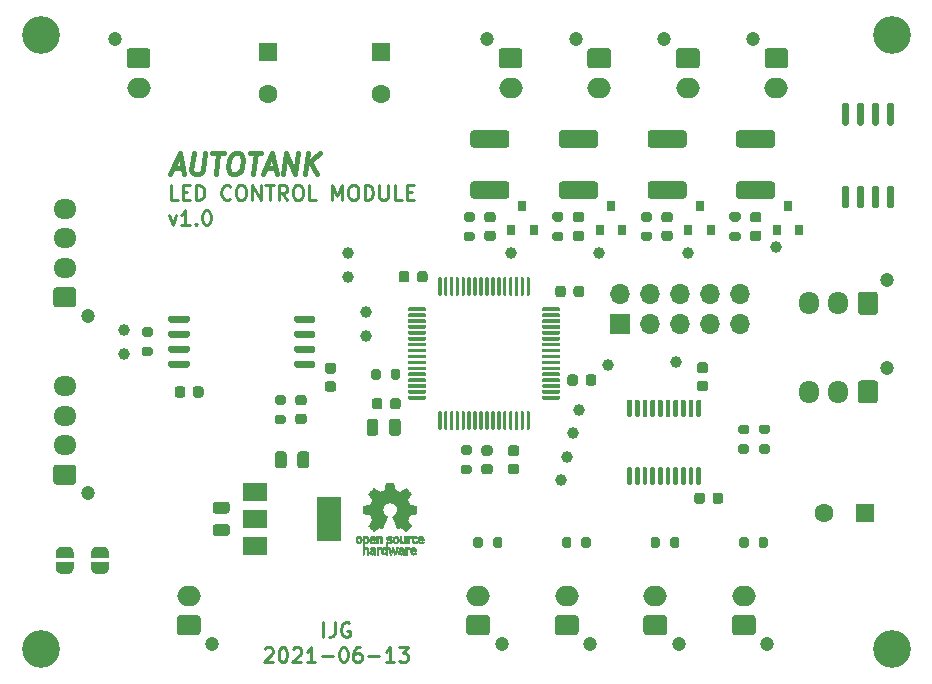
<source format=gbr>
%TF.GenerationSoftware,KiCad,Pcbnew,5.1.10*%
%TF.CreationDate,2021-06-13T22:55:49-04:00*%
%TF.ProjectId,led-controller,6c65642d-636f-46e7-9472-6f6c6c65722e,v1.0*%
%TF.SameCoordinates,Original*%
%TF.FileFunction,Soldermask,Top*%
%TF.FilePolarity,Negative*%
%FSLAX46Y46*%
G04 Gerber Fmt 4.6, Leading zero omitted, Abs format (unit mm)*
G04 Created by KiCad (PCBNEW 5.1.10) date 2021-06-13 22:55:49*
%MOMM*%
%LPD*%
G01*
G04 APERTURE LIST*
%ADD10C,0.250000*%
%ADD11C,0.400000*%
%ADD12C,0.010000*%
%ADD13R,2.000000X3.800000*%
%ADD14R,2.000000X1.500000*%
%ADD15C,1.600000*%
%ADD16R,1.600000X1.600000*%
%ADD17R,1.700000X1.700000*%
%ADD18O,1.700000X1.700000*%
%ADD19O,2.000000X1.700000*%
%ADD20C,1.200000*%
%ADD21O,1.950000X1.700000*%
%ADD22O,1.700000X1.950000*%
%ADD23C,0.100000*%
%ADD24R,0.800000X0.900000*%
%ADD25C,1.000000*%
%ADD26C,3.200000*%
G04 APERTURE END LIST*
D10*
X127898809Y-105002976D02*
X127898809Y-103752976D01*
X128851190Y-103752976D02*
X128851190Y-104645833D01*
X128791666Y-104824404D01*
X128672619Y-104943452D01*
X128494047Y-105002976D01*
X128375000Y-105002976D01*
X130101190Y-103812500D02*
X129982142Y-103752976D01*
X129803571Y-103752976D01*
X129625000Y-103812500D01*
X129505952Y-103931547D01*
X129446428Y-104050595D01*
X129386904Y-104288690D01*
X129386904Y-104467261D01*
X129446428Y-104705357D01*
X129505952Y-104824404D01*
X129625000Y-104943452D01*
X129803571Y-105002976D01*
X129922619Y-105002976D01*
X130101190Y-104943452D01*
X130160714Y-104883928D01*
X130160714Y-104467261D01*
X129922619Y-104467261D01*
X122928571Y-105997023D02*
X122988095Y-105937500D01*
X123107142Y-105877976D01*
X123404761Y-105877976D01*
X123523809Y-105937500D01*
X123583333Y-105997023D01*
X123642857Y-106116071D01*
X123642857Y-106235119D01*
X123583333Y-106413690D01*
X122869047Y-107127976D01*
X123642857Y-107127976D01*
X124416666Y-105877976D02*
X124535714Y-105877976D01*
X124654761Y-105937500D01*
X124714285Y-105997023D01*
X124773809Y-106116071D01*
X124833333Y-106354166D01*
X124833333Y-106651785D01*
X124773809Y-106889880D01*
X124714285Y-107008928D01*
X124654761Y-107068452D01*
X124535714Y-107127976D01*
X124416666Y-107127976D01*
X124297619Y-107068452D01*
X124238095Y-107008928D01*
X124178571Y-106889880D01*
X124119047Y-106651785D01*
X124119047Y-106354166D01*
X124178571Y-106116071D01*
X124238095Y-105997023D01*
X124297619Y-105937500D01*
X124416666Y-105877976D01*
X125309523Y-105997023D02*
X125369047Y-105937500D01*
X125488095Y-105877976D01*
X125785714Y-105877976D01*
X125904761Y-105937500D01*
X125964285Y-105997023D01*
X126023809Y-106116071D01*
X126023809Y-106235119D01*
X125964285Y-106413690D01*
X125250000Y-107127976D01*
X126023809Y-107127976D01*
X127214285Y-107127976D02*
X126500000Y-107127976D01*
X126857142Y-107127976D02*
X126857142Y-105877976D01*
X126738095Y-106056547D01*
X126619047Y-106175595D01*
X126500000Y-106235119D01*
X127750000Y-106651785D02*
X128702380Y-106651785D01*
X129535714Y-105877976D02*
X129654761Y-105877976D01*
X129773809Y-105937500D01*
X129833333Y-105997023D01*
X129892857Y-106116071D01*
X129952380Y-106354166D01*
X129952380Y-106651785D01*
X129892857Y-106889880D01*
X129833333Y-107008928D01*
X129773809Y-107068452D01*
X129654761Y-107127976D01*
X129535714Y-107127976D01*
X129416666Y-107068452D01*
X129357142Y-107008928D01*
X129297619Y-106889880D01*
X129238095Y-106651785D01*
X129238095Y-106354166D01*
X129297619Y-106116071D01*
X129357142Y-105997023D01*
X129416666Y-105937500D01*
X129535714Y-105877976D01*
X131023809Y-105877976D02*
X130785714Y-105877976D01*
X130666666Y-105937500D01*
X130607142Y-105997023D01*
X130488095Y-106175595D01*
X130428571Y-106413690D01*
X130428571Y-106889880D01*
X130488095Y-107008928D01*
X130547619Y-107068452D01*
X130666666Y-107127976D01*
X130904761Y-107127976D01*
X131023809Y-107068452D01*
X131083333Y-107008928D01*
X131142857Y-106889880D01*
X131142857Y-106592261D01*
X131083333Y-106473214D01*
X131023809Y-106413690D01*
X130904761Y-106354166D01*
X130666666Y-106354166D01*
X130547619Y-106413690D01*
X130488095Y-106473214D01*
X130428571Y-106592261D01*
X131678571Y-106651785D02*
X132630952Y-106651785D01*
X133880952Y-107127976D02*
X133166666Y-107127976D01*
X133523809Y-107127976D02*
X133523809Y-105877976D01*
X133404761Y-106056547D01*
X133285714Y-106175595D01*
X133166666Y-106235119D01*
X134297619Y-105877976D02*
X135071428Y-105877976D01*
X134654761Y-106354166D01*
X134833333Y-106354166D01*
X134952380Y-106413690D01*
X135011904Y-106473214D01*
X135071428Y-106592261D01*
X135071428Y-106889880D01*
X135011904Y-107008928D01*
X134952380Y-107068452D01*
X134833333Y-107127976D01*
X134476190Y-107127976D01*
X134357142Y-107068452D01*
X134297619Y-107008928D01*
X115555357Y-68002976D02*
X114960119Y-68002976D01*
X114960119Y-66752976D01*
X115972023Y-67348214D02*
X116388690Y-67348214D01*
X116567261Y-68002976D02*
X115972023Y-68002976D01*
X115972023Y-66752976D01*
X116567261Y-66752976D01*
X117102976Y-68002976D02*
X117102976Y-66752976D01*
X117400595Y-66752976D01*
X117579166Y-66812500D01*
X117698214Y-66931547D01*
X117757738Y-67050595D01*
X117817261Y-67288690D01*
X117817261Y-67467261D01*
X117757738Y-67705357D01*
X117698214Y-67824404D01*
X117579166Y-67943452D01*
X117400595Y-68002976D01*
X117102976Y-68002976D01*
X120019642Y-67883928D02*
X119960119Y-67943452D01*
X119781547Y-68002976D01*
X119662500Y-68002976D01*
X119483928Y-67943452D01*
X119364880Y-67824404D01*
X119305357Y-67705357D01*
X119245833Y-67467261D01*
X119245833Y-67288690D01*
X119305357Y-67050595D01*
X119364880Y-66931547D01*
X119483928Y-66812500D01*
X119662500Y-66752976D01*
X119781547Y-66752976D01*
X119960119Y-66812500D01*
X120019642Y-66872023D01*
X120793452Y-66752976D02*
X121031547Y-66752976D01*
X121150595Y-66812500D01*
X121269642Y-66931547D01*
X121329166Y-67169642D01*
X121329166Y-67586309D01*
X121269642Y-67824404D01*
X121150595Y-67943452D01*
X121031547Y-68002976D01*
X120793452Y-68002976D01*
X120674404Y-67943452D01*
X120555357Y-67824404D01*
X120495833Y-67586309D01*
X120495833Y-67169642D01*
X120555357Y-66931547D01*
X120674404Y-66812500D01*
X120793452Y-66752976D01*
X121864880Y-68002976D02*
X121864880Y-66752976D01*
X122579166Y-68002976D01*
X122579166Y-66752976D01*
X122995833Y-66752976D02*
X123710119Y-66752976D01*
X123352976Y-68002976D02*
X123352976Y-66752976D01*
X124841071Y-68002976D02*
X124424404Y-67407738D01*
X124126785Y-68002976D02*
X124126785Y-66752976D01*
X124602976Y-66752976D01*
X124722023Y-66812500D01*
X124781547Y-66872023D01*
X124841071Y-66991071D01*
X124841071Y-67169642D01*
X124781547Y-67288690D01*
X124722023Y-67348214D01*
X124602976Y-67407738D01*
X124126785Y-67407738D01*
X125614880Y-66752976D02*
X125852976Y-66752976D01*
X125972023Y-66812500D01*
X126091071Y-66931547D01*
X126150595Y-67169642D01*
X126150595Y-67586309D01*
X126091071Y-67824404D01*
X125972023Y-67943452D01*
X125852976Y-68002976D01*
X125614880Y-68002976D01*
X125495833Y-67943452D01*
X125376785Y-67824404D01*
X125317261Y-67586309D01*
X125317261Y-67169642D01*
X125376785Y-66931547D01*
X125495833Y-66812500D01*
X125614880Y-66752976D01*
X127281547Y-68002976D02*
X126686309Y-68002976D01*
X126686309Y-66752976D01*
X128650595Y-68002976D02*
X128650595Y-66752976D01*
X129067261Y-67645833D01*
X129483928Y-66752976D01*
X129483928Y-68002976D01*
X130317261Y-66752976D02*
X130555357Y-66752976D01*
X130674404Y-66812500D01*
X130793452Y-66931547D01*
X130852976Y-67169642D01*
X130852976Y-67586309D01*
X130793452Y-67824404D01*
X130674404Y-67943452D01*
X130555357Y-68002976D01*
X130317261Y-68002976D01*
X130198214Y-67943452D01*
X130079166Y-67824404D01*
X130019642Y-67586309D01*
X130019642Y-67169642D01*
X130079166Y-66931547D01*
X130198214Y-66812500D01*
X130317261Y-66752976D01*
X131388690Y-68002976D02*
X131388690Y-66752976D01*
X131686309Y-66752976D01*
X131864880Y-66812500D01*
X131983928Y-66931547D01*
X132043452Y-67050595D01*
X132102976Y-67288690D01*
X132102976Y-67467261D01*
X132043452Y-67705357D01*
X131983928Y-67824404D01*
X131864880Y-67943452D01*
X131686309Y-68002976D01*
X131388690Y-68002976D01*
X132638690Y-66752976D02*
X132638690Y-67764880D01*
X132698214Y-67883928D01*
X132757738Y-67943452D01*
X132876785Y-68002976D01*
X133114880Y-68002976D01*
X133233928Y-67943452D01*
X133293452Y-67883928D01*
X133352976Y-67764880D01*
X133352976Y-66752976D01*
X134543452Y-68002976D02*
X133948214Y-68002976D01*
X133948214Y-66752976D01*
X134960119Y-67348214D02*
X135376785Y-67348214D01*
X135555357Y-68002976D02*
X134960119Y-68002976D01*
X134960119Y-66752976D01*
X135555357Y-66752976D01*
X114841071Y-69294642D02*
X115138690Y-70127976D01*
X115436309Y-69294642D01*
X116567261Y-70127976D02*
X115852976Y-70127976D01*
X116210119Y-70127976D02*
X116210119Y-68877976D01*
X116091071Y-69056547D01*
X115972023Y-69175595D01*
X115852976Y-69235119D01*
X117102976Y-70008928D02*
X117162500Y-70068452D01*
X117102976Y-70127976D01*
X117043452Y-70068452D01*
X117102976Y-70008928D01*
X117102976Y-70127976D01*
X117936309Y-68877976D02*
X118055357Y-68877976D01*
X118174404Y-68937500D01*
X118233928Y-68997023D01*
X118293452Y-69116071D01*
X118352976Y-69354166D01*
X118352976Y-69651785D01*
X118293452Y-69889880D01*
X118233928Y-70008928D01*
X118174404Y-70068452D01*
X118055357Y-70127976D01*
X117936309Y-70127976D01*
X117817261Y-70068452D01*
X117757738Y-70008928D01*
X117698214Y-69889880D01*
X117638690Y-69651785D01*
X117638690Y-69354166D01*
X117698214Y-69116071D01*
X117757738Y-68997023D01*
X117817261Y-68937500D01*
X117936309Y-68877976D01*
D11*
X115166250Y-65291666D02*
X115999583Y-65291666D01*
X114937083Y-65791666D02*
X115739166Y-64041666D01*
X116103750Y-65791666D01*
X116905833Y-64041666D02*
X116728750Y-65458333D01*
X116791250Y-65625000D01*
X116864166Y-65708333D01*
X117020416Y-65791666D01*
X117353750Y-65791666D01*
X117530833Y-65708333D01*
X117624583Y-65625000D01*
X117728750Y-65458333D01*
X117905833Y-64041666D01*
X118489166Y-64041666D02*
X119489166Y-64041666D01*
X118770416Y-65791666D02*
X118989166Y-64041666D01*
X120405833Y-64041666D02*
X120739166Y-64041666D01*
X120895416Y-64125000D01*
X121041250Y-64291666D01*
X121082916Y-64625000D01*
X121010000Y-65208333D01*
X120885000Y-65541666D01*
X120697500Y-65708333D01*
X120520416Y-65791666D01*
X120187083Y-65791666D01*
X120030833Y-65708333D01*
X119885000Y-65541666D01*
X119843333Y-65208333D01*
X119916250Y-64625000D01*
X120041250Y-64291666D01*
X120228750Y-64125000D01*
X120405833Y-64041666D01*
X121655833Y-64041666D02*
X122655833Y-64041666D01*
X121937083Y-65791666D02*
X122155833Y-64041666D01*
X122999583Y-65291666D02*
X123832916Y-65291666D01*
X122770416Y-65791666D02*
X123572500Y-64041666D01*
X123937083Y-65791666D01*
X124520416Y-65791666D02*
X124739166Y-64041666D01*
X125520416Y-65791666D01*
X125739166Y-64041666D01*
X126353750Y-65791666D02*
X126572500Y-64041666D01*
X127353750Y-65791666D02*
X126728750Y-64791666D01*
X127572500Y-64041666D02*
X126447500Y-65041666D01*
D12*
%TO.C,REF\u002A\u002A*%
G36*
X131591241Y-96469184D02*
G01*
X131617753Y-96482282D01*
X131650447Y-96505106D01*
X131674275Y-96529996D01*
X131690594Y-96561249D01*
X131700760Y-96603166D01*
X131706128Y-96660044D01*
X131708056Y-96736184D01*
X131708169Y-96768917D01*
X131707839Y-96840656D01*
X131706473Y-96891927D01*
X131703500Y-96927404D01*
X131698351Y-96951763D01*
X131690457Y-96969680D01*
X131682243Y-96981902D01*
X131629813Y-97033905D01*
X131568070Y-97065184D01*
X131501464Y-97074592D01*
X131434442Y-97060980D01*
X131413208Y-97051354D01*
X131362376Y-97024859D01*
X131362376Y-97440052D01*
X131399475Y-97420868D01*
X131448357Y-97406025D01*
X131508439Y-97402222D01*
X131568436Y-97409243D01*
X131613744Y-97425013D01*
X131651325Y-97455047D01*
X131683436Y-97498024D01*
X131685850Y-97502436D01*
X131696033Y-97523221D01*
X131703470Y-97544170D01*
X131708589Y-97569548D01*
X131711819Y-97603618D01*
X131713587Y-97650641D01*
X131714323Y-97714882D01*
X131714456Y-97787176D01*
X131714456Y-98017822D01*
X131576139Y-98017822D01*
X131576139Y-97592533D01*
X131537451Y-97559979D01*
X131497262Y-97533940D01*
X131459203Y-97529205D01*
X131420934Y-97541389D01*
X131400538Y-97553320D01*
X131385358Y-97570313D01*
X131374562Y-97595995D01*
X131367317Y-97633991D01*
X131362792Y-97687926D01*
X131360156Y-97761425D01*
X131359228Y-97810347D01*
X131356089Y-98011535D01*
X131290074Y-98015336D01*
X131224060Y-98019136D01*
X131224060Y-96770650D01*
X131362376Y-96770650D01*
X131365903Y-96840254D01*
X131377785Y-96888569D01*
X131399980Y-96918631D01*
X131434441Y-96933471D01*
X131469258Y-96936436D01*
X131508671Y-96933028D01*
X131534829Y-96919617D01*
X131551186Y-96901896D01*
X131564063Y-96882835D01*
X131571728Y-96861601D01*
X131575139Y-96831849D01*
X131575251Y-96787236D01*
X131574103Y-96749880D01*
X131571468Y-96693604D01*
X131567544Y-96656658D01*
X131560937Y-96633223D01*
X131550251Y-96617480D01*
X131540167Y-96608380D01*
X131498030Y-96588537D01*
X131448160Y-96585332D01*
X131419524Y-96592168D01*
X131391172Y-96616464D01*
X131372391Y-96663728D01*
X131363288Y-96733624D01*
X131362376Y-96770650D01*
X131224060Y-96770650D01*
X131224060Y-96458614D01*
X131293218Y-96458614D01*
X131334740Y-96460256D01*
X131356162Y-96466087D01*
X131362374Y-96477461D01*
X131362376Y-96477798D01*
X131365258Y-96488938D01*
X131377970Y-96487673D01*
X131403243Y-96475433D01*
X131462131Y-96456707D01*
X131528385Y-96454739D01*
X131591241Y-96469184D01*
G37*
X131591241Y-96469184D02*
X131617753Y-96482282D01*
X131650447Y-96505106D01*
X131674275Y-96529996D01*
X131690594Y-96561249D01*
X131700760Y-96603166D01*
X131706128Y-96660044D01*
X131708056Y-96736184D01*
X131708169Y-96768917D01*
X131707839Y-96840656D01*
X131706473Y-96891927D01*
X131703500Y-96927404D01*
X131698351Y-96951763D01*
X131690457Y-96969680D01*
X131682243Y-96981902D01*
X131629813Y-97033905D01*
X131568070Y-97065184D01*
X131501464Y-97074592D01*
X131434442Y-97060980D01*
X131413208Y-97051354D01*
X131362376Y-97024859D01*
X131362376Y-97440052D01*
X131399475Y-97420868D01*
X131448357Y-97406025D01*
X131508439Y-97402222D01*
X131568436Y-97409243D01*
X131613744Y-97425013D01*
X131651325Y-97455047D01*
X131683436Y-97498024D01*
X131685850Y-97502436D01*
X131696033Y-97523221D01*
X131703470Y-97544170D01*
X131708589Y-97569548D01*
X131711819Y-97603618D01*
X131713587Y-97650641D01*
X131714323Y-97714882D01*
X131714456Y-97787176D01*
X131714456Y-98017822D01*
X131576139Y-98017822D01*
X131576139Y-97592533D01*
X131537451Y-97559979D01*
X131497262Y-97533940D01*
X131459203Y-97529205D01*
X131420934Y-97541389D01*
X131400538Y-97553320D01*
X131385358Y-97570313D01*
X131374562Y-97595995D01*
X131367317Y-97633991D01*
X131362792Y-97687926D01*
X131360156Y-97761425D01*
X131359228Y-97810347D01*
X131356089Y-98011535D01*
X131290074Y-98015336D01*
X131224060Y-98019136D01*
X131224060Y-96770650D01*
X131362376Y-96770650D01*
X131365903Y-96840254D01*
X131377785Y-96888569D01*
X131399980Y-96918631D01*
X131434441Y-96933471D01*
X131469258Y-96936436D01*
X131508671Y-96933028D01*
X131534829Y-96919617D01*
X131551186Y-96901896D01*
X131564063Y-96882835D01*
X131571728Y-96861601D01*
X131575139Y-96831849D01*
X131575251Y-96787236D01*
X131574103Y-96749880D01*
X131571468Y-96693604D01*
X131567544Y-96656658D01*
X131560937Y-96633223D01*
X131550251Y-96617480D01*
X131540167Y-96608380D01*
X131498030Y-96588537D01*
X131448160Y-96585332D01*
X131419524Y-96592168D01*
X131391172Y-96616464D01*
X131372391Y-96663728D01*
X131363288Y-96733624D01*
X131362376Y-96770650D01*
X131224060Y-96770650D01*
X131224060Y-96458614D01*
X131293218Y-96458614D01*
X131334740Y-96460256D01*
X131356162Y-96466087D01*
X131362374Y-96477461D01*
X131362376Y-96477798D01*
X131365258Y-96488938D01*
X131377970Y-96487673D01*
X131403243Y-96475433D01*
X131462131Y-96456707D01*
X131528385Y-96454739D01*
X131591241Y-96469184D01*
G36*
X132115790Y-97406555D02*
G01*
X132174945Y-97422339D01*
X132219977Y-97450948D01*
X132251754Y-97488419D01*
X132261634Y-97504411D01*
X132268927Y-97521163D01*
X132274026Y-97542592D01*
X132277321Y-97572616D01*
X132279203Y-97615154D01*
X132280063Y-97674122D01*
X132280293Y-97753440D01*
X132280297Y-97774484D01*
X132280297Y-98017822D01*
X132219941Y-98017822D01*
X132181443Y-98015126D01*
X132152977Y-98008295D01*
X132145845Y-98004083D01*
X132126348Y-97996813D01*
X132106434Y-98004083D01*
X132073647Y-98013160D01*
X132026022Y-98016813D01*
X131973236Y-98015228D01*
X131924964Y-98008589D01*
X131896782Y-98000072D01*
X131842247Y-97965063D01*
X131808165Y-97916479D01*
X131792843Y-97851882D01*
X131792701Y-97850223D01*
X131794045Y-97821566D01*
X131915644Y-97821566D01*
X131926274Y-97854161D01*
X131943590Y-97872505D01*
X131978348Y-97886379D01*
X132024227Y-97891917D01*
X132071012Y-97889191D01*
X132108486Y-97878274D01*
X132118985Y-97871269D01*
X132137332Y-97838904D01*
X132141980Y-97802111D01*
X132141980Y-97753763D01*
X132072418Y-97753763D01*
X132006333Y-97758850D01*
X131956236Y-97773263D01*
X131925071Y-97795729D01*
X131915644Y-97821566D01*
X131794045Y-97821566D01*
X131796013Y-97779647D01*
X131819290Y-97723845D01*
X131863052Y-97681647D01*
X131869101Y-97677808D01*
X131895093Y-97665309D01*
X131927265Y-97657740D01*
X131972240Y-97654061D01*
X132025669Y-97653216D01*
X132141980Y-97653169D01*
X132141980Y-97604411D01*
X132137047Y-97566581D01*
X132124457Y-97541236D01*
X132122983Y-97539887D01*
X132094966Y-97528800D01*
X132052674Y-97524503D01*
X132005936Y-97526615D01*
X131964582Y-97534756D01*
X131940043Y-97546965D01*
X131926747Y-97556746D01*
X131912706Y-97558613D01*
X131893329Y-97550600D01*
X131864024Y-97530739D01*
X131820197Y-97497063D01*
X131816175Y-97493909D01*
X131818236Y-97482236D01*
X131835432Y-97462822D01*
X131861567Y-97441248D01*
X131890448Y-97423096D01*
X131899522Y-97418809D01*
X131932620Y-97410256D01*
X131981120Y-97404155D01*
X132035305Y-97401708D01*
X132037839Y-97401703D01*
X132115790Y-97406555D01*
G37*
X132115790Y-97406555D02*
X132174945Y-97422339D01*
X132219977Y-97450948D01*
X132251754Y-97488419D01*
X132261634Y-97504411D01*
X132268927Y-97521163D01*
X132274026Y-97542592D01*
X132277321Y-97572616D01*
X132279203Y-97615154D01*
X132280063Y-97674122D01*
X132280293Y-97753440D01*
X132280297Y-97774484D01*
X132280297Y-98017822D01*
X132219941Y-98017822D01*
X132181443Y-98015126D01*
X132152977Y-98008295D01*
X132145845Y-98004083D01*
X132126348Y-97996813D01*
X132106434Y-98004083D01*
X132073647Y-98013160D01*
X132026022Y-98016813D01*
X131973236Y-98015228D01*
X131924964Y-98008589D01*
X131896782Y-98000072D01*
X131842247Y-97965063D01*
X131808165Y-97916479D01*
X131792843Y-97851882D01*
X131792701Y-97850223D01*
X131794045Y-97821566D01*
X131915644Y-97821566D01*
X131926274Y-97854161D01*
X131943590Y-97872505D01*
X131978348Y-97886379D01*
X132024227Y-97891917D01*
X132071012Y-97889191D01*
X132108486Y-97878274D01*
X132118985Y-97871269D01*
X132137332Y-97838904D01*
X132141980Y-97802111D01*
X132141980Y-97753763D01*
X132072418Y-97753763D01*
X132006333Y-97758850D01*
X131956236Y-97773263D01*
X131925071Y-97795729D01*
X131915644Y-97821566D01*
X131794045Y-97821566D01*
X131796013Y-97779647D01*
X131819290Y-97723845D01*
X131863052Y-97681647D01*
X131869101Y-97677808D01*
X131895093Y-97665309D01*
X131927265Y-97657740D01*
X131972240Y-97654061D01*
X132025669Y-97653216D01*
X132141980Y-97653169D01*
X132141980Y-97604411D01*
X132137047Y-97566581D01*
X132124457Y-97541236D01*
X132122983Y-97539887D01*
X132094966Y-97528800D01*
X132052674Y-97524503D01*
X132005936Y-97526615D01*
X131964582Y-97534756D01*
X131940043Y-97546965D01*
X131926747Y-97556746D01*
X131912706Y-97558613D01*
X131893329Y-97550600D01*
X131864024Y-97530739D01*
X131820197Y-97497063D01*
X131816175Y-97493909D01*
X131818236Y-97482236D01*
X131835432Y-97462822D01*
X131861567Y-97441248D01*
X131890448Y-97423096D01*
X131899522Y-97418809D01*
X131932620Y-97410256D01*
X131981120Y-97404155D01*
X132035305Y-97401708D01*
X132037839Y-97401703D01*
X132115790Y-97406555D01*
G36*
X132506644Y-97403020D02*
G01*
X132525461Y-97408660D01*
X132531527Y-97421053D01*
X132531782Y-97426647D01*
X132532871Y-97442230D01*
X132540368Y-97444676D01*
X132560619Y-97433993D01*
X132572649Y-97426694D01*
X132610600Y-97411063D01*
X132655928Y-97403334D01*
X132703456Y-97402740D01*
X132748005Y-97408513D01*
X132784398Y-97419884D01*
X132807457Y-97436088D01*
X132812004Y-97456355D01*
X132809709Y-97461843D01*
X132792980Y-97484626D01*
X132767037Y-97512647D01*
X132762345Y-97517177D01*
X132737617Y-97538005D01*
X132716282Y-97544735D01*
X132686445Y-97540038D01*
X132674492Y-97536917D01*
X132637295Y-97529421D01*
X132611141Y-97532792D01*
X132589054Y-97544681D01*
X132568822Y-97560635D01*
X132553921Y-97580700D01*
X132543566Y-97608702D01*
X132536971Y-97648467D01*
X132533351Y-97703823D01*
X132531922Y-97778594D01*
X132531782Y-97823740D01*
X132531782Y-98017822D01*
X132406040Y-98017822D01*
X132406040Y-97401683D01*
X132468911Y-97401683D01*
X132506644Y-97403020D01*
G37*
X132506644Y-97403020D02*
X132525461Y-97408660D01*
X132531527Y-97421053D01*
X132531782Y-97426647D01*
X132532871Y-97442230D01*
X132540368Y-97444676D01*
X132560619Y-97433993D01*
X132572649Y-97426694D01*
X132610600Y-97411063D01*
X132655928Y-97403334D01*
X132703456Y-97402740D01*
X132748005Y-97408513D01*
X132784398Y-97419884D01*
X132807457Y-97436088D01*
X132812004Y-97456355D01*
X132809709Y-97461843D01*
X132792980Y-97484626D01*
X132767037Y-97512647D01*
X132762345Y-97517177D01*
X132737617Y-97538005D01*
X132716282Y-97544735D01*
X132686445Y-97540038D01*
X132674492Y-97536917D01*
X132637295Y-97529421D01*
X132611141Y-97532792D01*
X132589054Y-97544681D01*
X132568822Y-97560635D01*
X132553921Y-97580700D01*
X132543566Y-97608702D01*
X132536971Y-97648467D01*
X132533351Y-97703823D01*
X132531922Y-97778594D01*
X132531782Y-97823740D01*
X132531782Y-98017822D01*
X132406040Y-98017822D01*
X132406040Y-97401683D01*
X132468911Y-97401683D01*
X132506644Y-97403020D01*
G36*
X133298812Y-98017822D02*
G01*
X133229654Y-98017822D01*
X133189512Y-98016645D01*
X133168606Y-98011772D01*
X133161078Y-98001186D01*
X133160495Y-97994029D01*
X133159226Y-97979676D01*
X133151221Y-97976923D01*
X133130185Y-97985771D01*
X133113827Y-97994029D01*
X133051023Y-98013597D01*
X132982752Y-98014729D01*
X132927248Y-98000135D01*
X132875562Y-97964877D01*
X132836162Y-97912835D01*
X132814587Y-97851450D01*
X132814038Y-97848018D01*
X132810833Y-97810571D01*
X132809239Y-97756813D01*
X132809367Y-97716155D01*
X132946721Y-97716155D01*
X132949903Y-97770194D01*
X132957141Y-97814735D01*
X132966940Y-97839888D01*
X133004011Y-97874260D01*
X133048026Y-97886582D01*
X133093416Y-97876618D01*
X133132203Y-97846895D01*
X133146892Y-97826905D01*
X133155481Y-97803050D01*
X133159504Y-97768230D01*
X133160495Y-97715930D01*
X133158722Y-97664139D01*
X133154037Y-97618634D01*
X133147397Y-97588181D01*
X133146290Y-97585452D01*
X133119509Y-97553000D01*
X133080421Y-97535183D01*
X133036685Y-97532306D01*
X132995962Y-97544674D01*
X132965913Y-97572593D01*
X132962796Y-97578148D01*
X132953039Y-97612022D01*
X132947723Y-97660728D01*
X132946721Y-97716155D01*
X132809367Y-97716155D01*
X132809432Y-97695540D01*
X132810336Y-97662563D01*
X132816486Y-97580981D01*
X132829267Y-97519730D01*
X132850529Y-97474449D01*
X132882122Y-97440779D01*
X132912793Y-97421014D01*
X132955646Y-97407120D01*
X133008944Y-97402354D01*
X133063520Y-97406236D01*
X133110208Y-97418282D01*
X133134876Y-97432693D01*
X133160495Y-97455878D01*
X133160495Y-97162773D01*
X133298812Y-97162773D01*
X133298812Y-98017822D01*
G37*
X133298812Y-98017822D02*
X133229654Y-98017822D01*
X133189512Y-98016645D01*
X133168606Y-98011772D01*
X133161078Y-98001186D01*
X133160495Y-97994029D01*
X133159226Y-97979676D01*
X133151221Y-97976923D01*
X133130185Y-97985771D01*
X133113827Y-97994029D01*
X133051023Y-98013597D01*
X132982752Y-98014729D01*
X132927248Y-98000135D01*
X132875562Y-97964877D01*
X132836162Y-97912835D01*
X132814587Y-97851450D01*
X132814038Y-97848018D01*
X132810833Y-97810571D01*
X132809239Y-97756813D01*
X132809367Y-97716155D01*
X132946721Y-97716155D01*
X132949903Y-97770194D01*
X132957141Y-97814735D01*
X132966940Y-97839888D01*
X133004011Y-97874260D01*
X133048026Y-97886582D01*
X133093416Y-97876618D01*
X133132203Y-97846895D01*
X133146892Y-97826905D01*
X133155481Y-97803050D01*
X133159504Y-97768230D01*
X133160495Y-97715930D01*
X133158722Y-97664139D01*
X133154037Y-97618634D01*
X133147397Y-97588181D01*
X133146290Y-97585452D01*
X133119509Y-97553000D01*
X133080421Y-97535183D01*
X133036685Y-97532306D01*
X132995962Y-97544674D01*
X132965913Y-97572593D01*
X132962796Y-97578148D01*
X132953039Y-97612022D01*
X132947723Y-97660728D01*
X132946721Y-97716155D01*
X132809367Y-97716155D01*
X132809432Y-97695540D01*
X132810336Y-97662563D01*
X132816486Y-97580981D01*
X132829267Y-97519730D01*
X132850529Y-97474449D01*
X132882122Y-97440779D01*
X132912793Y-97421014D01*
X132955646Y-97407120D01*
X133008944Y-97402354D01*
X133063520Y-97406236D01*
X133110208Y-97418282D01*
X133134876Y-97432693D01*
X133160495Y-97455878D01*
X133160495Y-97162773D01*
X133298812Y-97162773D01*
X133298812Y-98017822D01*
G36*
X133781524Y-97404237D02*
G01*
X133831255Y-97407971D01*
X133961291Y-97797773D01*
X133981678Y-97728614D01*
X133993946Y-97685874D01*
X134010085Y-97628115D01*
X134027512Y-97564625D01*
X134036726Y-97530570D01*
X134071388Y-97401683D01*
X134214391Y-97401683D01*
X134171646Y-97536857D01*
X134150596Y-97603342D01*
X134125167Y-97683539D01*
X134098610Y-97767193D01*
X134074902Y-97841782D01*
X134020902Y-98011535D01*
X133962598Y-98015328D01*
X133904295Y-98019122D01*
X133872679Y-97914734D01*
X133853182Y-97849889D01*
X133831904Y-97778400D01*
X133813308Y-97715263D01*
X133812574Y-97712750D01*
X133798684Y-97669969D01*
X133786429Y-97640779D01*
X133777846Y-97629741D01*
X133776082Y-97631018D01*
X133769891Y-97648130D01*
X133758128Y-97684787D01*
X133742225Y-97736378D01*
X133723614Y-97798294D01*
X133713543Y-97832352D01*
X133659007Y-98017822D01*
X133543264Y-98017822D01*
X133450737Y-97725471D01*
X133424744Y-97643462D01*
X133401066Y-97568987D01*
X133380820Y-97505544D01*
X133365126Y-97456632D01*
X133355102Y-97425749D01*
X133352055Y-97416726D01*
X133354467Y-97407487D01*
X133373408Y-97403441D01*
X133412823Y-97403846D01*
X133418993Y-97404152D01*
X133492086Y-97407971D01*
X133539957Y-97584010D01*
X133557553Y-97648211D01*
X133573277Y-97704649D01*
X133585746Y-97748422D01*
X133593574Y-97774630D01*
X133595020Y-97778903D01*
X133601014Y-97773990D01*
X133613101Y-97748532D01*
X133629893Y-97705997D01*
X133650003Y-97649850D01*
X133667003Y-97599130D01*
X133731794Y-97400504D01*
X133781524Y-97404237D01*
G37*
X133781524Y-97404237D02*
X133831255Y-97407971D01*
X133961291Y-97797773D01*
X133981678Y-97728614D01*
X133993946Y-97685874D01*
X134010085Y-97628115D01*
X134027512Y-97564625D01*
X134036726Y-97530570D01*
X134071388Y-97401683D01*
X134214391Y-97401683D01*
X134171646Y-97536857D01*
X134150596Y-97603342D01*
X134125167Y-97683539D01*
X134098610Y-97767193D01*
X134074902Y-97841782D01*
X134020902Y-98011535D01*
X133962598Y-98015328D01*
X133904295Y-98019122D01*
X133872679Y-97914734D01*
X133853182Y-97849889D01*
X133831904Y-97778400D01*
X133813308Y-97715263D01*
X133812574Y-97712750D01*
X133798684Y-97669969D01*
X133786429Y-97640779D01*
X133777846Y-97629741D01*
X133776082Y-97631018D01*
X133769891Y-97648130D01*
X133758128Y-97684787D01*
X133742225Y-97736378D01*
X133723614Y-97798294D01*
X133713543Y-97832352D01*
X133659007Y-98017822D01*
X133543264Y-98017822D01*
X133450737Y-97725471D01*
X133424744Y-97643462D01*
X133401066Y-97568987D01*
X133380820Y-97505544D01*
X133365126Y-97456632D01*
X133355102Y-97425749D01*
X133352055Y-97416726D01*
X133354467Y-97407487D01*
X133373408Y-97403441D01*
X133412823Y-97403846D01*
X133418993Y-97404152D01*
X133492086Y-97407971D01*
X133539957Y-97584010D01*
X133557553Y-97648211D01*
X133573277Y-97704649D01*
X133585746Y-97748422D01*
X133593574Y-97774630D01*
X133595020Y-97778903D01*
X133601014Y-97773990D01*
X133613101Y-97748532D01*
X133629893Y-97705997D01*
X133650003Y-97649850D01*
X133667003Y-97599130D01*
X133731794Y-97400504D01*
X133781524Y-97404237D01*
G36*
X134538411Y-97405417D02*
G01*
X134591411Y-97418290D01*
X134606731Y-97425110D01*
X134636428Y-97442974D01*
X134659220Y-97463093D01*
X134676083Y-97488962D01*
X134687998Y-97524073D01*
X134695942Y-97571920D01*
X134700894Y-97635996D01*
X134703831Y-97719794D01*
X134704947Y-97775768D01*
X134709052Y-98017822D01*
X134638932Y-98017822D01*
X134596393Y-98016038D01*
X134574476Y-98009942D01*
X134568812Y-97999706D01*
X134565821Y-97988637D01*
X134552451Y-97990754D01*
X134534233Y-97999629D01*
X134488624Y-98013233D01*
X134430007Y-98016899D01*
X134368354Y-98010903D01*
X134313638Y-97995521D01*
X134308730Y-97993386D01*
X134258723Y-97958255D01*
X134225756Y-97909419D01*
X134210587Y-97852333D01*
X134211746Y-97831824D01*
X134335508Y-97831824D01*
X134346413Y-97859425D01*
X134378745Y-97879204D01*
X134430910Y-97889819D01*
X134458787Y-97891228D01*
X134505247Y-97887620D01*
X134536129Y-97873597D01*
X134543664Y-97866931D01*
X134564076Y-97830666D01*
X134568812Y-97797773D01*
X134568812Y-97753763D01*
X134507513Y-97753763D01*
X134436256Y-97757395D01*
X134386276Y-97768818D01*
X134354696Y-97788824D01*
X134347626Y-97797743D01*
X134335508Y-97831824D01*
X134211746Y-97831824D01*
X134213971Y-97792456D01*
X134236663Y-97735244D01*
X134267624Y-97696580D01*
X134286376Y-97679864D01*
X134304733Y-97668878D01*
X134328619Y-97662180D01*
X134363957Y-97658326D01*
X134416669Y-97655873D01*
X134437577Y-97655168D01*
X134568812Y-97650879D01*
X134568620Y-97611158D01*
X134563537Y-97569405D01*
X134545162Y-97544158D01*
X134508039Y-97528030D01*
X134507043Y-97527742D01*
X134454410Y-97521400D01*
X134402906Y-97529684D01*
X134364630Y-97549827D01*
X134349272Y-97559773D01*
X134332730Y-97558397D01*
X134307275Y-97543987D01*
X134292328Y-97533817D01*
X134263091Y-97512088D01*
X134244980Y-97495800D01*
X134242074Y-97491137D01*
X134254040Y-97467005D01*
X134289396Y-97438185D01*
X134304753Y-97428461D01*
X134348901Y-97411714D01*
X134408398Y-97402227D01*
X134474487Y-97400095D01*
X134538411Y-97405417D01*
G37*
X134538411Y-97405417D02*
X134591411Y-97418290D01*
X134606731Y-97425110D01*
X134636428Y-97442974D01*
X134659220Y-97463093D01*
X134676083Y-97488962D01*
X134687998Y-97524073D01*
X134695942Y-97571920D01*
X134700894Y-97635996D01*
X134703831Y-97719794D01*
X134704947Y-97775768D01*
X134709052Y-98017822D01*
X134638932Y-98017822D01*
X134596393Y-98016038D01*
X134574476Y-98009942D01*
X134568812Y-97999706D01*
X134565821Y-97988637D01*
X134552451Y-97990754D01*
X134534233Y-97999629D01*
X134488624Y-98013233D01*
X134430007Y-98016899D01*
X134368354Y-98010903D01*
X134313638Y-97995521D01*
X134308730Y-97993386D01*
X134258723Y-97958255D01*
X134225756Y-97909419D01*
X134210587Y-97852333D01*
X134211746Y-97831824D01*
X134335508Y-97831824D01*
X134346413Y-97859425D01*
X134378745Y-97879204D01*
X134430910Y-97889819D01*
X134458787Y-97891228D01*
X134505247Y-97887620D01*
X134536129Y-97873597D01*
X134543664Y-97866931D01*
X134564076Y-97830666D01*
X134568812Y-97797773D01*
X134568812Y-97753763D01*
X134507513Y-97753763D01*
X134436256Y-97757395D01*
X134386276Y-97768818D01*
X134354696Y-97788824D01*
X134347626Y-97797743D01*
X134335508Y-97831824D01*
X134211746Y-97831824D01*
X134213971Y-97792456D01*
X134236663Y-97735244D01*
X134267624Y-97696580D01*
X134286376Y-97679864D01*
X134304733Y-97668878D01*
X134328619Y-97662180D01*
X134363957Y-97658326D01*
X134416669Y-97655873D01*
X134437577Y-97655168D01*
X134568812Y-97650879D01*
X134568620Y-97611158D01*
X134563537Y-97569405D01*
X134545162Y-97544158D01*
X134508039Y-97528030D01*
X134507043Y-97527742D01*
X134454410Y-97521400D01*
X134402906Y-97529684D01*
X134364630Y-97549827D01*
X134349272Y-97559773D01*
X134332730Y-97558397D01*
X134307275Y-97543987D01*
X134292328Y-97533817D01*
X134263091Y-97512088D01*
X134244980Y-97495800D01*
X134242074Y-97491137D01*
X134254040Y-97467005D01*
X134289396Y-97438185D01*
X134304753Y-97428461D01*
X134348901Y-97411714D01*
X134408398Y-97402227D01*
X134474487Y-97400095D01*
X134538411Y-97405417D01*
G36*
X135135255Y-97401486D02*
G01*
X135183595Y-97411015D01*
X135211114Y-97425125D01*
X135240064Y-97448568D01*
X135198876Y-97500571D01*
X135173482Y-97532064D01*
X135156238Y-97547428D01*
X135139102Y-97549776D01*
X135114027Y-97542217D01*
X135102257Y-97537941D01*
X135054270Y-97531631D01*
X135010324Y-97545156D01*
X134978060Y-97575710D01*
X134972819Y-97585452D01*
X134967112Y-97611258D01*
X134962706Y-97658817D01*
X134959811Y-97724758D01*
X134958631Y-97805710D01*
X134958614Y-97817226D01*
X134958614Y-98017822D01*
X134820297Y-98017822D01*
X134820297Y-97401683D01*
X134889456Y-97401683D01*
X134929333Y-97402725D01*
X134950107Y-97407358D01*
X134957789Y-97417849D01*
X134958614Y-97427745D01*
X134958614Y-97453806D01*
X134991745Y-97427745D01*
X135029735Y-97409965D01*
X135080770Y-97401174D01*
X135135255Y-97401486D01*
G37*
X135135255Y-97401486D02*
X135183595Y-97411015D01*
X135211114Y-97425125D01*
X135240064Y-97448568D01*
X135198876Y-97500571D01*
X135173482Y-97532064D01*
X135156238Y-97547428D01*
X135139102Y-97549776D01*
X135114027Y-97542217D01*
X135102257Y-97537941D01*
X135054270Y-97531631D01*
X135010324Y-97545156D01*
X134978060Y-97575710D01*
X134972819Y-97585452D01*
X134967112Y-97611258D01*
X134962706Y-97658817D01*
X134959811Y-97724758D01*
X134958631Y-97805710D01*
X134958614Y-97817226D01*
X134958614Y-98017822D01*
X134820297Y-98017822D01*
X134820297Y-97401683D01*
X134889456Y-97401683D01*
X134929333Y-97402725D01*
X134950107Y-97407358D01*
X134957789Y-97417849D01*
X134958614Y-97427745D01*
X134958614Y-97453806D01*
X134991745Y-97427745D01*
X135029735Y-97409965D01*
X135080770Y-97401174D01*
X135135255Y-97401486D01*
G36*
X135532581Y-97404970D02*
G01*
X135592685Y-97420597D01*
X135643021Y-97452848D01*
X135667393Y-97476940D01*
X135707345Y-97533895D01*
X135730242Y-97599965D01*
X135738108Y-97681182D01*
X135738148Y-97687748D01*
X135738218Y-97753763D01*
X135358264Y-97753763D01*
X135366363Y-97788342D01*
X135380987Y-97819659D01*
X135406581Y-97852291D01*
X135411935Y-97857500D01*
X135457943Y-97885694D01*
X135510410Y-97890475D01*
X135570803Y-97871926D01*
X135581040Y-97866931D01*
X135612439Y-97851745D01*
X135633470Y-97843094D01*
X135637139Y-97842293D01*
X135649948Y-97850063D01*
X135674378Y-97869072D01*
X135686779Y-97879460D01*
X135712476Y-97903321D01*
X135720915Y-97919077D01*
X135715058Y-97933571D01*
X135711928Y-97937534D01*
X135690725Y-97954879D01*
X135655738Y-97975959D01*
X135631337Y-97988265D01*
X135562072Y-98009946D01*
X135485388Y-98016971D01*
X135412765Y-98008647D01*
X135392426Y-98002686D01*
X135329476Y-97968952D01*
X135282815Y-97917045D01*
X135252173Y-97846459D01*
X135237282Y-97756692D01*
X135235647Y-97709753D01*
X135240421Y-97641413D01*
X135360990Y-97641413D01*
X135372652Y-97646465D01*
X135403998Y-97650429D01*
X135449571Y-97652768D01*
X135480446Y-97653169D01*
X135535981Y-97652783D01*
X135571033Y-97650975D01*
X135590262Y-97646773D01*
X135598330Y-97639203D01*
X135599901Y-97628218D01*
X135589121Y-97594381D01*
X135561980Y-97560940D01*
X135526277Y-97535272D01*
X135490560Y-97524772D01*
X135442048Y-97534086D01*
X135400053Y-97561013D01*
X135370936Y-97599827D01*
X135360990Y-97641413D01*
X135240421Y-97641413D01*
X135242599Y-97610236D01*
X135264055Y-97530949D01*
X135300470Y-97471263D01*
X135352297Y-97430549D01*
X135419990Y-97408179D01*
X135456662Y-97403871D01*
X135532581Y-97404970D01*
G37*
X135532581Y-97404970D02*
X135592685Y-97420597D01*
X135643021Y-97452848D01*
X135667393Y-97476940D01*
X135707345Y-97533895D01*
X135730242Y-97599965D01*
X135738108Y-97681182D01*
X135738148Y-97687748D01*
X135738218Y-97753763D01*
X135358264Y-97753763D01*
X135366363Y-97788342D01*
X135380987Y-97819659D01*
X135406581Y-97852291D01*
X135411935Y-97857500D01*
X135457943Y-97885694D01*
X135510410Y-97890475D01*
X135570803Y-97871926D01*
X135581040Y-97866931D01*
X135612439Y-97851745D01*
X135633470Y-97843094D01*
X135637139Y-97842293D01*
X135649948Y-97850063D01*
X135674378Y-97869072D01*
X135686779Y-97879460D01*
X135712476Y-97903321D01*
X135720915Y-97919077D01*
X135715058Y-97933571D01*
X135711928Y-97937534D01*
X135690725Y-97954879D01*
X135655738Y-97975959D01*
X135631337Y-97988265D01*
X135562072Y-98009946D01*
X135485388Y-98016971D01*
X135412765Y-98008647D01*
X135392426Y-98002686D01*
X135329476Y-97968952D01*
X135282815Y-97917045D01*
X135252173Y-97846459D01*
X135237282Y-97756692D01*
X135235647Y-97709753D01*
X135240421Y-97641413D01*
X135360990Y-97641413D01*
X135372652Y-97646465D01*
X135403998Y-97650429D01*
X135449571Y-97652768D01*
X135480446Y-97653169D01*
X135535981Y-97652783D01*
X135571033Y-97650975D01*
X135590262Y-97646773D01*
X135598330Y-97639203D01*
X135599901Y-97628218D01*
X135589121Y-97594381D01*
X135561980Y-97560940D01*
X135526277Y-97535272D01*
X135490560Y-97524772D01*
X135442048Y-97534086D01*
X135400053Y-97561013D01*
X135370936Y-97599827D01*
X135360990Y-97641413D01*
X135240421Y-97641413D01*
X135242599Y-97610236D01*
X135264055Y-97530949D01*
X135300470Y-97471263D01*
X135352297Y-97430549D01*
X135419990Y-97408179D01*
X135456662Y-97403871D01*
X135532581Y-97404970D01*
G36*
X130961739Y-96465148D02*
G01*
X131027521Y-96494231D01*
X131077460Y-96542793D01*
X131111626Y-96610908D01*
X131130093Y-96698651D01*
X131131417Y-96712351D01*
X131132454Y-96808939D01*
X131119007Y-96893602D01*
X131091892Y-96962221D01*
X131077373Y-96984294D01*
X131026799Y-97031011D01*
X130962391Y-97061268D01*
X130890334Y-97073824D01*
X130816815Y-97067439D01*
X130760928Y-97047772D01*
X130712868Y-97014629D01*
X130673588Y-96971175D01*
X130672908Y-96970158D01*
X130656956Y-96943338D01*
X130646590Y-96916368D01*
X130640312Y-96882332D01*
X130636627Y-96834310D01*
X130635003Y-96794931D01*
X130634328Y-96759219D01*
X130760045Y-96759219D01*
X130761274Y-96794770D01*
X130765734Y-96842094D01*
X130773603Y-96872465D01*
X130787793Y-96894072D01*
X130801083Y-96906694D01*
X130848198Y-96933122D01*
X130897495Y-96936653D01*
X130943407Y-96917639D01*
X130966362Y-96896331D01*
X130982904Y-96874859D01*
X130992579Y-96854313D01*
X130996826Y-96827574D01*
X130997080Y-96787523D01*
X130995772Y-96750638D01*
X130992957Y-96697947D01*
X130988495Y-96663772D01*
X130980452Y-96641480D01*
X130966897Y-96624442D01*
X130956155Y-96614703D01*
X130911223Y-96589123D01*
X130862751Y-96587847D01*
X130822106Y-96602999D01*
X130787433Y-96634642D01*
X130766776Y-96686620D01*
X130760045Y-96759219D01*
X130634328Y-96759219D01*
X130633521Y-96716621D01*
X130636052Y-96658056D01*
X130643638Y-96614007D01*
X130657319Y-96579248D01*
X130678135Y-96548551D01*
X130685853Y-96539436D01*
X130734111Y-96494021D01*
X130785872Y-96467493D01*
X130849172Y-96456379D01*
X130880039Y-96455471D01*
X130961739Y-96465148D01*
G37*
X130961739Y-96465148D02*
X131027521Y-96494231D01*
X131077460Y-96542793D01*
X131111626Y-96610908D01*
X131130093Y-96698651D01*
X131131417Y-96712351D01*
X131132454Y-96808939D01*
X131119007Y-96893602D01*
X131091892Y-96962221D01*
X131077373Y-96984294D01*
X131026799Y-97031011D01*
X130962391Y-97061268D01*
X130890334Y-97073824D01*
X130816815Y-97067439D01*
X130760928Y-97047772D01*
X130712868Y-97014629D01*
X130673588Y-96971175D01*
X130672908Y-96970158D01*
X130656956Y-96943338D01*
X130646590Y-96916368D01*
X130640312Y-96882332D01*
X130636627Y-96834310D01*
X130635003Y-96794931D01*
X130634328Y-96759219D01*
X130760045Y-96759219D01*
X130761274Y-96794770D01*
X130765734Y-96842094D01*
X130773603Y-96872465D01*
X130787793Y-96894072D01*
X130801083Y-96906694D01*
X130848198Y-96933122D01*
X130897495Y-96936653D01*
X130943407Y-96917639D01*
X130966362Y-96896331D01*
X130982904Y-96874859D01*
X130992579Y-96854313D01*
X130996826Y-96827574D01*
X130997080Y-96787523D01*
X130995772Y-96750638D01*
X130992957Y-96697947D01*
X130988495Y-96663772D01*
X130980452Y-96641480D01*
X130966897Y-96624442D01*
X130956155Y-96614703D01*
X130911223Y-96589123D01*
X130862751Y-96587847D01*
X130822106Y-96602999D01*
X130787433Y-96634642D01*
X130766776Y-96686620D01*
X130760045Y-96759219D01*
X130634328Y-96759219D01*
X130633521Y-96716621D01*
X130636052Y-96658056D01*
X130643638Y-96614007D01*
X130657319Y-96579248D01*
X130678135Y-96548551D01*
X130685853Y-96539436D01*
X130734111Y-96494021D01*
X130785872Y-96467493D01*
X130849172Y-96456379D01*
X130880039Y-96455471D01*
X130961739Y-96465148D01*
G36*
X132143301Y-96472614D02*
G01*
X132155832Y-96478514D01*
X132199201Y-96510283D01*
X132240210Y-96556646D01*
X132270832Y-96607696D01*
X132279541Y-96631166D01*
X132287488Y-96673091D01*
X132292226Y-96723757D01*
X132292801Y-96744679D01*
X132292871Y-96810693D01*
X131912917Y-96810693D01*
X131921017Y-96845273D01*
X131940896Y-96886170D01*
X131975653Y-96921514D01*
X132017002Y-96944282D01*
X132043351Y-96949010D01*
X132079084Y-96943273D01*
X132121718Y-96928882D01*
X132136201Y-96922262D01*
X132189760Y-96895513D01*
X132235467Y-96930376D01*
X132261842Y-96953955D01*
X132275876Y-96973417D01*
X132276586Y-96979129D01*
X132264049Y-96992973D01*
X132236572Y-97014012D01*
X132211634Y-97030425D01*
X132144336Y-97059930D01*
X132068890Y-97073284D01*
X131994112Y-97069812D01*
X131934505Y-97051663D01*
X131873059Y-97012784D01*
X131829392Y-96961595D01*
X131802074Y-96895367D01*
X131789678Y-96811371D01*
X131788579Y-96772936D01*
X131792978Y-96684861D01*
X131793518Y-96682299D01*
X131919418Y-96682299D01*
X131922885Y-96690558D01*
X131937137Y-96695113D01*
X131966530Y-96697065D01*
X132015425Y-96697517D01*
X132034252Y-96697525D01*
X132091533Y-96696843D01*
X132127859Y-96694364D01*
X132147396Y-96689443D01*
X132154310Y-96681434D01*
X132154555Y-96678862D01*
X132146664Y-96658423D01*
X132126915Y-96629789D01*
X132118425Y-96619763D01*
X132086906Y-96591408D01*
X132054051Y-96580259D01*
X132036349Y-96579327D01*
X131988461Y-96590981D01*
X131948301Y-96622285D01*
X131922827Y-96667752D01*
X131922375Y-96669233D01*
X131919418Y-96682299D01*
X131793518Y-96682299D01*
X131807608Y-96615510D01*
X131833962Y-96560025D01*
X131866193Y-96520639D01*
X131925783Y-96477931D01*
X131995832Y-96455109D01*
X132070339Y-96453046D01*
X132143301Y-96472614D01*
G37*
X132143301Y-96472614D02*
X132155832Y-96478514D01*
X132199201Y-96510283D01*
X132240210Y-96556646D01*
X132270832Y-96607696D01*
X132279541Y-96631166D01*
X132287488Y-96673091D01*
X132292226Y-96723757D01*
X132292801Y-96744679D01*
X132292871Y-96810693D01*
X131912917Y-96810693D01*
X131921017Y-96845273D01*
X131940896Y-96886170D01*
X131975653Y-96921514D01*
X132017002Y-96944282D01*
X132043351Y-96949010D01*
X132079084Y-96943273D01*
X132121718Y-96928882D01*
X132136201Y-96922262D01*
X132189760Y-96895513D01*
X132235467Y-96930376D01*
X132261842Y-96953955D01*
X132275876Y-96973417D01*
X132276586Y-96979129D01*
X132264049Y-96992973D01*
X132236572Y-97014012D01*
X132211634Y-97030425D01*
X132144336Y-97059930D01*
X132068890Y-97073284D01*
X131994112Y-97069812D01*
X131934505Y-97051663D01*
X131873059Y-97012784D01*
X131829392Y-96961595D01*
X131802074Y-96895367D01*
X131789678Y-96811371D01*
X131788579Y-96772936D01*
X131792978Y-96684861D01*
X131793518Y-96682299D01*
X131919418Y-96682299D01*
X131922885Y-96690558D01*
X131937137Y-96695113D01*
X131966530Y-96697065D01*
X132015425Y-96697517D01*
X132034252Y-96697525D01*
X132091533Y-96696843D01*
X132127859Y-96694364D01*
X132147396Y-96689443D01*
X132154310Y-96681434D01*
X132154555Y-96678862D01*
X132146664Y-96658423D01*
X132126915Y-96629789D01*
X132118425Y-96619763D01*
X132086906Y-96591408D01*
X132054051Y-96580259D01*
X132036349Y-96579327D01*
X131988461Y-96590981D01*
X131948301Y-96622285D01*
X131922827Y-96667752D01*
X131922375Y-96669233D01*
X131919418Y-96682299D01*
X131793518Y-96682299D01*
X131807608Y-96615510D01*
X131833962Y-96560025D01*
X131866193Y-96520639D01*
X131925783Y-96477931D01*
X131995832Y-96455109D01*
X132070339Y-96453046D01*
X132143301Y-96472614D01*
G36*
X133514017Y-96456452D02*
G01*
X133561634Y-96465482D01*
X133611034Y-96484370D01*
X133616312Y-96486777D01*
X133653774Y-96506476D01*
X133679717Y-96524781D01*
X133688103Y-96536508D01*
X133680117Y-96555632D01*
X133660720Y-96583850D01*
X133652110Y-96594384D01*
X133616628Y-96635847D01*
X133570885Y-96608858D01*
X133527350Y-96590878D01*
X133477050Y-96581267D01*
X133428812Y-96580660D01*
X133391467Y-96589691D01*
X133382505Y-96595327D01*
X133365437Y-96621171D01*
X133363363Y-96650941D01*
X133376134Y-96674197D01*
X133383688Y-96678708D01*
X133406325Y-96684309D01*
X133446115Y-96690892D01*
X133495166Y-96697183D01*
X133504215Y-96698170D01*
X133582996Y-96711798D01*
X133640136Y-96734946D01*
X133678030Y-96769752D01*
X133699079Y-96818354D01*
X133705635Y-96877718D01*
X133696577Y-96945198D01*
X133667164Y-96998188D01*
X133617278Y-97036783D01*
X133546800Y-97061081D01*
X133468565Y-97070667D01*
X133404766Y-97070552D01*
X133353016Y-97061845D01*
X133317673Y-97049825D01*
X133273017Y-97028880D01*
X133231747Y-97004574D01*
X133217079Y-96993876D01*
X133179357Y-96963084D01*
X133224852Y-96917049D01*
X133270347Y-96871013D01*
X133322072Y-96905243D01*
X133373952Y-96930952D01*
X133429351Y-96944399D01*
X133482605Y-96945818D01*
X133528049Y-96935443D01*
X133560016Y-96913507D01*
X133570338Y-96894998D01*
X133568789Y-96865314D01*
X133543140Y-96842615D01*
X133493460Y-96826940D01*
X133439031Y-96819695D01*
X133355264Y-96805873D01*
X133293033Y-96779796D01*
X133251507Y-96740699D01*
X133229853Y-96687820D01*
X133226853Y-96625126D01*
X133241671Y-96559642D01*
X133275454Y-96510144D01*
X133328505Y-96476408D01*
X133401126Y-96458207D01*
X133454928Y-96454639D01*
X133514017Y-96456452D01*
G37*
X133514017Y-96456452D02*
X133561634Y-96465482D01*
X133611034Y-96484370D01*
X133616312Y-96486777D01*
X133653774Y-96506476D01*
X133679717Y-96524781D01*
X133688103Y-96536508D01*
X133680117Y-96555632D01*
X133660720Y-96583850D01*
X133652110Y-96594384D01*
X133616628Y-96635847D01*
X133570885Y-96608858D01*
X133527350Y-96590878D01*
X133477050Y-96581267D01*
X133428812Y-96580660D01*
X133391467Y-96589691D01*
X133382505Y-96595327D01*
X133365437Y-96621171D01*
X133363363Y-96650941D01*
X133376134Y-96674197D01*
X133383688Y-96678708D01*
X133406325Y-96684309D01*
X133446115Y-96690892D01*
X133495166Y-96697183D01*
X133504215Y-96698170D01*
X133582996Y-96711798D01*
X133640136Y-96734946D01*
X133678030Y-96769752D01*
X133699079Y-96818354D01*
X133705635Y-96877718D01*
X133696577Y-96945198D01*
X133667164Y-96998188D01*
X133617278Y-97036783D01*
X133546800Y-97061081D01*
X133468565Y-97070667D01*
X133404766Y-97070552D01*
X133353016Y-97061845D01*
X133317673Y-97049825D01*
X133273017Y-97028880D01*
X133231747Y-97004574D01*
X133217079Y-96993876D01*
X133179357Y-96963084D01*
X133224852Y-96917049D01*
X133270347Y-96871013D01*
X133322072Y-96905243D01*
X133373952Y-96930952D01*
X133429351Y-96944399D01*
X133482605Y-96945818D01*
X133528049Y-96935443D01*
X133560016Y-96913507D01*
X133570338Y-96894998D01*
X133568789Y-96865314D01*
X133543140Y-96842615D01*
X133493460Y-96826940D01*
X133439031Y-96819695D01*
X133355264Y-96805873D01*
X133293033Y-96779796D01*
X133251507Y-96740699D01*
X133229853Y-96687820D01*
X133226853Y-96625126D01*
X133241671Y-96559642D01*
X133275454Y-96510144D01*
X133328505Y-96476408D01*
X133401126Y-96458207D01*
X133454928Y-96454639D01*
X133514017Y-96456452D01*
G36*
X134110762Y-96466055D02*
G01*
X134174363Y-96500692D01*
X134224123Y-96555372D01*
X134247568Y-96599842D01*
X134257634Y-96639121D01*
X134264156Y-96695116D01*
X134266951Y-96759621D01*
X134265836Y-96824429D01*
X134260626Y-96881334D01*
X134254541Y-96911727D01*
X134234014Y-96953306D01*
X134198463Y-96997468D01*
X134155619Y-97036087D01*
X134113211Y-97061034D01*
X134112177Y-97061430D01*
X134059553Y-97072331D01*
X133997188Y-97072601D01*
X133937924Y-97062676D01*
X133915040Y-97054722D01*
X133856102Y-97021300D01*
X133813890Y-96977511D01*
X133786156Y-96919538D01*
X133770651Y-96843565D01*
X133767143Y-96803771D01*
X133767590Y-96753766D01*
X133902376Y-96753766D01*
X133906917Y-96826732D01*
X133919986Y-96882334D01*
X133940756Y-96917861D01*
X133955552Y-96928020D01*
X133993464Y-96935104D01*
X134038527Y-96933007D01*
X134077487Y-96922812D01*
X134087704Y-96917204D01*
X134114659Y-96884538D01*
X134132451Y-96834545D01*
X134140024Y-96773705D01*
X134136325Y-96708497D01*
X134128057Y-96669253D01*
X134104320Y-96623805D01*
X134066849Y-96595396D01*
X134021720Y-96585573D01*
X133975011Y-96595887D01*
X133939132Y-96621112D01*
X133920277Y-96641925D01*
X133909272Y-96662439D01*
X133904026Y-96690203D01*
X133902449Y-96732762D01*
X133902376Y-96753766D01*
X133767590Y-96753766D01*
X133768094Y-96697580D01*
X133785388Y-96610501D01*
X133819029Y-96542530D01*
X133869018Y-96493664D01*
X133935356Y-96463899D01*
X133949601Y-96460448D01*
X134035210Y-96452345D01*
X134110762Y-96466055D01*
G37*
X134110762Y-96466055D02*
X134174363Y-96500692D01*
X134224123Y-96555372D01*
X134247568Y-96599842D01*
X134257634Y-96639121D01*
X134264156Y-96695116D01*
X134266951Y-96759621D01*
X134265836Y-96824429D01*
X134260626Y-96881334D01*
X134254541Y-96911727D01*
X134234014Y-96953306D01*
X134198463Y-96997468D01*
X134155619Y-97036087D01*
X134113211Y-97061034D01*
X134112177Y-97061430D01*
X134059553Y-97072331D01*
X133997188Y-97072601D01*
X133937924Y-97062676D01*
X133915040Y-97054722D01*
X133856102Y-97021300D01*
X133813890Y-96977511D01*
X133786156Y-96919538D01*
X133770651Y-96843565D01*
X133767143Y-96803771D01*
X133767590Y-96753766D01*
X133902376Y-96753766D01*
X133906917Y-96826732D01*
X133919986Y-96882334D01*
X133940756Y-96917861D01*
X133955552Y-96928020D01*
X133993464Y-96935104D01*
X134038527Y-96933007D01*
X134077487Y-96922812D01*
X134087704Y-96917204D01*
X134114659Y-96884538D01*
X134132451Y-96834545D01*
X134140024Y-96773705D01*
X134136325Y-96708497D01*
X134128057Y-96669253D01*
X134104320Y-96623805D01*
X134066849Y-96595396D01*
X134021720Y-96585573D01*
X133975011Y-96595887D01*
X133939132Y-96621112D01*
X133920277Y-96641925D01*
X133909272Y-96662439D01*
X133904026Y-96690203D01*
X133902449Y-96732762D01*
X133902376Y-96753766D01*
X133767590Y-96753766D01*
X133768094Y-96697580D01*
X133785388Y-96610501D01*
X133819029Y-96542530D01*
X133869018Y-96493664D01*
X133935356Y-96463899D01*
X133949601Y-96460448D01*
X134035210Y-96452345D01*
X134110762Y-96466055D01*
G36*
X134493367Y-96654342D02*
G01*
X134494555Y-96746563D01*
X134498897Y-96816610D01*
X134507558Y-96867381D01*
X134521704Y-96901772D01*
X134542500Y-96922679D01*
X134571110Y-96933000D01*
X134606535Y-96935636D01*
X134643636Y-96932682D01*
X134671818Y-96921889D01*
X134692243Y-96900360D01*
X134706079Y-96865199D01*
X134714491Y-96813510D01*
X134718643Y-96742394D01*
X134719703Y-96654342D01*
X134719703Y-96458614D01*
X134858020Y-96458614D01*
X134858020Y-97062179D01*
X134788862Y-97062179D01*
X134747170Y-97060489D01*
X134725701Y-97054556D01*
X134719703Y-97043293D01*
X134716091Y-97033261D01*
X134701714Y-97035383D01*
X134672736Y-97049580D01*
X134606319Y-97071480D01*
X134535875Y-97069928D01*
X134468377Y-97046147D01*
X134436233Y-97027362D01*
X134411715Y-97007022D01*
X134393804Y-96981573D01*
X134381479Y-96947458D01*
X134373723Y-96901121D01*
X134369516Y-96839007D01*
X134367840Y-96757561D01*
X134367624Y-96694578D01*
X134367624Y-96458614D01*
X134493367Y-96458614D01*
X134493367Y-96654342D01*
G37*
X134493367Y-96654342D02*
X134494555Y-96746563D01*
X134498897Y-96816610D01*
X134507558Y-96867381D01*
X134521704Y-96901772D01*
X134542500Y-96922679D01*
X134571110Y-96933000D01*
X134606535Y-96935636D01*
X134643636Y-96932682D01*
X134671818Y-96921889D01*
X134692243Y-96900360D01*
X134706079Y-96865199D01*
X134714491Y-96813510D01*
X134718643Y-96742394D01*
X134719703Y-96654342D01*
X134719703Y-96458614D01*
X134858020Y-96458614D01*
X134858020Y-97062179D01*
X134788862Y-97062179D01*
X134747170Y-97060489D01*
X134725701Y-97054556D01*
X134719703Y-97043293D01*
X134716091Y-97033261D01*
X134701714Y-97035383D01*
X134672736Y-97049580D01*
X134606319Y-97071480D01*
X134535875Y-97069928D01*
X134468377Y-97046147D01*
X134436233Y-97027362D01*
X134411715Y-97007022D01*
X134393804Y-96981573D01*
X134381479Y-96947458D01*
X134373723Y-96901121D01*
X134369516Y-96839007D01*
X134367840Y-96757561D01*
X134367624Y-96694578D01*
X134367624Y-96458614D01*
X134493367Y-96458614D01*
X134493367Y-96654342D01*
G36*
X135717226Y-96463880D02*
G01*
X135790080Y-96494830D01*
X135813027Y-96509895D01*
X135842354Y-96533048D01*
X135860764Y-96551253D01*
X135863961Y-96557183D01*
X135854935Y-96570340D01*
X135831837Y-96592667D01*
X135813344Y-96608250D01*
X135762728Y-96648926D01*
X135722760Y-96615295D01*
X135691874Y-96593584D01*
X135661759Y-96586090D01*
X135627292Y-96587920D01*
X135572561Y-96601528D01*
X135534886Y-96629772D01*
X135511991Y-96675433D01*
X135501597Y-96741289D01*
X135501595Y-96741331D01*
X135502494Y-96814939D01*
X135516463Y-96868946D01*
X135544328Y-96905716D01*
X135563325Y-96918168D01*
X135613776Y-96933673D01*
X135667663Y-96933683D01*
X135714546Y-96918638D01*
X135725644Y-96911287D01*
X135753476Y-96892511D01*
X135775236Y-96889434D01*
X135798704Y-96903409D01*
X135824649Y-96928510D01*
X135865716Y-96970880D01*
X135820121Y-97008464D01*
X135749674Y-97050882D01*
X135670233Y-97071785D01*
X135587215Y-97070272D01*
X135532694Y-97056411D01*
X135468970Y-97022135D01*
X135418005Y-96968212D01*
X135394851Y-96930149D01*
X135376099Y-96875536D01*
X135366715Y-96806369D01*
X135366643Y-96731407D01*
X135375824Y-96659409D01*
X135394199Y-96599137D01*
X135397093Y-96592958D01*
X135439952Y-96532351D01*
X135497979Y-96488224D01*
X135566591Y-96461493D01*
X135641201Y-96453073D01*
X135717226Y-96463880D01*
G37*
X135717226Y-96463880D02*
X135790080Y-96494830D01*
X135813027Y-96509895D01*
X135842354Y-96533048D01*
X135860764Y-96551253D01*
X135863961Y-96557183D01*
X135854935Y-96570340D01*
X135831837Y-96592667D01*
X135813344Y-96608250D01*
X135762728Y-96648926D01*
X135722760Y-96615295D01*
X135691874Y-96593584D01*
X135661759Y-96586090D01*
X135627292Y-96587920D01*
X135572561Y-96601528D01*
X135534886Y-96629772D01*
X135511991Y-96675433D01*
X135501597Y-96741289D01*
X135501595Y-96741331D01*
X135502494Y-96814939D01*
X135516463Y-96868946D01*
X135544328Y-96905716D01*
X135563325Y-96918168D01*
X135613776Y-96933673D01*
X135667663Y-96933683D01*
X135714546Y-96918638D01*
X135725644Y-96911287D01*
X135753476Y-96892511D01*
X135775236Y-96889434D01*
X135798704Y-96903409D01*
X135824649Y-96928510D01*
X135865716Y-96970880D01*
X135820121Y-97008464D01*
X135749674Y-97050882D01*
X135670233Y-97071785D01*
X135587215Y-97070272D01*
X135532694Y-97056411D01*
X135468970Y-97022135D01*
X135418005Y-96968212D01*
X135394851Y-96930149D01*
X135376099Y-96875536D01*
X135366715Y-96806369D01*
X135366643Y-96731407D01*
X135375824Y-96659409D01*
X135394199Y-96599137D01*
X135397093Y-96592958D01*
X135439952Y-96532351D01*
X135497979Y-96488224D01*
X135566591Y-96461493D01*
X135641201Y-96453073D01*
X135717226Y-96463880D01*
G36*
X136177898Y-96456457D02*
G01*
X136210096Y-96464279D01*
X136271825Y-96492921D01*
X136324610Y-96536667D01*
X136361141Y-96589117D01*
X136366160Y-96600893D01*
X136373045Y-96631740D01*
X136377864Y-96677371D01*
X136379505Y-96723492D01*
X136379505Y-96810693D01*
X136197178Y-96810693D01*
X136121979Y-96810978D01*
X136069003Y-96812704D01*
X136035325Y-96817181D01*
X136018020Y-96825720D01*
X136014163Y-96839630D01*
X136020829Y-96860222D01*
X136032770Y-96884315D01*
X136066080Y-96924525D01*
X136112368Y-96944558D01*
X136168944Y-96943905D01*
X136233031Y-96922101D01*
X136288417Y-96895193D01*
X136334375Y-96931532D01*
X136380333Y-96967872D01*
X136337096Y-97007819D01*
X136279374Y-97045563D01*
X136208386Y-97068320D01*
X136132029Y-97074688D01*
X136058199Y-97063268D01*
X136046287Y-97059393D01*
X135981399Y-97025506D01*
X135933130Y-96974986D01*
X135900465Y-96906325D01*
X135882385Y-96818014D01*
X135882175Y-96816121D01*
X135880556Y-96719878D01*
X135887100Y-96685542D01*
X136014852Y-96685542D01*
X136026584Y-96690822D01*
X136058438Y-96694867D01*
X136105397Y-96697176D01*
X136135154Y-96697525D01*
X136190648Y-96697306D01*
X136225346Y-96695916D01*
X136243601Y-96692251D01*
X136249766Y-96685210D01*
X136248195Y-96673690D01*
X136246878Y-96669233D01*
X136224382Y-96627355D01*
X136189003Y-96593604D01*
X136157780Y-96578773D01*
X136116301Y-96579668D01*
X136074269Y-96598164D01*
X136039012Y-96628786D01*
X136017854Y-96666062D01*
X136014852Y-96685542D01*
X135887100Y-96685542D01*
X135896690Y-96635229D01*
X135928698Y-96564191D01*
X135974701Y-96508779D01*
X136032821Y-96471009D01*
X136101180Y-96452896D01*
X136177898Y-96456457D01*
G37*
X136177898Y-96456457D02*
X136210096Y-96464279D01*
X136271825Y-96492921D01*
X136324610Y-96536667D01*
X136361141Y-96589117D01*
X136366160Y-96600893D01*
X136373045Y-96631740D01*
X136377864Y-96677371D01*
X136379505Y-96723492D01*
X136379505Y-96810693D01*
X136197178Y-96810693D01*
X136121979Y-96810978D01*
X136069003Y-96812704D01*
X136035325Y-96817181D01*
X136018020Y-96825720D01*
X136014163Y-96839630D01*
X136020829Y-96860222D01*
X136032770Y-96884315D01*
X136066080Y-96924525D01*
X136112368Y-96944558D01*
X136168944Y-96943905D01*
X136233031Y-96922101D01*
X136288417Y-96895193D01*
X136334375Y-96931532D01*
X136380333Y-96967872D01*
X136337096Y-97007819D01*
X136279374Y-97045563D01*
X136208386Y-97068320D01*
X136132029Y-97074688D01*
X136058199Y-97063268D01*
X136046287Y-97059393D01*
X135981399Y-97025506D01*
X135933130Y-96974986D01*
X135900465Y-96906325D01*
X135882385Y-96818014D01*
X135882175Y-96816121D01*
X135880556Y-96719878D01*
X135887100Y-96685542D01*
X136014852Y-96685542D01*
X136026584Y-96690822D01*
X136058438Y-96694867D01*
X136105397Y-96697176D01*
X136135154Y-96697525D01*
X136190648Y-96697306D01*
X136225346Y-96695916D01*
X136243601Y-96692251D01*
X136249766Y-96685210D01*
X136248195Y-96673690D01*
X136246878Y-96669233D01*
X136224382Y-96627355D01*
X136189003Y-96593604D01*
X136157780Y-96578773D01*
X136116301Y-96579668D01*
X136074269Y-96598164D01*
X136039012Y-96628786D01*
X136017854Y-96666062D01*
X136014852Y-96685542D01*
X135887100Y-96685542D01*
X135896690Y-96635229D01*
X135928698Y-96564191D01*
X135974701Y-96508779D01*
X136032821Y-96471009D01*
X136101180Y-96452896D01*
X136177898Y-96456457D01*
G36*
X132745988Y-96469002D02*
G01*
X132777283Y-96483950D01*
X132807591Y-96505541D01*
X132830682Y-96530391D01*
X132847500Y-96562087D01*
X132858994Y-96604214D01*
X132866109Y-96660358D01*
X132869793Y-96734106D01*
X132870992Y-96829044D01*
X132871011Y-96838985D01*
X132871287Y-97062179D01*
X132732970Y-97062179D01*
X132732970Y-96856418D01*
X132732872Y-96780189D01*
X132732191Y-96724939D01*
X132730349Y-96686501D01*
X132726767Y-96660706D01*
X132720868Y-96643384D01*
X132712073Y-96630368D01*
X132699820Y-96617507D01*
X132656953Y-96589873D01*
X132610157Y-96584745D01*
X132565576Y-96602217D01*
X132550072Y-96615221D01*
X132538690Y-96627447D01*
X132530519Y-96640540D01*
X132525026Y-96658615D01*
X132521680Y-96685787D01*
X132519949Y-96726170D01*
X132519303Y-96783879D01*
X132519208Y-96854132D01*
X132519208Y-97062179D01*
X132380891Y-97062179D01*
X132380891Y-96458614D01*
X132450050Y-96458614D01*
X132491572Y-96460256D01*
X132512994Y-96466087D01*
X132519205Y-96477461D01*
X132519208Y-96477798D01*
X132522090Y-96488938D01*
X132534801Y-96487674D01*
X132560074Y-96475434D01*
X132617395Y-96457424D01*
X132682963Y-96455421D01*
X132745988Y-96469002D01*
G37*
X132745988Y-96469002D02*
X132777283Y-96483950D01*
X132807591Y-96505541D01*
X132830682Y-96530391D01*
X132847500Y-96562087D01*
X132858994Y-96604214D01*
X132866109Y-96660358D01*
X132869793Y-96734106D01*
X132870992Y-96829044D01*
X132871011Y-96838985D01*
X132871287Y-97062179D01*
X132732970Y-97062179D01*
X132732970Y-96856418D01*
X132732872Y-96780189D01*
X132732191Y-96724939D01*
X132730349Y-96686501D01*
X132726767Y-96660706D01*
X132720868Y-96643384D01*
X132712073Y-96630368D01*
X132699820Y-96617507D01*
X132656953Y-96589873D01*
X132610157Y-96584745D01*
X132565576Y-96602217D01*
X132550072Y-96615221D01*
X132538690Y-96627447D01*
X132530519Y-96640540D01*
X132525026Y-96658615D01*
X132521680Y-96685787D01*
X132519949Y-96726170D01*
X132519303Y-96783879D01*
X132519208Y-96854132D01*
X132519208Y-97062179D01*
X132380891Y-97062179D01*
X132380891Y-96458614D01*
X132450050Y-96458614D01*
X132491572Y-96460256D01*
X132512994Y-96466087D01*
X132519205Y-96477461D01*
X132519208Y-96477798D01*
X132522090Y-96488938D01*
X132534801Y-96487674D01*
X132560074Y-96475434D01*
X132617395Y-96457424D01*
X132682963Y-96455421D01*
X132745988Y-96469002D01*
G36*
X135299460Y-96458030D02*
G01*
X135342711Y-96471245D01*
X135370558Y-96487941D01*
X135379629Y-96501145D01*
X135377132Y-96516797D01*
X135360931Y-96541385D01*
X135347232Y-96558800D01*
X135318992Y-96590283D01*
X135297775Y-96603529D01*
X135279688Y-96602664D01*
X135226035Y-96589010D01*
X135186630Y-96589630D01*
X135154632Y-96605104D01*
X135143890Y-96614161D01*
X135109505Y-96646027D01*
X135109505Y-97062179D01*
X134971188Y-97062179D01*
X134971188Y-96458614D01*
X135040347Y-96458614D01*
X135081869Y-96460256D01*
X135103291Y-96466087D01*
X135109502Y-96477461D01*
X135109505Y-96477798D01*
X135112439Y-96489713D01*
X135125704Y-96488159D01*
X135144084Y-96479563D01*
X135182046Y-96463568D01*
X135212872Y-96453945D01*
X135252536Y-96451478D01*
X135299460Y-96458030D01*
G37*
X135299460Y-96458030D02*
X135342711Y-96471245D01*
X135370558Y-96487941D01*
X135379629Y-96501145D01*
X135377132Y-96516797D01*
X135360931Y-96541385D01*
X135347232Y-96558800D01*
X135318992Y-96590283D01*
X135297775Y-96603529D01*
X135279688Y-96602664D01*
X135226035Y-96589010D01*
X135186630Y-96589630D01*
X135154632Y-96605104D01*
X135143890Y-96614161D01*
X135109505Y-96646027D01*
X135109505Y-97062179D01*
X134971188Y-97062179D01*
X134971188Y-96458614D01*
X135040347Y-96458614D01*
X135081869Y-96460256D01*
X135103291Y-96466087D01*
X135109502Y-96477461D01*
X135109505Y-96477798D01*
X135112439Y-96489713D01*
X135125704Y-96488159D01*
X135144084Y-96479563D01*
X135182046Y-96463568D01*
X135212872Y-96453945D01*
X135252536Y-96451478D01*
X135299460Y-96458030D01*
G36*
X133876964Y-92290018D02*
G01*
X133933812Y-92591570D01*
X134353338Y-92764512D01*
X134604984Y-92593395D01*
X134675458Y-92545750D01*
X134739163Y-92503210D01*
X134793126Y-92467715D01*
X134834373Y-92441210D01*
X134859934Y-92425636D01*
X134866895Y-92422278D01*
X134879435Y-92430914D01*
X134906231Y-92454792D01*
X134944280Y-92490859D01*
X134990579Y-92536067D01*
X135042123Y-92587364D01*
X135095909Y-92641701D01*
X135148935Y-92696028D01*
X135198195Y-92747295D01*
X135240687Y-92792451D01*
X135273407Y-92828446D01*
X135293351Y-92852230D01*
X135298119Y-92860190D01*
X135291257Y-92874865D01*
X135272020Y-92907014D01*
X135242430Y-92953492D01*
X135204510Y-93011156D01*
X135160282Y-93076860D01*
X135134654Y-93114336D01*
X135087941Y-93182768D01*
X135046432Y-93244520D01*
X135012140Y-93296519D01*
X134987080Y-93335692D01*
X134973264Y-93358965D01*
X134971188Y-93363855D01*
X134975895Y-93377755D01*
X134988723Y-93410150D01*
X135007738Y-93456485D01*
X135031003Y-93512206D01*
X135056584Y-93572758D01*
X135082545Y-93633586D01*
X135106950Y-93690136D01*
X135127863Y-93737852D01*
X135143349Y-93772181D01*
X135151472Y-93788568D01*
X135151952Y-93789212D01*
X135164707Y-93792341D01*
X135198677Y-93799321D01*
X135250340Y-93809467D01*
X135316176Y-93822092D01*
X135392664Y-93836509D01*
X135437290Y-93844823D01*
X135519021Y-93860384D01*
X135592843Y-93875192D01*
X135655021Y-93888436D01*
X135701822Y-93899305D01*
X135729509Y-93906989D01*
X135735074Y-93909427D01*
X135740526Y-93925930D01*
X135744924Y-93963200D01*
X135748272Y-94016880D01*
X135750574Y-94082612D01*
X135751832Y-94156037D01*
X135752048Y-94232796D01*
X135751227Y-94308532D01*
X135749371Y-94378886D01*
X135746482Y-94439500D01*
X135742565Y-94486016D01*
X135737622Y-94514075D01*
X135734657Y-94519916D01*
X135716934Y-94526917D01*
X135679381Y-94536927D01*
X135626964Y-94548769D01*
X135564652Y-94561267D01*
X135542900Y-94565310D01*
X135438024Y-94584520D01*
X135355180Y-94599991D01*
X135291630Y-94612337D01*
X135244637Y-94622173D01*
X135211463Y-94630114D01*
X135189371Y-94636776D01*
X135175624Y-94642773D01*
X135167484Y-94648719D01*
X135166345Y-94649894D01*
X135154977Y-94668826D01*
X135137635Y-94705669D01*
X135116050Y-94755913D01*
X135091954Y-94815046D01*
X135067079Y-94878556D01*
X135043157Y-94941932D01*
X135021919Y-95000662D01*
X135005097Y-95050235D01*
X134994422Y-95086139D01*
X134991627Y-95103862D01*
X134991860Y-95104483D01*
X135001331Y-95118970D01*
X135022818Y-95150844D01*
X135054063Y-95196789D01*
X135092807Y-95253485D01*
X135136793Y-95317617D01*
X135149319Y-95335842D01*
X135193984Y-95401914D01*
X135233288Y-95462200D01*
X135265088Y-95513235D01*
X135287245Y-95551560D01*
X135297617Y-95573711D01*
X135298119Y-95576432D01*
X135289405Y-95590736D01*
X135265325Y-95619072D01*
X135228976Y-95658396D01*
X135183453Y-95705661D01*
X135131852Y-95757823D01*
X135077267Y-95811835D01*
X135022794Y-95864653D01*
X134971529Y-95913231D01*
X134926567Y-95954523D01*
X134891004Y-95985485D01*
X134867935Y-96003070D01*
X134861554Y-96005941D01*
X134846699Y-95999178D01*
X134816286Y-95980939D01*
X134775268Y-95954297D01*
X134743709Y-95932852D01*
X134686525Y-95893503D01*
X134618806Y-95847171D01*
X134550880Y-95800913D01*
X134514361Y-95776155D01*
X134390752Y-95692547D01*
X134286991Y-95748650D01*
X134239720Y-95773228D01*
X134199523Y-95792331D01*
X134172326Y-95803227D01*
X134165402Y-95804743D01*
X134157077Y-95793549D01*
X134140654Y-95761917D01*
X134117357Y-95712765D01*
X134088414Y-95649010D01*
X134055050Y-95573571D01*
X134018491Y-95489364D01*
X133979964Y-95399308D01*
X133940694Y-95306321D01*
X133901908Y-95213320D01*
X133864830Y-95123223D01*
X133830689Y-95038948D01*
X133800708Y-94963413D01*
X133776116Y-94899534D01*
X133758136Y-94850231D01*
X133747997Y-94818421D01*
X133746366Y-94807496D01*
X133759291Y-94793561D01*
X133787589Y-94770940D01*
X133825346Y-94744333D01*
X133828515Y-94742228D01*
X133926100Y-94664114D01*
X134004786Y-94572982D01*
X134063891Y-94471745D01*
X134102732Y-94363318D01*
X134120628Y-94250614D01*
X134116897Y-94136548D01*
X134090857Y-94024034D01*
X134041825Y-93915985D01*
X134027400Y-93892345D01*
X133952369Y-93796887D01*
X133863730Y-93720232D01*
X133764549Y-93662780D01*
X133657895Y-93624929D01*
X133546836Y-93607078D01*
X133434439Y-93609625D01*
X133323773Y-93632970D01*
X133217906Y-93677510D01*
X133119905Y-93743645D01*
X133089590Y-93770487D01*
X133012438Y-93854512D01*
X132956218Y-93942966D01*
X132917653Y-94042115D01*
X132896174Y-94140303D01*
X132890872Y-94250697D01*
X132908552Y-94361640D01*
X132947419Y-94469381D01*
X133005677Y-94570169D01*
X133081531Y-94660256D01*
X133173183Y-94735892D01*
X133185228Y-94743864D01*
X133223389Y-94769974D01*
X133252399Y-94792595D01*
X133266268Y-94807039D01*
X133266469Y-94807496D01*
X133263492Y-94823121D01*
X133251689Y-94858582D01*
X133232286Y-94910962D01*
X133206512Y-94977345D01*
X133175591Y-95054814D01*
X133140751Y-95140450D01*
X133103217Y-95231337D01*
X133064217Y-95324559D01*
X133024977Y-95417197D01*
X132986724Y-95506335D01*
X132950683Y-95589055D01*
X132918083Y-95662441D01*
X132890148Y-95723575D01*
X132868105Y-95769541D01*
X132853182Y-95797421D01*
X132847172Y-95804743D01*
X132828809Y-95799041D01*
X132794448Y-95783749D01*
X132750016Y-95761599D01*
X132725583Y-95748650D01*
X132621822Y-95692547D01*
X132498213Y-95776155D01*
X132435114Y-95818987D01*
X132366030Y-95866122D01*
X132301293Y-95910503D01*
X132268866Y-95932852D01*
X132223259Y-95963477D01*
X132184640Y-95987747D01*
X132158048Y-96002587D01*
X132149410Y-96005724D01*
X132136839Y-95997261D01*
X132109016Y-95973636D01*
X132068639Y-95937302D01*
X132018405Y-95890711D01*
X131961012Y-95836317D01*
X131924714Y-95801392D01*
X131861210Y-95738996D01*
X131806327Y-95683188D01*
X131762286Y-95636354D01*
X131731305Y-95600882D01*
X131715602Y-95579161D01*
X131714095Y-95574752D01*
X131721086Y-95557985D01*
X131740406Y-95524082D01*
X131769909Y-95476476D01*
X131807455Y-95418599D01*
X131850900Y-95353884D01*
X131863255Y-95335842D01*
X131908273Y-95270267D01*
X131948660Y-95211228D01*
X131982160Y-95162042D01*
X132006514Y-95126028D01*
X132019464Y-95106502D01*
X132020715Y-95104483D01*
X132018844Y-95088922D01*
X132008913Y-95054709D01*
X131992653Y-95006355D01*
X131971795Y-94948371D01*
X131948073Y-94885270D01*
X131923216Y-94821563D01*
X131898958Y-94761761D01*
X131877029Y-94710376D01*
X131859162Y-94671919D01*
X131847087Y-94650902D01*
X131846229Y-94649894D01*
X131838846Y-94643888D01*
X131826375Y-94637948D01*
X131806080Y-94631460D01*
X131775222Y-94623809D01*
X131731066Y-94614380D01*
X131670874Y-94602559D01*
X131591907Y-94587729D01*
X131491430Y-94569277D01*
X131469675Y-94565310D01*
X131405198Y-94552853D01*
X131348989Y-94540666D01*
X131306013Y-94529926D01*
X131281240Y-94521809D01*
X131277918Y-94519916D01*
X131272444Y-94503138D01*
X131267994Y-94465645D01*
X131264572Y-94411794D01*
X131262181Y-94345944D01*
X131260823Y-94272453D01*
X131260501Y-94195680D01*
X131261219Y-94119983D01*
X131262979Y-94049720D01*
X131265784Y-93989250D01*
X131269638Y-93942930D01*
X131274543Y-93915119D01*
X131277500Y-93909427D01*
X131293963Y-93903686D01*
X131331449Y-93894345D01*
X131386225Y-93882215D01*
X131454555Y-93868107D01*
X131532706Y-93852830D01*
X131575284Y-93844823D01*
X131656071Y-93829721D01*
X131728113Y-93816040D01*
X131787889Y-93804467D01*
X131831879Y-93795687D01*
X131856561Y-93790387D01*
X131860623Y-93789212D01*
X131867489Y-93775965D01*
X131882002Y-93744057D01*
X131902229Y-93698047D01*
X131926234Y-93642492D01*
X131952082Y-93581953D01*
X131977840Y-93520986D01*
X132001573Y-93464151D01*
X132021346Y-93416006D01*
X132035224Y-93381110D01*
X132041274Y-93364021D01*
X132041386Y-93363274D01*
X132034528Y-93349793D01*
X132015302Y-93318770D01*
X131985728Y-93273289D01*
X131947827Y-93216432D01*
X131903620Y-93151283D01*
X131877921Y-93113862D01*
X131831093Y-93045247D01*
X131789501Y-92982952D01*
X131755175Y-92930129D01*
X131730143Y-92889927D01*
X131716435Y-92865500D01*
X131714456Y-92860024D01*
X131722966Y-92847278D01*
X131746493Y-92820063D01*
X131782032Y-92781428D01*
X131826577Y-92734423D01*
X131877123Y-92682095D01*
X131930664Y-92627495D01*
X131984195Y-92573670D01*
X132034711Y-92523670D01*
X132079206Y-92480543D01*
X132114675Y-92447339D01*
X132138113Y-92427106D01*
X132145954Y-92422278D01*
X132158720Y-92429067D01*
X132189256Y-92448142D01*
X132234590Y-92477561D01*
X132291756Y-92515381D01*
X132357784Y-92559661D01*
X132407590Y-92593395D01*
X132659236Y-92764512D01*
X132868999Y-92678041D01*
X133078763Y-92591570D01*
X133135611Y-92290018D01*
X133192460Y-91988466D01*
X133820115Y-91988466D01*
X133876964Y-92290018D01*
G37*
X133876964Y-92290018D02*
X133933812Y-92591570D01*
X134353338Y-92764512D01*
X134604984Y-92593395D01*
X134675458Y-92545750D01*
X134739163Y-92503210D01*
X134793126Y-92467715D01*
X134834373Y-92441210D01*
X134859934Y-92425636D01*
X134866895Y-92422278D01*
X134879435Y-92430914D01*
X134906231Y-92454792D01*
X134944280Y-92490859D01*
X134990579Y-92536067D01*
X135042123Y-92587364D01*
X135095909Y-92641701D01*
X135148935Y-92696028D01*
X135198195Y-92747295D01*
X135240687Y-92792451D01*
X135273407Y-92828446D01*
X135293351Y-92852230D01*
X135298119Y-92860190D01*
X135291257Y-92874865D01*
X135272020Y-92907014D01*
X135242430Y-92953492D01*
X135204510Y-93011156D01*
X135160282Y-93076860D01*
X135134654Y-93114336D01*
X135087941Y-93182768D01*
X135046432Y-93244520D01*
X135012140Y-93296519D01*
X134987080Y-93335692D01*
X134973264Y-93358965D01*
X134971188Y-93363855D01*
X134975895Y-93377755D01*
X134988723Y-93410150D01*
X135007738Y-93456485D01*
X135031003Y-93512206D01*
X135056584Y-93572758D01*
X135082545Y-93633586D01*
X135106950Y-93690136D01*
X135127863Y-93737852D01*
X135143349Y-93772181D01*
X135151472Y-93788568D01*
X135151952Y-93789212D01*
X135164707Y-93792341D01*
X135198677Y-93799321D01*
X135250340Y-93809467D01*
X135316176Y-93822092D01*
X135392664Y-93836509D01*
X135437290Y-93844823D01*
X135519021Y-93860384D01*
X135592843Y-93875192D01*
X135655021Y-93888436D01*
X135701822Y-93899305D01*
X135729509Y-93906989D01*
X135735074Y-93909427D01*
X135740526Y-93925930D01*
X135744924Y-93963200D01*
X135748272Y-94016880D01*
X135750574Y-94082612D01*
X135751832Y-94156037D01*
X135752048Y-94232796D01*
X135751227Y-94308532D01*
X135749371Y-94378886D01*
X135746482Y-94439500D01*
X135742565Y-94486016D01*
X135737622Y-94514075D01*
X135734657Y-94519916D01*
X135716934Y-94526917D01*
X135679381Y-94536927D01*
X135626964Y-94548769D01*
X135564652Y-94561267D01*
X135542900Y-94565310D01*
X135438024Y-94584520D01*
X135355180Y-94599991D01*
X135291630Y-94612337D01*
X135244637Y-94622173D01*
X135211463Y-94630114D01*
X135189371Y-94636776D01*
X135175624Y-94642773D01*
X135167484Y-94648719D01*
X135166345Y-94649894D01*
X135154977Y-94668826D01*
X135137635Y-94705669D01*
X135116050Y-94755913D01*
X135091954Y-94815046D01*
X135067079Y-94878556D01*
X135043157Y-94941932D01*
X135021919Y-95000662D01*
X135005097Y-95050235D01*
X134994422Y-95086139D01*
X134991627Y-95103862D01*
X134991860Y-95104483D01*
X135001331Y-95118970D01*
X135022818Y-95150844D01*
X135054063Y-95196789D01*
X135092807Y-95253485D01*
X135136793Y-95317617D01*
X135149319Y-95335842D01*
X135193984Y-95401914D01*
X135233288Y-95462200D01*
X135265088Y-95513235D01*
X135287245Y-95551560D01*
X135297617Y-95573711D01*
X135298119Y-95576432D01*
X135289405Y-95590736D01*
X135265325Y-95619072D01*
X135228976Y-95658396D01*
X135183453Y-95705661D01*
X135131852Y-95757823D01*
X135077267Y-95811835D01*
X135022794Y-95864653D01*
X134971529Y-95913231D01*
X134926567Y-95954523D01*
X134891004Y-95985485D01*
X134867935Y-96003070D01*
X134861554Y-96005941D01*
X134846699Y-95999178D01*
X134816286Y-95980939D01*
X134775268Y-95954297D01*
X134743709Y-95932852D01*
X134686525Y-95893503D01*
X134618806Y-95847171D01*
X134550880Y-95800913D01*
X134514361Y-95776155D01*
X134390752Y-95692547D01*
X134286991Y-95748650D01*
X134239720Y-95773228D01*
X134199523Y-95792331D01*
X134172326Y-95803227D01*
X134165402Y-95804743D01*
X134157077Y-95793549D01*
X134140654Y-95761917D01*
X134117357Y-95712765D01*
X134088414Y-95649010D01*
X134055050Y-95573571D01*
X134018491Y-95489364D01*
X133979964Y-95399308D01*
X133940694Y-95306321D01*
X133901908Y-95213320D01*
X133864830Y-95123223D01*
X133830689Y-95038948D01*
X133800708Y-94963413D01*
X133776116Y-94899534D01*
X133758136Y-94850231D01*
X133747997Y-94818421D01*
X133746366Y-94807496D01*
X133759291Y-94793561D01*
X133787589Y-94770940D01*
X133825346Y-94744333D01*
X133828515Y-94742228D01*
X133926100Y-94664114D01*
X134004786Y-94572982D01*
X134063891Y-94471745D01*
X134102732Y-94363318D01*
X134120628Y-94250614D01*
X134116897Y-94136548D01*
X134090857Y-94024034D01*
X134041825Y-93915985D01*
X134027400Y-93892345D01*
X133952369Y-93796887D01*
X133863730Y-93720232D01*
X133764549Y-93662780D01*
X133657895Y-93624929D01*
X133546836Y-93607078D01*
X133434439Y-93609625D01*
X133323773Y-93632970D01*
X133217906Y-93677510D01*
X133119905Y-93743645D01*
X133089590Y-93770487D01*
X133012438Y-93854512D01*
X132956218Y-93942966D01*
X132917653Y-94042115D01*
X132896174Y-94140303D01*
X132890872Y-94250697D01*
X132908552Y-94361640D01*
X132947419Y-94469381D01*
X133005677Y-94570169D01*
X133081531Y-94660256D01*
X133173183Y-94735892D01*
X133185228Y-94743864D01*
X133223389Y-94769974D01*
X133252399Y-94792595D01*
X133266268Y-94807039D01*
X133266469Y-94807496D01*
X133263492Y-94823121D01*
X133251689Y-94858582D01*
X133232286Y-94910962D01*
X133206512Y-94977345D01*
X133175591Y-95054814D01*
X133140751Y-95140450D01*
X133103217Y-95231337D01*
X133064217Y-95324559D01*
X133024977Y-95417197D01*
X132986724Y-95506335D01*
X132950683Y-95589055D01*
X132918083Y-95662441D01*
X132890148Y-95723575D01*
X132868105Y-95769541D01*
X132853182Y-95797421D01*
X132847172Y-95804743D01*
X132828809Y-95799041D01*
X132794448Y-95783749D01*
X132750016Y-95761599D01*
X132725583Y-95748650D01*
X132621822Y-95692547D01*
X132498213Y-95776155D01*
X132435114Y-95818987D01*
X132366030Y-95866122D01*
X132301293Y-95910503D01*
X132268866Y-95932852D01*
X132223259Y-95963477D01*
X132184640Y-95987747D01*
X132158048Y-96002587D01*
X132149410Y-96005724D01*
X132136839Y-95997261D01*
X132109016Y-95973636D01*
X132068639Y-95937302D01*
X132018405Y-95890711D01*
X131961012Y-95836317D01*
X131924714Y-95801392D01*
X131861210Y-95738996D01*
X131806327Y-95683188D01*
X131762286Y-95636354D01*
X131731305Y-95600882D01*
X131715602Y-95579161D01*
X131714095Y-95574752D01*
X131721086Y-95557985D01*
X131740406Y-95524082D01*
X131769909Y-95476476D01*
X131807455Y-95418599D01*
X131850900Y-95353884D01*
X131863255Y-95335842D01*
X131908273Y-95270267D01*
X131948660Y-95211228D01*
X131982160Y-95162042D01*
X132006514Y-95126028D01*
X132019464Y-95106502D01*
X132020715Y-95104483D01*
X132018844Y-95088922D01*
X132008913Y-95054709D01*
X131992653Y-95006355D01*
X131971795Y-94948371D01*
X131948073Y-94885270D01*
X131923216Y-94821563D01*
X131898958Y-94761761D01*
X131877029Y-94710376D01*
X131859162Y-94671919D01*
X131847087Y-94650902D01*
X131846229Y-94649894D01*
X131838846Y-94643888D01*
X131826375Y-94637948D01*
X131806080Y-94631460D01*
X131775222Y-94623809D01*
X131731066Y-94614380D01*
X131670874Y-94602559D01*
X131591907Y-94587729D01*
X131491430Y-94569277D01*
X131469675Y-94565310D01*
X131405198Y-94552853D01*
X131348989Y-94540666D01*
X131306013Y-94529926D01*
X131281240Y-94521809D01*
X131277918Y-94519916D01*
X131272444Y-94503138D01*
X131267994Y-94465645D01*
X131264572Y-94411794D01*
X131262181Y-94345944D01*
X131260823Y-94272453D01*
X131260501Y-94195680D01*
X131261219Y-94119983D01*
X131262979Y-94049720D01*
X131265784Y-93989250D01*
X131269638Y-93942930D01*
X131274543Y-93915119D01*
X131277500Y-93909427D01*
X131293963Y-93903686D01*
X131331449Y-93894345D01*
X131386225Y-93882215D01*
X131454555Y-93868107D01*
X131532706Y-93852830D01*
X131575284Y-93844823D01*
X131656071Y-93829721D01*
X131728113Y-93816040D01*
X131787889Y-93804467D01*
X131831879Y-93795687D01*
X131856561Y-93790387D01*
X131860623Y-93789212D01*
X131867489Y-93775965D01*
X131882002Y-93744057D01*
X131902229Y-93698047D01*
X131926234Y-93642492D01*
X131952082Y-93581953D01*
X131977840Y-93520986D01*
X132001573Y-93464151D01*
X132021346Y-93416006D01*
X132035224Y-93381110D01*
X132041274Y-93364021D01*
X132041386Y-93363274D01*
X132034528Y-93349793D01*
X132015302Y-93318770D01*
X131985728Y-93273289D01*
X131947827Y-93216432D01*
X131903620Y-93151283D01*
X131877921Y-93113862D01*
X131831093Y-93045247D01*
X131789501Y-92982952D01*
X131755175Y-92930129D01*
X131730143Y-92889927D01*
X131716435Y-92865500D01*
X131714456Y-92860024D01*
X131722966Y-92847278D01*
X131746493Y-92820063D01*
X131782032Y-92781428D01*
X131826577Y-92734423D01*
X131877123Y-92682095D01*
X131930664Y-92627495D01*
X131984195Y-92573670D01*
X132034711Y-92523670D01*
X132079206Y-92480543D01*
X132114675Y-92447339D01*
X132138113Y-92427106D01*
X132145954Y-92422278D01*
X132158720Y-92429067D01*
X132189256Y-92448142D01*
X132234590Y-92477561D01*
X132291756Y-92515381D01*
X132357784Y-92559661D01*
X132407590Y-92593395D01*
X132659236Y-92764512D01*
X132868999Y-92678041D01*
X133078763Y-92591570D01*
X133135611Y-92290018D01*
X133192460Y-91988466D01*
X133820115Y-91988466D01*
X133876964Y-92290018D01*
%TD*%
D13*
%TO.C,U2*%
X128400000Y-95000000D03*
D14*
X122100000Y-95000000D03*
X122100000Y-97300000D03*
X122100000Y-92700000D03*
%TD*%
D15*
%TO.C,C14*%
X123250000Y-59000000D03*
D16*
X123250000Y-55500000D03*
%TD*%
%TO.C,C1*%
G36*
G01*
X134450000Y-86775000D02*
X134450000Y-87725000D01*
G75*
G02*
X134200000Y-87975000I-250000J0D01*
G01*
X133700000Y-87975000D01*
G75*
G02*
X133450000Y-87725000I0J250000D01*
G01*
X133450000Y-86775000D01*
G75*
G02*
X133700000Y-86525000I250000J0D01*
G01*
X134200000Y-86525000D01*
G75*
G02*
X134450000Y-86775000I0J-250000D01*
G01*
G37*
G36*
G01*
X132550000Y-86775000D02*
X132550000Y-87725000D01*
G75*
G02*
X132300000Y-87975000I-250000J0D01*
G01*
X131800000Y-87975000D01*
G75*
G02*
X131550000Y-87725000I0J250000D01*
G01*
X131550000Y-86775000D01*
G75*
G02*
X131800000Y-86525000I250000J0D01*
G01*
X132300000Y-86525000D01*
G75*
G02*
X132550000Y-86775000I0J-250000D01*
G01*
G37*
%TD*%
%TO.C,C2*%
G36*
G01*
X143750000Y-88775000D02*
X144250000Y-88775000D01*
G75*
G02*
X144475000Y-89000000I0J-225000D01*
G01*
X144475000Y-89450000D01*
G75*
G02*
X144250000Y-89675000I-225000J0D01*
G01*
X143750000Y-89675000D01*
G75*
G02*
X143525000Y-89450000I0J225000D01*
G01*
X143525000Y-89000000D01*
G75*
G02*
X143750000Y-88775000I225000J0D01*
G01*
G37*
G36*
G01*
X143750000Y-90325000D02*
X144250000Y-90325000D01*
G75*
G02*
X144475000Y-90550000I0J-225000D01*
G01*
X144475000Y-91000000D01*
G75*
G02*
X144250000Y-91225000I-225000J0D01*
G01*
X143750000Y-91225000D01*
G75*
G02*
X143525000Y-91000000I0J225000D01*
G01*
X143525000Y-90550000D01*
G75*
G02*
X143750000Y-90325000I225000J0D01*
G01*
G37*
%TD*%
%TO.C,C3*%
G36*
G01*
X150100000Y-83500000D02*
X150100000Y-83000000D01*
G75*
G02*
X150325000Y-82775000I225000J0D01*
G01*
X150775000Y-82775000D01*
G75*
G02*
X151000000Y-83000000I0J-225000D01*
G01*
X151000000Y-83500000D01*
G75*
G02*
X150775000Y-83725000I-225000J0D01*
G01*
X150325000Y-83725000D01*
G75*
G02*
X150100000Y-83500000I0J225000D01*
G01*
G37*
G36*
G01*
X148550000Y-83500000D02*
X148550000Y-83000000D01*
G75*
G02*
X148775000Y-82775000I225000J0D01*
G01*
X149225000Y-82775000D01*
G75*
G02*
X149450000Y-83000000I0J-225000D01*
G01*
X149450000Y-83500000D01*
G75*
G02*
X149225000Y-83725000I-225000J0D01*
G01*
X148775000Y-83725000D01*
G75*
G02*
X148550000Y-83500000I0J225000D01*
G01*
G37*
%TD*%
%TO.C,C4*%
G36*
G01*
X118775000Y-95450000D02*
X119725000Y-95450000D01*
G75*
G02*
X119975000Y-95700000I0J-250000D01*
G01*
X119975000Y-96200000D01*
G75*
G02*
X119725000Y-96450000I-250000J0D01*
G01*
X118775000Y-96450000D01*
G75*
G02*
X118525000Y-96200000I0J250000D01*
G01*
X118525000Y-95700000D01*
G75*
G02*
X118775000Y-95450000I250000J0D01*
G01*
G37*
G36*
G01*
X118775000Y-93550000D02*
X119725000Y-93550000D01*
G75*
G02*
X119975000Y-93800000I0J-250000D01*
G01*
X119975000Y-94300000D01*
G75*
G02*
X119725000Y-94550000I-250000J0D01*
G01*
X118775000Y-94550000D01*
G75*
G02*
X118525000Y-94300000I0J250000D01*
G01*
X118525000Y-93800000D01*
G75*
G02*
X118775000Y-93550000I250000J0D01*
G01*
G37*
%TD*%
%TO.C,C5*%
G36*
G01*
X147525000Y-76000000D02*
X147525000Y-75500000D01*
G75*
G02*
X147750000Y-75275000I225000J0D01*
G01*
X148200000Y-75275000D01*
G75*
G02*
X148425000Y-75500000I0J-225000D01*
G01*
X148425000Y-76000000D01*
G75*
G02*
X148200000Y-76225000I-225000J0D01*
G01*
X147750000Y-76225000D01*
G75*
G02*
X147525000Y-76000000I0J225000D01*
G01*
G37*
G36*
G01*
X149075000Y-76000000D02*
X149075000Y-75500000D01*
G75*
G02*
X149300000Y-75275000I225000J0D01*
G01*
X149750000Y-75275000D01*
G75*
G02*
X149975000Y-75500000I0J-225000D01*
G01*
X149975000Y-76000000D01*
G75*
G02*
X149750000Y-76225000I-225000J0D01*
G01*
X149300000Y-76225000D01*
G75*
G02*
X149075000Y-76000000I0J225000D01*
G01*
G37*
%TD*%
%TO.C,C6*%
G36*
G01*
X135175000Y-74250000D02*
X135175000Y-74750000D01*
G75*
G02*
X134950000Y-74975000I-225000J0D01*
G01*
X134500000Y-74975000D01*
G75*
G02*
X134275000Y-74750000I0J225000D01*
G01*
X134275000Y-74250000D01*
G75*
G02*
X134500000Y-74025000I225000J0D01*
G01*
X134950000Y-74025000D01*
G75*
G02*
X135175000Y-74250000I0J-225000D01*
G01*
G37*
G36*
G01*
X136725000Y-74250000D02*
X136725000Y-74750000D01*
G75*
G02*
X136500000Y-74975000I-225000J0D01*
G01*
X136050000Y-74975000D01*
G75*
G02*
X135825000Y-74750000I0J225000D01*
G01*
X135825000Y-74250000D01*
G75*
G02*
X136050000Y-74025000I225000J0D01*
G01*
X136500000Y-74025000D01*
G75*
G02*
X136725000Y-74250000I0J-225000D01*
G01*
G37*
%TD*%
%TO.C,C7*%
G36*
G01*
X126700000Y-89525000D02*
X126700000Y-90475000D01*
G75*
G02*
X126450000Y-90725000I-250000J0D01*
G01*
X125950000Y-90725000D01*
G75*
G02*
X125700000Y-90475000I0J250000D01*
G01*
X125700000Y-89525000D01*
G75*
G02*
X125950000Y-89275000I250000J0D01*
G01*
X126450000Y-89275000D01*
G75*
G02*
X126700000Y-89525000I0J-250000D01*
G01*
G37*
G36*
G01*
X124800000Y-89525000D02*
X124800000Y-90475000D01*
G75*
G02*
X124550000Y-90725000I-250000J0D01*
G01*
X124050000Y-90725000D01*
G75*
G02*
X123800000Y-90475000I0J250000D01*
G01*
X123800000Y-89525000D01*
G75*
G02*
X124050000Y-89275000I250000J0D01*
G01*
X124550000Y-89275000D01*
G75*
G02*
X124800000Y-89525000I0J-250000D01*
G01*
G37*
%TD*%
%TO.C,C8*%
G36*
G01*
X134450000Y-85000000D02*
X134450000Y-85500000D01*
G75*
G02*
X134225000Y-85725000I-225000J0D01*
G01*
X133775000Y-85725000D01*
G75*
G02*
X133550000Y-85500000I0J225000D01*
G01*
X133550000Y-85000000D01*
G75*
G02*
X133775000Y-84775000I225000J0D01*
G01*
X134225000Y-84775000D01*
G75*
G02*
X134450000Y-85000000I0J-225000D01*
G01*
G37*
G36*
G01*
X132900000Y-85000000D02*
X132900000Y-85500000D01*
G75*
G02*
X132675000Y-85725000I-225000J0D01*
G01*
X132225000Y-85725000D01*
G75*
G02*
X132000000Y-85500000I0J225000D01*
G01*
X132000000Y-85000000D01*
G75*
G02*
X132225000Y-84775000I225000J0D01*
G01*
X132675000Y-84775000D01*
G75*
G02*
X132900000Y-85000000I0J-225000D01*
G01*
G37*
%TD*%
%TO.C,C9*%
G36*
G01*
X160250000Y-84200000D02*
X159750000Y-84200000D01*
G75*
G02*
X159525000Y-83975000I0J225000D01*
G01*
X159525000Y-83525000D01*
G75*
G02*
X159750000Y-83300000I225000J0D01*
G01*
X160250000Y-83300000D01*
G75*
G02*
X160475000Y-83525000I0J-225000D01*
G01*
X160475000Y-83975000D01*
G75*
G02*
X160250000Y-84200000I-225000J0D01*
G01*
G37*
G36*
G01*
X160250000Y-82650000D02*
X159750000Y-82650000D01*
G75*
G02*
X159525000Y-82425000I0J225000D01*
G01*
X159525000Y-81975000D01*
G75*
G02*
X159750000Y-81750000I225000J0D01*
G01*
X160250000Y-81750000D01*
G75*
G02*
X160475000Y-81975000I0J-225000D01*
G01*
X160475000Y-82425000D01*
G75*
G02*
X160250000Y-82650000I-225000J0D01*
G01*
G37*
%TD*%
%TO.C,C10*%
G36*
G01*
X160850000Y-93500000D02*
X160850000Y-93000000D01*
G75*
G02*
X161075000Y-92775000I225000J0D01*
G01*
X161525000Y-92775000D01*
G75*
G02*
X161750000Y-93000000I0J-225000D01*
G01*
X161750000Y-93500000D01*
G75*
G02*
X161525000Y-93725000I-225000J0D01*
G01*
X161075000Y-93725000D01*
G75*
G02*
X160850000Y-93500000I0J225000D01*
G01*
G37*
G36*
G01*
X159300000Y-93500000D02*
X159300000Y-93000000D01*
G75*
G02*
X159525000Y-92775000I225000J0D01*
G01*
X159975000Y-92775000D01*
G75*
G02*
X160200000Y-93000000I0J-225000D01*
G01*
X160200000Y-93500000D01*
G75*
G02*
X159975000Y-93725000I-225000J0D01*
G01*
X159525000Y-93725000D01*
G75*
G02*
X159300000Y-93500000I0J225000D01*
G01*
G37*
%TD*%
%TO.C,C11*%
G36*
G01*
X128250000Y-83350000D02*
X128750000Y-83350000D01*
G75*
G02*
X128975000Y-83575000I0J-225000D01*
G01*
X128975000Y-84025000D01*
G75*
G02*
X128750000Y-84250000I-225000J0D01*
G01*
X128250000Y-84250000D01*
G75*
G02*
X128025000Y-84025000I0J225000D01*
G01*
X128025000Y-83575000D01*
G75*
G02*
X128250000Y-83350000I225000J0D01*
G01*
G37*
G36*
G01*
X128250000Y-81800000D02*
X128750000Y-81800000D01*
G75*
G02*
X128975000Y-82025000I0J-225000D01*
G01*
X128975000Y-82475000D01*
G75*
G02*
X128750000Y-82700000I-225000J0D01*
G01*
X128250000Y-82700000D01*
G75*
G02*
X128025000Y-82475000I0J225000D01*
G01*
X128025000Y-82025000D01*
G75*
G02*
X128250000Y-81800000I225000J0D01*
G01*
G37*
%TD*%
%TO.C,C12*%
G36*
G01*
X115300000Y-84500000D02*
X115300000Y-84000000D01*
G75*
G02*
X115525000Y-83775000I225000J0D01*
G01*
X115975000Y-83775000D01*
G75*
G02*
X116200000Y-84000000I0J-225000D01*
G01*
X116200000Y-84500000D01*
G75*
G02*
X115975000Y-84725000I-225000J0D01*
G01*
X115525000Y-84725000D01*
G75*
G02*
X115300000Y-84500000I0J225000D01*
G01*
G37*
G36*
G01*
X116850000Y-84500000D02*
X116850000Y-84000000D01*
G75*
G02*
X117075000Y-83775000I225000J0D01*
G01*
X117525000Y-83775000D01*
G75*
G02*
X117750000Y-84000000I0J-225000D01*
G01*
X117750000Y-84500000D01*
G75*
G02*
X117525000Y-84725000I-225000J0D01*
G01*
X117075000Y-84725000D01*
G75*
G02*
X116850000Y-84500000I0J225000D01*
G01*
G37*
%TD*%
%TO.C,D1*%
G36*
G01*
X142006250Y-89650000D02*
X141493750Y-89650000D01*
G75*
G02*
X141275000Y-89431250I0J218750D01*
G01*
X141275000Y-88993750D01*
G75*
G02*
X141493750Y-88775000I218750J0D01*
G01*
X142006250Y-88775000D01*
G75*
G02*
X142225000Y-88993750I0J-218750D01*
G01*
X142225000Y-89431250D01*
G75*
G02*
X142006250Y-89650000I-218750J0D01*
G01*
G37*
G36*
G01*
X142006250Y-91225000D02*
X141493750Y-91225000D01*
G75*
G02*
X141275000Y-91006250I0J218750D01*
G01*
X141275000Y-90568750D01*
G75*
G02*
X141493750Y-90350000I218750J0D01*
G01*
X142006250Y-90350000D01*
G75*
G02*
X142225000Y-90568750I0J-218750D01*
G01*
X142225000Y-91006250D01*
G75*
G02*
X142006250Y-91225000I-218750J0D01*
G01*
G37*
%TD*%
%TO.C,D2*%
G36*
G01*
X125743750Y-86100000D02*
X126256250Y-86100000D01*
G75*
G02*
X126475000Y-86318750I0J-218750D01*
G01*
X126475000Y-86756250D01*
G75*
G02*
X126256250Y-86975000I-218750J0D01*
G01*
X125743750Y-86975000D01*
G75*
G02*
X125525000Y-86756250I0J218750D01*
G01*
X125525000Y-86318750D01*
G75*
G02*
X125743750Y-86100000I218750J0D01*
G01*
G37*
G36*
G01*
X125743750Y-84525000D02*
X126256250Y-84525000D01*
G75*
G02*
X126475000Y-84743750I0J-218750D01*
G01*
X126475000Y-85181250D01*
G75*
G02*
X126256250Y-85400000I-218750J0D01*
G01*
X125743750Y-85400000D01*
G75*
G02*
X125525000Y-85181250I0J218750D01*
G01*
X125525000Y-84743750D01*
G75*
G02*
X125743750Y-84525000I218750J0D01*
G01*
G37*
%TD*%
%TO.C,D3*%
G36*
G01*
X175755000Y-59800000D02*
X176055000Y-59800000D01*
G75*
G02*
X176205000Y-59950000I0J-150000D01*
G01*
X176205000Y-61550000D01*
G75*
G02*
X176055000Y-61700000I-150000J0D01*
G01*
X175755000Y-61700000D01*
G75*
G02*
X175605000Y-61550000I0J150000D01*
G01*
X175605000Y-59950000D01*
G75*
G02*
X175755000Y-59800000I150000J0D01*
G01*
G37*
G36*
G01*
X174485000Y-59800000D02*
X174785000Y-59800000D01*
G75*
G02*
X174935000Y-59950000I0J-150000D01*
G01*
X174935000Y-61550000D01*
G75*
G02*
X174785000Y-61700000I-150000J0D01*
G01*
X174485000Y-61700000D01*
G75*
G02*
X174335000Y-61550000I0J150000D01*
G01*
X174335000Y-59950000D01*
G75*
G02*
X174485000Y-59800000I150000J0D01*
G01*
G37*
G36*
G01*
X173215000Y-59800000D02*
X173515000Y-59800000D01*
G75*
G02*
X173665000Y-59950000I0J-150000D01*
G01*
X173665000Y-61550000D01*
G75*
G02*
X173515000Y-61700000I-150000J0D01*
G01*
X173215000Y-61700000D01*
G75*
G02*
X173065000Y-61550000I0J150000D01*
G01*
X173065000Y-59950000D01*
G75*
G02*
X173215000Y-59800000I150000J0D01*
G01*
G37*
G36*
G01*
X171945000Y-59800000D02*
X172245000Y-59800000D01*
G75*
G02*
X172395000Y-59950000I0J-150000D01*
G01*
X172395000Y-61550000D01*
G75*
G02*
X172245000Y-61700000I-150000J0D01*
G01*
X171945000Y-61700000D01*
G75*
G02*
X171795000Y-61550000I0J150000D01*
G01*
X171795000Y-59950000D01*
G75*
G02*
X171945000Y-59800000I150000J0D01*
G01*
G37*
G36*
G01*
X171945000Y-66800000D02*
X172245000Y-66800000D01*
G75*
G02*
X172395000Y-66950000I0J-150000D01*
G01*
X172395000Y-68550000D01*
G75*
G02*
X172245000Y-68700000I-150000J0D01*
G01*
X171945000Y-68700000D01*
G75*
G02*
X171795000Y-68550000I0J150000D01*
G01*
X171795000Y-66950000D01*
G75*
G02*
X171945000Y-66800000I150000J0D01*
G01*
G37*
G36*
G01*
X173215000Y-66800000D02*
X173515000Y-66800000D01*
G75*
G02*
X173665000Y-66950000I0J-150000D01*
G01*
X173665000Y-68550000D01*
G75*
G02*
X173515000Y-68700000I-150000J0D01*
G01*
X173215000Y-68700000D01*
G75*
G02*
X173065000Y-68550000I0J150000D01*
G01*
X173065000Y-66950000D01*
G75*
G02*
X173215000Y-66800000I150000J0D01*
G01*
G37*
G36*
G01*
X174485000Y-66800000D02*
X174785000Y-66800000D01*
G75*
G02*
X174935000Y-66950000I0J-150000D01*
G01*
X174935000Y-68550000D01*
G75*
G02*
X174785000Y-68700000I-150000J0D01*
G01*
X174485000Y-68700000D01*
G75*
G02*
X174335000Y-68550000I0J150000D01*
G01*
X174335000Y-66950000D01*
G75*
G02*
X174485000Y-66800000I150000J0D01*
G01*
G37*
G36*
G01*
X175755000Y-66800000D02*
X176055000Y-66800000D01*
G75*
G02*
X176205000Y-66950000I0J-150000D01*
G01*
X176205000Y-68550000D01*
G75*
G02*
X176055000Y-68700000I-150000J0D01*
G01*
X175755000Y-68700000D01*
G75*
G02*
X175605000Y-68550000I0J150000D01*
G01*
X175605000Y-66950000D01*
G75*
G02*
X175755000Y-66800000I150000J0D01*
G01*
G37*
%TD*%
%TO.C,D4*%
G36*
G01*
X164243750Y-70600000D02*
X164756250Y-70600000D01*
G75*
G02*
X164975000Y-70818750I0J-218750D01*
G01*
X164975000Y-71256250D01*
G75*
G02*
X164756250Y-71475000I-218750J0D01*
G01*
X164243750Y-71475000D01*
G75*
G02*
X164025000Y-71256250I0J218750D01*
G01*
X164025000Y-70818750D01*
G75*
G02*
X164243750Y-70600000I218750J0D01*
G01*
G37*
G36*
G01*
X164243750Y-69025000D02*
X164756250Y-69025000D01*
G75*
G02*
X164975000Y-69243750I0J-218750D01*
G01*
X164975000Y-69681250D01*
G75*
G02*
X164756250Y-69900000I-218750J0D01*
G01*
X164243750Y-69900000D01*
G75*
G02*
X164025000Y-69681250I0J218750D01*
G01*
X164025000Y-69243750D01*
G75*
G02*
X164243750Y-69025000I218750J0D01*
G01*
G37*
%TD*%
%TO.C,D5*%
G36*
G01*
X156743750Y-69025000D02*
X157256250Y-69025000D01*
G75*
G02*
X157475000Y-69243750I0J-218750D01*
G01*
X157475000Y-69681250D01*
G75*
G02*
X157256250Y-69900000I-218750J0D01*
G01*
X156743750Y-69900000D01*
G75*
G02*
X156525000Y-69681250I0J218750D01*
G01*
X156525000Y-69243750D01*
G75*
G02*
X156743750Y-69025000I218750J0D01*
G01*
G37*
G36*
G01*
X156743750Y-70600000D02*
X157256250Y-70600000D01*
G75*
G02*
X157475000Y-70818750I0J-218750D01*
G01*
X157475000Y-71256250D01*
G75*
G02*
X157256250Y-71475000I-218750J0D01*
G01*
X156743750Y-71475000D01*
G75*
G02*
X156525000Y-71256250I0J218750D01*
G01*
X156525000Y-70818750D01*
G75*
G02*
X156743750Y-70600000I218750J0D01*
G01*
G37*
%TD*%
%TO.C,D6*%
G36*
G01*
X149243750Y-69025000D02*
X149756250Y-69025000D01*
G75*
G02*
X149975000Y-69243750I0J-218750D01*
G01*
X149975000Y-69681250D01*
G75*
G02*
X149756250Y-69900000I-218750J0D01*
G01*
X149243750Y-69900000D01*
G75*
G02*
X149025000Y-69681250I0J218750D01*
G01*
X149025000Y-69243750D01*
G75*
G02*
X149243750Y-69025000I218750J0D01*
G01*
G37*
G36*
G01*
X149243750Y-70600000D02*
X149756250Y-70600000D01*
G75*
G02*
X149975000Y-70818750I0J-218750D01*
G01*
X149975000Y-71256250D01*
G75*
G02*
X149756250Y-71475000I-218750J0D01*
G01*
X149243750Y-71475000D01*
G75*
G02*
X149025000Y-71256250I0J218750D01*
G01*
X149025000Y-70818750D01*
G75*
G02*
X149243750Y-70600000I218750J0D01*
G01*
G37*
%TD*%
%TO.C,D7*%
G36*
G01*
X141743750Y-69025000D02*
X142256250Y-69025000D01*
G75*
G02*
X142475000Y-69243750I0J-218750D01*
G01*
X142475000Y-69681250D01*
G75*
G02*
X142256250Y-69900000I-218750J0D01*
G01*
X141743750Y-69900000D01*
G75*
G02*
X141525000Y-69681250I0J218750D01*
G01*
X141525000Y-69243750D01*
G75*
G02*
X141743750Y-69025000I218750J0D01*
G01*
G37*
G36*
G01*
X141743750Y-70600000D02*
X142256250Y-70600000D01*
G75*
G02*
X142475000Y-70818750I0J-218750D01*
G01*
X142475000Y-71256250D01*
G75*
G02*
X142256250Y-71475000I-218750J0D01*
G01*
X141743750Y-71475000D01*
G75*
G02*
X141525000Y-71256250I0J218750D01*
G01*
X141525000Y-70818750D01*
G75*
G02*
X141743750Y-70600000I218750J0D01*
G01*
G37*
%TD*%
D17*
%TO.C,J1*%
X153000000Y-78500000D03*
D18*
X153000000Y-75960000D03*
X155540000Y-78500000D03*
X155540000Y-75960000D03*
X158080000Y-78500000D03*
X158080000Y-75960000D03*
X160620000Y-78500000D03*
X160620000Y-75960000D03*
X163160000Y-78500000D03*
X163160000Y-75960000D03*
%TD*%
%TO.C,J2*%
G36*
G01*
X117250000Y-104850000D02*
X115750000Y-104850000D01*
G75*
G02*
X115500000Y-104600000I0J250000D01*
G01*
X115500000Y-103400000D01*
G75*
G02*
X115750000Y-103150000I250000J0D01*
G01*
X117250000Y-103150000D01*
G75*
G02*
X117500000Y-103400000I0J-250000D01*
G01*
X117500000Y-104600000D01*
G75*
G02*
X117250000Y-104850000I-250000J0D01*
G01*
G37*
D19*
X116500000Y-101500000D03*
D20*
X118500000Y-105600000D03*
%TD*%
%TO.C,J3*%
X110250000Y-54400000D03*
D19*
X112250000Y-58500000D03*
G36*
G01*
X111500000Y-55150000D02*
X113000000Y-55150000D01*
G75*
G02*
X113250000Y-55400000I0J-250000D01*
G01*
X113250000Y-56600000D01*
G75*
G02*
X113000000Y-56850000I-250000J0D01*
G01*
X111500000Y-56850000D01*
G75*
G02*
X111250000Y-56600000I0J250000D01*
G01*
X111250000Y-55400000D01*
G75*
G02*
X111500000Y-55150000I250000J0D01*
G01*
G37*
%TD*%
%TO.C,J4*%
G36*
G01*
X141750000Y-104850000D02*
X140250000Y-104850000D01*
G75*
G02*
X140000000Y-104600000I0J250000D01*
G01*
X140000000Y-103400000D01*
G75*
G02*
X140250000Y-103150000I250000J0D01*
G01*
X141750000Y-103150000D01*
G75*
G02*
X142000000Y-103400000I0J-250000D01*
G01*
X142000000Y-104600000D01*
G75*
G02*
X141750000Y-104850000I-250000J0D01*
G01*
G37*
X141000000Y-101500000D03*
D20*
X143000000Y-105600000D03*
%TD*%
%TO.C,J5*%
G36*
G01*
X149250000Y-104850000D02*
X147750000Y-104850000D01*
G75*
G02*
X147500000Y-104600000I0J250000D01*
G01*
X147500000Y-103400000D01*
G75*
G02*
X147750000Y-103150000I250000J0D01*
G01*
X149250000Y-103150000D01*
G75*
G02*
X149500000Y-103400000I0J-250000D01*
G01*
X149500000Y-104600000D01*
G75*
G02*
X149250000Y-104850000I-250000J0D01*
G01*
G37*
D19*
X148500000Y-101500000D03*
D20*
X150500000Y-105600000D03*
%TD*%
%TO.C,J6*%
X108000000Y-77850000D03*
D21*
X106000000Y-68750000D03*
X106000000Y-71250000D03*
X106000000Y-73750000D03*
G36*
G01*
X106725000Y-77100000D02*
X105275000Y-77100000D01*
G75*
G02*
X105025000Y-76850000I0J250000D01*
G01*
X105025000Y-75650000D01*
G75*
G02*
X105275000Y-75400000I250000J0D01*
G01*
X106725000Y-75400000D01*
G75*
G02*
X106975000Y-75650000I0J-250000D01*
G01*
X106975000Y-76850000D01*
G75*
G02*
X106725000Y-77100000I-250000J0D01*
G01*
G37*
%TD*%
%TO.C,J7*%
G36*
G01*
X106725000Y-92100000D02*
X105275000Y-92100000D01*
G75*
G02*
X105025000Y-91850000I0J250000D01*
G01*
X105025000Y-90650000D01*
G75*
G02*
X105275000Y-90400000I250000J0D01*
G01*
X106725000Y-90400000D01*
G75*
G02*
X106975000Y-90650000I0J-250000D01*
G01*
X106975000Y-91850000D01*
G75*
G02*
X106725000Y-92100000I-250000J0D01*
G01*
G37*
X106000000Y-88750000D03*
X106000000Y-86250000D03*
X106000000Y-83750000D03*
D20*
X108000000Y-92850000D03*
%TD*%
%TO.C,J8*%
X175600000Y-74750000D03*
D22*
X169000000Y-76750000D03*
X171500000Y-76750000D03*
G36*
G01*
X174850000Y-76025000D02*
X174850000Y-77475000D01*
G75*
G02*
X174600000Y-77725000I-250000J0D01*
G01*
X173400000Y-77725000D01*
G75*
G02*
X173150000Y-77475000I0J250000D01*
G01*
X173150000Y-76025000D01*
G75*
G02*
X173400000Y-75775000I250000J0D01*
G01*
X174600000Y-75775000D01*
G75*
G02*
X174850000Y-76025000I0J-250000D01*
G01*
G37*
%TD*%
%TO.C,J9*%
G36*
G01*
X174850000Y-83525000D02*
X174850000Y-84975000D01*
G75*
G02*
X174600000Y-85225000I-250000J0D01*
G01*
X173400000Y-85225000D01*
G75*
G02*
X173150000Y-84975000I0J250000D01*
G01*
X173150000Y-83525000D01*
G75*
G02*
X173400000Y-83275000I250000J0D01*
G01*
X174600000Y-83275000D01*
G75*
G02*
X174850000Y-83525000I0J-250000D01*
G01*
G37*
X171500000Y-84250000D03*
X169000000Y-84250000D03*
D20*
X175600000Y-82250000D03*
%TD*%
%TO.C,J10*%
X158000000Y-105600000D03*
D19*
X156000000Y-101500000D03*
G36*
G01*
X156750000Y-104850000D02*
X155250000Y-104850000D01*
G75*
G02*
X155000000Y-104600000I0J250000D01*
G01*
X155000000Y-103400000D01*
G75*
G02*
X155250000Y-103150000I250000J0D01*
G01*
X156750000Y-103150000D01*
G75*
G02*
X157000000Y-103400000I0J-250000D01*
G01*
X157000000Y-104600000D01*
G75*
G02*
X156750000Y-104850000I-250000J0D01*
G01*
G37*
%TD*%
D20*
%TO.C,J11*%
X165500000Y-105600000D03*
D19*
X163500000Y-101500000D03*
G36*
G01*
X164250000Y-104850000D02*
X162750000Y-104850000D01*
G75*
G02*
X162500000Y-104600000I0J250000D01*
G01*
X162500000Y-103400000D01*
G75*
G02*
X162750000Y-103150000I250000J0D01*
G01*
X164250000Y-103150000D01*
G75*
G02*
X164500000Y-103400000I0J-250000D01*
G01*
X164500000Y-104600000D01*
G75*
G02*
X164250000Y-104850000I-250000J0D01*
G01*
G37*
%TD*%
%TO.C,J12*%
G36*
G01*
X165500000Y-55150000D02*
X167000000Y-55150000D01*
G75*
G02*
X167250000Y-55400000I0J-250000D01*
G01*
X167250000Y-56600000D01*
G75*
G02*
X167000000Y-56850000I-250000J0D01*
G01*
X165500000Y-56850000D01*
G75*
G02*
X165250000Y-56600000I0J250000D01*
G01*
X165250000Y-55400000D01*
G75*
G02*
X165500000Y-55150000I250000J0D01*
G01*
G37*
X166250000Y-58500000D03*
D20*
X164250000Y-54400000D03*
%TD*%
%TO.C,J13*%
X156750000Y-54400000D03*
D19*
X158750000Y-58500000D03*
G36*
G01*
X158000000Y-55150000D02*
X159500000Y-55150000D01*
G75*
G02*
X159750000Y-55400000I0J-250000D01*
G01*
X159750000Y-56600000D01*
G75*
G02*
X159500000Y-56850000I-250000J0D01*
G01*
X158000000Y-56850000D01*
G75*
G02*
X157750000Y-56600000I0J250000D01*
G01*
X157750000Y-55400000D01*
G75*
G02*
X158000000Y-55150000I250000J0D01*
G01*
G37*
%TD*%
%TO.C,J14*%
G36*
G01*
X150500000Y-55150000D02*
X152000000Y-55150000D01*
G75*
G02*
X152250000Y-55400000I0J-250000D01*
G01*
X152250000Y-56600000D01*
G75*
G02*
X152000000Y-56850000I-250000J0D01*
G01*
X150500000Y-56850000D01*
G75*
G02*
X150250000Y-56600000I0J250000D01*
G01*
X150250000Y-55400000D01*
G75*
G02*
X150500000Y-55150000I250000J0D01*
G01*
G37*
X151250000Y-58500000D03*
D20*
X149250000Y-54400000D03*
%TD*%
%TO.C,J15*%
X141750000Y-54400000D03*
D19*
X143750000Y-58500000D03*
G36*
G01*
X143000000Y-55150000D02*
X144500000Y-55150000D01*
G75*
G02*
X144750000Y-55400000I0J-250000D01*
G01*
X144750000Y-56600000D01*
G75*
G02*
X144500000Y-56850000I-250000J0D01*
G01*
X143000000Y-56850000D01*
G75*
G02*
X142750000Y-56600000I0J250000D01*
G01*
X142750000Y-55400000D01*
G75*
G02*
X143000000Y-55150000I250000J0D01*
G01*
G37*
%TD*%
D23*
%TO.C,JP2*%
G36*
X105250602Y-97850000D02*
G01*
X105250602Y-97825466D01*
X105255412Y-97776635D01*
X105264984Y-97728510D01*
X105279228Y-97681555D01*
X105298005Y-97636222D01*
X105321136Y-97592949D01*
X105348396Y-97552150D01*
X105379524Y-97514221D01*
X105414221Y-97479524D01*
X105452150Y-97448396D01*
X105492949Y-97421136D01*
X105536222Y-97398005D01*
X105581555Y-97379228D01*
X105628510Y-97364984D01*
X105676635Y-97355412D01*
X105725466Y-97350602D01*
X105750000Y-97350602D01*
X105750000Y-97350000D01*
X106250000Y-97350000D01*
X106250000Y-97350602D01*
X106274534Y-97350602D01*
X106323365Y-97355412D01*
X106371490Y-97364984D01*
X106418445Y-97379228D01*
X106463778Y-97398005D01*
X106507051Y-97421136D01*
X106547850Y-97448396D01*
X106585779Y-97479524D01*
X106620476Y-97514221D01*
X106651604Y-97552150D01*
X106678864Y-97592949D01*
X106701995Y-97636222D01*
X106720772Y-97681555D01*
X106735016Y-97728510D01*
X106744588Y-97776635D01*
X106749398Y-97825466D01*
X106749398Y-97850000D01*
X106750000Y-97850000D01*
X106750000Y-98350000D01*
X105250000Y-98350000D01*
X105250000Y-97850000D01*
X105250602Y-97850000D01*
G37*
G36*
X106750000Y-98650000D02*
G01*
X106750000Y-99150000D01*
X106749398Y-99150000D01*
X106749398Y-99174534D01*
X106744588Y-99223365D01*
X106735016Y-99271490D01*
X106720772Y-99318445D01*
X106701995Y-99363778D01*
X106678864Y-99407051D01*
X106651604Y-99447850D01*
X106620476Y-99485779D01*
X106585779Y-99520476D01*
X106547850Y-99551604D01*
X106507051Y-99578864D01*
X106463778Y-99601995D01*
X106418445Y-99620772D01*
X106371490Y-99635016D01*
X106323365Y-99644588D01*
X106274534Y-99649398D01*
X106250000Y-99649398D01*
X106250000Y-99650000D01*
X105750000Y-99650000D01*
X105750000Y-99649398D01*
X105725466Y-99649398D01*
X105676635Y-99644588D01*
X105628510Y-99635016D01*
X105581555Y-99620772D01*
X105536222Y-99601995D01*
X105492949Y-99578864D01*
X105452150Y-99551604D01*
X105414221Y-99520476D01*
X105379524Y-99485779D01*
X105348396Y-99447850D01*
X105321136Y-99407051D01*
X105298005Y-99363778D01*
X105279228Y-99318445D01*
X105264984Y-99271490D01*
X105255412Y-99223365D01*
X105250602Y-99174534D01*
X105250602Y-99150000D01*
X105250000Y-99150000D01*
X105250000Y-98650000D01*
X106750000Y-98650000D01*
G37*
%TD*%
%TO.C,JP3*%
G36*
X109750000Y-98650000D02*
G01*
X109750000Y-99150000D01*
X109749398Y-99150000D01*
X109749398Y-99174534D01*
X109744588Y-99223365D01*
X109735016Y-99271490D01*
X109720772Y-99318445D01*
X109701995Y-99363778D01*
X109678864Y-99407051D01*
X109651604Y-99447850D01*
X109620476Y-99485779D01*
X109585779Y-99520476D01*
X109547850Y-99551604D01*
X109507051Y-99578864D01*
X109463778Y-99601995D01*
X109418445Y-99620772D01*
X109371490Y-99635016D01*
X109323365Y-99644588D01*
X109274534Y-99649398D01*
X109250000Y-99649398D01*
X109250000Y-99650000D01*
X108750000Y-99650000D01*
X108750000Y-99649398D01*
X108725466Y-99649398D01*
X108676635Y-99644588D01*
X108628510Y-99635016D01*
X108581555Y-99620772D01*
X108536222Y-99601995D01*
X108492949Y-99578864D01*
X108452150Y-99551604D01*
X108414221Y-99520476D01*
X108379524Y-99485779D01*
X108348396Y-99447850D01*
X108321136Y-99407051D01*
X108298005Y-99363778D01*
X108279228Y-99318445D01*
X108264984Y-99271490D01*
X108255412Y-99223365D01*
X108250602Y-99174534D01*
X108250602Y-99150000D01*
X108250000Y-99150000D01*
X108250000Y-98650000D01*
X109750000Y-98650000D01*
G37*
G36*
X108250602Y-97850000D02*
G01*
X108250602Y-97825466D01*
X108255412Y-97776635D01*
X108264984Y-97728510D01*
X108279228Y-97681555D01*
X108298005Y-97636222D01*
X108321136Y-97592949D01*
X108348396Y-97552150D01*
X108379524Y-97514221D01*
X108414221Y-97479524D01*
X108452150Y-97448396D01*
X108492949Y-97421136D01*
X108536222Y-97398005D01*
X108581555Y-97379228D01*
X108628510Y-97364984D01*
X108676635Y-97355412D01*
X108725466Y-97350602D01*
X108750000Y-97350602D01*
X108750000Y-97350000D01*
X109250000Y-97350000D01*
X109250000Y-97350602D01*
X109274534Y-97350602D01*
X109323365Y-97355412D01*
X109371490Y-97364984D01*
X109418445Y-97379228D01*
X109463778Y-97398005D01*
X109507051Y-97421136D01*
X109547850Y-97448396D01*
X109585779Y-97479524D01*
X109620476Y-97514221D01*
X109651604Y-97552150D01*
X109678864Y-97592949D01*
X109701995Y-97636222D01*
X109720772Y-97681555D01*
X109735016Y-97728510D01*
X109744588Y-97776635D01*
X109749398Y-97825466D01*
X109749398Y-97850000D01*
X109750000Y-97850000D01*
X109750000Y-98350000D01*
X108250000Y-98350000D01*
X108250000Y-97850000D01*
X108250602Y-97850000D01*
G37*
%TD*%
D24*
%TO.C,Q1*%
X166300000Y-70500000D03*
X168200000Y-70500000D03*
X167250000Y-68500000D03*
%TD*%
%TO.C,Q2*%
X159750000Y-68500000D03*
X160700000Y-70500000D03*
X158800000Y-70500000D03*
%TD*%
%TO.C,Q3*%
X151300000Y-70500000D03*
X153200000Y-70500000D03*
X152250000Y-68500000D03*
%TD*%
%TO.C,Q4*%
X144750000Y-68500000D03*
X145700000Y-70500000D03*
X143800000Y-70500000D03*
%TD*%
%TO.C,R1*%
G36*
G01*
X139725000Y-88775000D02*
X140275000Y-88775000D01*
G75*
G02*
X140475000Y-88975000I0J-200000D01*
G01*
X140475000Y-89375000D01*
G75*
G02*
X140275000Y-89575000I-200000J0D01*
G01*
X139725000Y-89575000D01*
G75*
G02*
X139525000Y-89375000I0J200000D01*
G01*
X139525000Y-88975000D01*
G75*
G02*
X139725000Y-88775000I200000J0D01*
G01*
G37*
G36*
G01*
X139725000Y-90425000D02*
X140275000Y-90425000D01*
G75*
G02*
X140475000Y-90625000I0J-200000D01*
G01*
X140475000Y-91025000D01*
G75*
G02*
X140275000Y-91225000I-200000J0D01*
G01*
X139725000Y-91225000D01*
G75*
G02*
X139525000Y-91025000I0J200000D01*
G01*
X139525000Y-90625000D01*
G75*
G02*
X139725000Y-90425000I200000J0D01*
G01*
G37*
%TD*%
%TO.C,R2*%
G36*
G01*
X132750000Y-82475000D02*
X132750000Y-83025000D01*
G75*
G02*
X132550000Y-83225000I-200000J0D01*
G01*
X132150000Y-83225000D01*
G75*
G02*
X131950000Y-83025000I0J200000D01*
G01*
X131950000Y-82475000D01*
G75*
G02*
X132150000Y-82275000I200000J0D01*
G01*
X132550000Y-82275000D01*
G75*
G02*
X132750000Y-82475000I0J-200000D01*
G01*
G37*
G36*
G01*
X134400000Y-82475000D02*
X134400000Y-83025000D01*
G75*
G02*
X134200000Y-83225000I-200000J0D01*
G01*
X133800000Y-83225000D01*
G75*
G02*
X133600000Y-83025000I0J200000D01*
G01*
X133600000Y-82475000D01*
G75*
G02*
X133800000Y-82275000I200000J0D01*
G01*
X134200000Y-82275000D01*
G75*
G02*
X134400000Y-82475000I0J-200000D01*
G01*
G37*
%TD*%
%TO.C,R3*%
G36*
G01*
X124525000Y-85325000D02*
X123975000Y-85325000D01*
G75*
G02*
X123775000Y-85125000I0J200000D01*
G01*
X123775000Y-84725000D01*
G75*
G02*
X123975000Y-84525000I200000J0D01*
G01*
X124525000Y-84525000D01*
G75*
G02*
X124725000Y-84725000I0J-200000D01*
G01*
X124725000Y-85125000D01*
G75*
G02*
X124525000Y-85325000I-200000J0D01*
G01*
G37*
G36*
G01*
X124525000Y-86975000D02*
X123975000Y-86975000D01*
G75*
G02*
X123775000Y-86775000I0J200000D01*
G01*
X123775000Y-86375000D01*
G75*
G02*
X123975000Y-86175000I200000J0D01*
G01*
X124525000Y-86175000D01*
G75*
G02*
X124725000Y-86375000I0J-200000D01*
G01*
X124725000Y-86775000D01*
G75*
G02*
X124525000Y-86975000I-200000J0D01*
G01*
G37*
%TD*%
%TO.C,R4*%
G36*
G01*
X163025000Y-69825000D02*
X162475000Y-69825000D01*
G75*
G02*
X162275000Y-69625000I0J200000D01*
G01*
X162275000Y-69225000D01*
G75*
G02*
X162475000Y-69025000I200000J0D01*
G01*
X163025000Y-69025000D01*
G75*
G02*
X163225000Y-69225000I0J-200000D01*
G01*
X163225000Y-69625000D01*
G75*
G02*
X163025000Y-69825000I-200000J0D01*
G01*
G37*
G36*
G01*
X163025000Y-71475000D02*
X162475000Y-71475000D01*
G75*
G02*
X162275000Y-71275000I0J200000D01*
G01*
X162275000Y-70875000D01*
G75*
G02*
X162475000Y-70675000I200000J0D01*
G01*
X163025000Y-70675000D01*
G75*
G02*
X163225000Y-70875000I0J-200000D01*
G01*
X163225000Y-71275000D01*
G75*
G02*
X163025000Y-71475000I-200000J0D01*
G01*
G37*
%TD*%
%TO.C,R5*%
G36*
G01*
X155525000Y-69825000D02*
X154975000Y-69825000D01*
G75*
G02*
X154775000Y-69625000I0J200000D01*
G01*
X154775000Y-69225000D01*
G75*
G02*
X154975000Y-69025000I200000J0D01*
G01*
X155525000Y-69025000D01*
G75*
G02*
X155725000Y-69225000I0J-200000D01*
G01*
X155725000Y-69625000D01*
G75*
G02*
X155525000Y-69825000I-200000J0D01*
G01*
G37*
G36*
G01*
X155525000Y-71475000D02*
X154975000Y-71475000D01*
G75*
G02*
X154775000Y-71275000I0J200000D01*
G01*
X154775000Y-70875000D01*
G75*
G02*
X154975000Y-70675000I200000J0D01*
G01*
X155525000Y-70675000D01*
G75*
G02*
X155725000Y-70875000I0J-200000D01*
G01*
X155725000Y-71275000D01*
G75*
G02*
X155525000Y-71475000I-200000J0D01*
G01*
G37*
%TD*%
%TO.C,R6*%
G36*
G01*
X148025000Y-71475000D02*
X147475000Y-71475000D01*
G75*
G02*
X147275000Y-71275000I0J200000D01*
G01*
X147275000Y-70875000D01*
G75*
G02*
X147475000Y-70675000I200000J0D01*
G01*
X148025000Y-70675000D01*
G75*
G02*
X148225000Y-70875000I0J-200000D01*
G01*
X148225000Y-71275000D01*
G75*
G02*
X148025000Y-71475000I-200000J0D01*
G01*
G37*
G36*
G01*
X148025000Y-69825000D02*
X147475000Y-69825000D01*
G75*
G02*
X147275000Y-69625000I0J200000D01*
G01*
X147275000Y-69225000D01*
G75*
G02*
X147475000Y-69025000I200000J0D01*
G01*
X148025000Y-69025000D01*
G75*
G02*
X148225000Y-69225000I0J-200000D01*
G01*
X148225000Y-69625000D01*
G75*
G02*
X148025000Y-69825000I-200000J0D01*
G01*
G37*
%TD*%
%TO.C,R7*%
G36*
G01*
X140525000Y-71475000D02*
X139975000Y-71475000D01*
G75*
G02*
X139775000Y-71275000I0J200000D01*
G01*
X139775000Y-70875000D01*
G75*
G02*
X139975000Y-70675000I200000J0D01*
G01*
X140525000Y-70675000D01*
G75*
G02*
X140725000Y-70875000I0J-200000D01*
G01*
X140725000Y-71275000D01*
G75*
G02*
X140525000Y-71475000I-200000J0D01*
G01*
G37*
G36*
G01*
X140525000Y-69825000D02*
X139975000Y-69825000D01*
G75*
G02*
X139775000Y-69625000I0J200000D01*
G01*
X139775000Y-69225000D01*
G75*
G02*
X139975000Y-69025000I200000J0D01*
G01*
X140525000Y-69025000D01*
G75*
G02*
X140725000Y-69225000I0J-200000D01*
G01*
X140725000Y-69625000D01*
G75*
G02*
X140525000Y-69825000I-200000J0D01*
G01*
G37*
%TD*%
%TO.C,R8*%
G36*
G01*
X142250000Y-97275000D02*
X142250000Y-96725000D01*
G75*
G02*
X142450000Y-96525000I200000J0D01*
G01*
X142850000Y-96525000D01*
G75*
G02*
X143050000Y-96725000I0J-200000D01*
G01*
X143050000Y-97275000D01*
G75*
G02*
X142850000Y-97475000I-200000J0D01*
G01*
X142450000Y-97475000D01*
G75*
G02*
X142250000Y-97275000I0J200000D01*
G01*
G37*
G36*
G01*
X140600000Y-97275000D02*
X140600000Y-96725000D01*
G75*
G02*
X140800000Y-96525000I200000J0D01*
G01*
X141200000Y-96525000D01*
G75*
G02*
X141400000Y-96725000I0J-200000D01*
G01*
X141400000Y-97275000D01*
G75*
G02*
X141200000Y-97475000I-200000J0D01*
G01*
X140800000Y-97475000D01*
G75*
G02*
X140600000Y-97275000I0J200000D01*
G01*
G37*
%TD*%
%TO.C,R9*%
G36*
G01*
X149750000Y-97275000D02*
X149750000Y-96725000D01*
G75*
G02*
X149950000Y-96525000I200000J0D01*
G01*
X150350000Y-96525000D01*
G75*
G02*
X150550000Y-96725000I0J-200000D01*
G01*
X150550000Y-97275000D01*
G75*
G02*
X150350000Y-97475000I-200000J0D01*
G01*
X149950000Y-97475000D01*
G75*
G02*
X149750000Y-97275000I0J200000D01*
G01*
G37*
G36*
G01*
X148100000Y-97275000D02*
X148100000Y-96725000D01*
G75*
G02*
X148300000Y-96525000I200000J0D01*
G01*
X148700000Y-96525000D01*
G75*
G02*
X148900000Y-96725000I0J-200000D01*
G01*
X148900000Y-97275000D01*
G75*
G02*
X148700000Y-97475000I-200000J0D01*
G01*
X148300000Y-97475000D01*
G75*
G02*
X148100000Y-97275000I0J200000D01*
G01*
G37*
%TD*%
%TO.C,R10*%
G36*
G01*
X155600000Y-97275000D02*
X155600000Y-96725000D01*
G75*
G02*
X155800000Y-96525000I200000J0D01*
G01*
X156200000Y-96525000D01*
G75*
G02*
X156400000Y-96725000I0J-200000D01*
G01*
X156400000Y-97275000D01*
G75*
G02*
X156200000Y-97475000I-200000J0D01*
G01*
X155800000Y-97475000D01*
G75*
G02*
X155600000Y-97275000I0J200000D01*
G01*
G37*
G36*
G01*
X157250000Y-97275000D02*
X157250000Y-96725000D01*
G75*
G02*
X157450000Y-96525000I200000J0D01*
G01*
X157850000Y-96525000D01*
G75*
G02*
X158050000Y-96725000I0J-200000D01*
G01*
X158050000Y-97275000D01*
G75*
G02*
X157850000Y-97475000I-200000J0D01*
G01*
X157450000Y-97475000D01*
G75*
G02*
X157250000Y-97275000I0J200000D01*
G01*
G37*
%TD*%
%TO.C,R11*%
G36*
G01*
X163100000Y-97275000D02*
X163100000Y-96725000D01*
G75*
G02*
X163300000Y-96525000I200000J0D01*
G01*
X163700000Y-96525000D01*
G75*
G02*
X163900000Y-96725000I0J-200000D01*
G01*
X163900000Y-97275000D01*
G75*
G02*
X163700000Y-97475000I-200000J0D01*
G01*
X163300000Y-97475000D01*
G75*
G02*
X163100000Y-97275000I0J200000D01*
G01*
G37*
G36*
G01*
X164750000Y-97275000D02*
X164750000Y-96725000D01*
G75*
G02*
X164950000Y-96525000I200000J0D01*
G01*
X165350000Y-96525000D01*
G75*
G02*
X165550000Y-96725000I0J-200000D01*
G01*
X165550000Y-97275000D01*
G75*
G02*
X165350000Y-97475000I-200000J0D01*
G01*
X164950000Y-97475000D01*
G75*
G02*
X164750000Y-97275000I0J200000D01*
G01*
G37*
%TD*%
%TO.C,R12*%
G36*
G01*
X113275000Y-81225000D02*
X112725000Y-81225000D01*
G75*
G02*
X112525000Y-81025000I0J200000D01*
G01*
X112525000Y-80625000D01*
G75*
G02*
X112725000Y-80425000I200000J0D01*
G01*
X113275000Y-80425000D01*
G75*
G02*
X113475000Y-80625000I0J-200000D01*
G01*
X113475000Y-81025000D01*
G75*
G02*
X113275000Y-81225000I-200000J0D01*
G01*
G37*
G36*
G01*
X113275000Y-79575000D02*
X112725000Y-79575000D01*
G75*
G02*
X112525000Y-79375000I0J200000D01*
G01*
X112525000Y-78975000D01*
G75*
G02*
X112725000Y-78775000I200000J0D01*
G01*
X113275000Y-78775000D01*
G75*
G02*
X113475000Y-78975000I0J-200000D01*
G01*
X113475000Y-79375000D01*
G75*
G02*
X113275000Y-79575000I-200000J0D01*
G01*
G37*
%TD*%
%TO.C,R13*%
G36*
G01*
X163225000Y-87025000D02*
X163775000Y-87025000D01*
G75*
G02*
X163975000Y-87225000I0J-200000D01*
G01*
X163975000Y-87625000D01*
G75*
G02*
X163775000Y-87825000I-200000J0D01*
G01*
X163225000Y-87825000D01*
G75*
G02*
X163025000Y-87625000I0J200000D01*
G01*
X163025000Y-87225000D01*
G75*
G02*
X163225000Y-87025000I200000J0D01*
G01*
G37*
G36*
G01*
X163225000Y-88675000D02*
X163775000Y-88675000D01*
G75*
G02*
X163975000Y-88875000I0J-200000D01*
G01*
X163975000Y-89275000D01*
G75*
G02*
X163775000Y-89475000I-200000J0D01*
G01*
X163225000Y-89475000D01*
G75*
G02*
X163025000Y-89275000I0J200000D01*
G01*
X163025000Y-88875000D01*
G75*
G02*
X163225000Y-88675000I200000J0D01*
G01*
G37*
%TD*%
%TO.C,R14*%
G36*
G01*
X164975000Y-88675000D02*
X165525000Y-88675000D01*
G75*
G02*
X165725000Y-88875000I0J-200000D01*
G01*
X165725000Y-89275000D01*
G75*
G02*
X165525000Y-89475000I-200000J0D01*
G01*
X164975000Y-89475000D01*
G75*
G02*
X164775000Y-89275000I0J200000D01*
G01*
X164775000Y-88875000D01*
G75*
G02*
X164975000Y-88675000I200000J0D01*
G01*
G37*
G36*
G01*
X164975000Y-87025000D02*
X165525000Y-87025000D01*
G75*
G02*
X165725000Y-87225000I0J-200000D01*
G01*
X165725000Y-87625000D01*
G75*
G02*
X165525000Y-87825000I-200000J0D01*
G01*
X164975000Y-87825000D01*
G75*
G02*
X164775000Y-87625000I0J200000D01*
G01*
X164775000Y-87225000D01*
G75*
G02*
X164975000Y-87025000I200000J0D01*
G01*
G37*
%TD*%
%TO.C,U1*%
G36*
G01*
X137825000Y-87450000D02*
X137675000Y-87450000D01*
G75*
G02*
X137600000Y-87375000I0J75000D01*
G01*
X137600000Y-85975000D01*
G75*
G02*
X137675000Y-85900000I75000J0D01*
G01*
X137825000Y-85900000D01*
G75*
G02*
X137900000Y-85975000I0J-75000D01*
G01*
X137900000Y-87375000D01*
G75*
G02*
X137825000Y-87450000I-75000J0D01*
G01*
G37*
G36*
G01*
X138325000Y-87450000D02*
X138175000Y-87450000D01*
G75*
G02*
X138100000Y-87375000I0J75000D01*
G01*
X138100000Y-85975000D01*
G75*
G02*
X138175000Y-85900000I75000J0D01*
G01*
X138325000Y-85900000D01*
G75*
G02*
X138400000Y-85975000I0J-75000D01*
G01*
X138400000Y-87375000D01*
G75*
G02*
X138325000Y-87450000I-75000J0D01*
G01*
G37*
G36*
G01*
X138825000Y-87450000D02*
X138675000Y-87450000D01*
G75*
G02*
X138600000Y-87375000I0J75000D01*
G01*
X138600000Y-85975000D01*
G75*
G02*
X138675000Y-85900000I75000J0D01*
G01*
X138825000Y-85900000D01*
G75*
G02*
X138900000Y-85975000I0J-75000D01*
G01*
X138900000Y-87375000D01*
G75*
G02*
X138825000Y-87450000I-75000J0D01*
G01*
G37*
G36*
G01*
X139325000Y-87450000D02*
X139175000Y-87450000D01*
G75*
G02*
X139100000Y-87375000I0J75000D01*
G01*
X139100000Y-85975000D01*
G75*
G02*
X139175000Y-85900000I75000J0D01*
G01*
X139325000Y-85900000D01*
G75*
G02*
X139400000Y-85975000I0J-75000D01*
G01*
X139400000Y-87375000D01*
G75*
G02*
X139325000Y-87450000I-75000J0D01*
G01*
G37*
G36*
G01*
X139825000Y-87450000D02*
X139675000Y-87450000D01*
G75*
G02*
X139600000Y-87375000I0J75000D01*
G01*
X139600000Y-85975000D01*
G75*
G02*
X139675000Y-85900000I75000J0D01*
G01*
X139825000Y-85900000D01*
G75*
G02*
X139900000Y-85975000I0J-75000D01*
G01*
X139900000Y-87375000D01*
G75*
G02*
X139825000Y-87450000I-75000J0D01*
G01*
G37*
G36*
G01*
X140325000Y-87450000D02*
X140175000Y-87450000D01*
G75*
G02*
X140100000Y-87375000I0J75000D01*
G01*
X140100000Y-85975000D01*
G75*
G02*
X140175000Y-85900000I75000J0D01*
G01*
X140325000Y-85900000D01*
G75*
G02*
X140400000Y-85975000I0J-75000D01*
G01*
X140400000Y-87375000D01*
G75*
G02*
X140325000Y-87450000I-75000J0D01*
G01*
G37*
G36*
G01*
X140825000Y-87450000D02*
X140675000Y-87450000D01*
G75*
G02*
X140600000Y-87375000I0J75000D01*
G01*
X140600000Y-85975000D01*
G75*
G02*
X140675000Y-85900000I75000J0D01*
G01*
X140825000Y-85900000D01*
G75*
G02*
X140900000Y-85975000I0J-75000D01*
G01*
X140900000Y-87375000D01*
G75*
G02*
X140825000Y-87450000I-75000J0D01*
G01*
G37*
G36*
G01*
X141325000Y-87450000D02*
X141175000Y-87450000D01*
G75*
G02*
X141100000Y-87375000I0J75000D01*
G01*
X141100000Y-85975000D01*
G75*
G02*
X141175000Y-85900000I75000J0D01*
G01*
X141325000Y-85900000D01*
G75*
G02*
X141400000Y-85975000I0J-75000D01*
G01*
X141400000Y-87375000D01*
G75*
G02*
X141325000Y-87450000I-75000J0D01*
G01*
G37*
G36*
G01*
X141825000Y-87450000D02*
X141675000Y-87450000D01*
G75*
G02*
X141600000Y-87375000I0J75000D01*
G01*
X141600000Y-85975000D01*
G75*
G02*
X141675000Y-85900000I75000J0D01*
G01*
X141825000Y-85900000D01*
G75*
G02*
X141900000Y-85975000I0J-75000D01*
G01*
X141900000Y-87375000D01*
G75*
G02*
X141825000Y-87450000I-75000J0D01*
G01*
G37*
G36*
G01*
X142325000Y-87450000D02*
X142175000Y-87450000D01*
G75*
G02*
X142100000Y-87375000I0J75000D01*
G01*
X142100000Y-85975000D01*
G75*
G02*
X142175000Y-85900000I75000J0D01*
G01*
X142325000Y-85900000D01*
G75*
G02*
X142400000Y-85975000I0J-75000D01*
G01*
X142400000Y-87375000D01*
G75*
G02*
X142325000Y-87450000I-75000J0D01*
G01*
G37*
G36*
G01*
X142825000Y-87450000D02*
X142675000Y-87450000D01*
G75*
G02*
X142600000Y-87375000I0J75000D01*
G01*
X142600000Y-85975000D01*
G75*
G02*
X142675000Y-85900000I75000J0D01*
G01*
X142825000Y-85900000D01*
G75*
G02*
X142900000Y-85975000I0J-75000D01*
G01*
X142900000Y-87375000D01*
G75*
G02*
X142825000Y-87450000I-75000J0D01*
G01*
G37*
G36*
G01*
X143325000Y-87450000D02*
X143175000Y-87450000D01*
G75*
G02*
X143100000Y-87375000I0J75000D01*
G01*
X143100000Y-85975000D01*
G75*
G02*
X143175000Y-85900000I75000J0D01*
G01*
X143325000Y-85900000D01*
G75*
G02*
X143400000Y-85975000I0J-75000D01*
G01*
X143400000Y-87375000D01*
G75*
G02*
X143325000Y-87450000I-75000J0D01*
G01*
G37*
G36*
G01*
X143825000Y-87450000D02*
X143675000Y-87450000D01*
G75*
G02*
X143600000Y-87375000I0J75000D01*
G01*
X143600000Y-85975000D01*
G75*
G02*
X143675000Y-85900000I75000J0D01*
G01*
X143825000Y-85900000D01*
G75*
G02*
X143900000Y-85975000I0J-75000D01*
G01*
X143900000Y-87375000D01*
G75*
G02*
X143825000Y-87450000I-75000J0D01*
G01*
G37*
G36*
G01*
X144325000Y-87450000D02*
X144175000Y-87450000D01*
G75*
G02*
X144100000Y-87375000I0J75000D01*
G01*
X144100000Y-85975000D01*
G75*
G02*
X144175000Y-85900000I75000J0D01*
G01*
X144325000Y-85900000D01*
G75*
G02*
X144400000Y-85975000I0J-75000D01*
G01*
X144400000Y-87375000D01*
G75*
G02*
X144325000Y-87450000I-75000J0D01*
G01*
G37*
G36*
G01*
X144825000Y-87450000D02*
X144675000Y-87450000D01*
G75*
G02*
X144600000Y-87375000I0J75000D01*
G01*
X144600000Y-85975000D01*
G75*
G02*
X144675000Y-85900000I75000J0D01*
G01*
X144825000Y-85900000D01*
G75*
G02*
X144900000Y-85975000I0J-75000D01*
G01*
X144900000Y-87375000D01*
G75*
G02*
X144825000Y-87450000I-75000J0D01*
G01*
G37*
G36*
G01*
X145325000Y-87450000D02*
X145175000Y-87450000D01*
G75*
G02*
X145100000Y-87375000I0J75000D01*
G01*
X145100000Y-85975000D01*
G75*
G02*
X145175000Y-85900000I75000J0D01*
G01*
X145325000Y-85900000D01*
G75*
G02*
X145400000Y-85975000I0J-75000D01*
G01*
X145400000Y-87375000D01*
G75*
G02*
X145325000Y-87450000I-75000J0D01*
G01*
G37*
G36*
G01*
X147875000Y-84900000D02*
X146475000Y-84900000D01*
G75*
G02*
X146400000Y-84825000I0J75000D01*
G01*
X146400000Y-84675000D01*
G75*
G02*
X146475000Y-84600000I75000J0D01*
G01*
X147875000Y-84600000D01*
G75*
G02*
X147950000Y-84675000I0J-75000D01*
G01*
X147950000Y-84825000D01*
G75*
G02*
X147875000Y-84900000I-75000J0D01*
G01*
G37*
G36*
G01*
X147875000Y-84400000D02*
X146475000Y-84400000D01*
G75*
G02*
X146400000Y-84325000I0J75000D01*
G01*
X146400000Y-84175000D01*
G75*
G02*
X146475000Y-84100000I75000J0D01*
G01*
X147875000Y-84100000D01*
G75*
G02*
X147950000Y-84175000I0J-75000D01*
G01*
X147950000Y-84325000D01*
G75*
G02*
X147875000Y-84400000I-75000J0D01*
G01*
G37*
G36*
G01*
X147875000Y-83900000D02*
X146475000Y-83900000D01*
G75*
G02*
X146400000Y-83825000I0J75000D01*
G01*
X146400000Y-83675000D01*
G75*
G02*
X146475000Y-83600000I75000J0D01*
G01*
X147875000Y-83600000D01*
G75*
G02*
X147950000Y-83675000I0J-75000D01*
G01*
X147950000Y-83825000D01*
G75*
G02*
X147875000Y-83900000I-75000J0D01*
G01*
G37*
G36*
G01*
X147875000Y-83400000D02*
X146475000Y-83400000D01*
G75*
G02*
X146400000Y-83325000I0J75000D01*
G01*
X146400000Y-83175000D01*
G75*
G02*
X146475000Y-83100000I75000J0D01*
G01*
X147875000Y-83100000D01*
G75*
G02*
X147950000Y-83175000I0J-75000D01*
G01*
X147950000Y-83325000D01*
G75*
G02*
X147875000Y-83400000I-75000J0D01*
G01*
G37*
G36*
G01*
X147875000Y-82900000D02*
X146475000Y-82900000D01*
G75*
G02*
X146400000Y-82825000I0J75000D01*
G01*
X146400000Y-82675000D01*
G75*
G02*
X146475000Y-82600000I75000J0D01*
G01*
X147875000Y-82600000D01*
G75*
G02*
X147950000Y-82675000I0J-75000D01*
G01*
X147950000Y-82825000D01*
G75*
G02*
X147875000Y-82900000I-75000J0D01*
G01*
G37*
G36*
G01*
X147875000Y-82400000D02*
X146475000Y-82400000D01*
G75*
G02*
X146400000Y-82325000I0J75000D01*
G01*
X146400000Y-82175000D01*
G75*
G02*
X146475000Y-82100000I75000J0D01*
G01*
X147875000Y-82100000D01*
G75*
G02*
X147950000Y-82175000I0J-75000D01*
G01*
X147950000Y-82325000D01*
G75*
G02*
X147875000Y-82400000I-75000J0D01*
G01*
G37*
G36*
G01*
X147875000Y-81900000D02*
X146475000Y-81900000D01*
G75*
G02*
X146400000Y-81825000I0J75000D01*
G01*
X146400000Y-81675000D01*
G75*
G02*
X146475000Y-81600000I75000J0D01*
G01*
X147875000Y-81600000D01*
G75*
G02*
X147950000Y-81675000I0J-75000D01*
G01*
X147950000Y-81825000D01*
G75*
G02*
X147875000Y-81900000I-75000J0D01*
G01*
G37*
G36*
G01*
X147875000Y-81400000D02*
X146475000Y-81400000D01*
G75*
G02*
X146400000Y-81325000I0J75000D01*
G01*
X146400000Y-81175000D01*
G75*
G02*
X146475000Y-81100000I75000J0D01*
G01*
X147875000Y-81100000D01*
G75*
G02*
X147950000Y-81175000I0J-75000D01*
G01*
X147950000Y-81325000D01*
G75*
G02*
X147875000Y-81400000I-75000J0D01*
G01*
G37*
G36*
G01*
X147875000Y-80900000D02*
X146475000Y-80900000D01*
G75*
G02*
X146400000Y-80825000I0J75000D01*
G01*
X146400000Y-80675000D01*
G75*
G02*
X146475000Y-80600000I75000J0D01*
G01*
X147875000Y-80600000D01*
G75*
G02*
X147950000Y-80675000I0J-75000D01*
G01*
X147950000Y-80825000D01*
G75*
G02*
X147875000Y-80900000I-75000J0D01*
G01*
G37*
G36*
G01*
X147875000Y-80400000D02*
X146475000Y-80400000D01*
G75*
G02*
X146400000Y-80325000I0J75000D01*
G01*
X146400000Y-80175000D01*
G75*
G02*
X146475000Y-80100000I75000J0D01*
G01*
X147875000Y-80100000D01*
G75*
G02*
X147950000Y-80175000I0J-75000D01*
G01*
X147950000Y-80325000D01*
G75*
G02*
X147875000Y-80400000I-75000J0D01*
G01*
G37*
G36*
G01*
X147875000Y-79900000D02*
X146475000Y-79900000D01*
G75*
G02*
X146400000Y-79825000I0J75000D01*
G01*
X146400000Y-79675000D01*
G75*
G02*
X146475000Y-79600000I75000J0D01*
G01*
X147875000Y-79600000D01*
G75*
G02*
X147950000Y-79675000I0J-75000D01*
G01*
X147950000Y-79825000D01*
G75*
G02*
X147875000Y-79900000I-75000J0D01*
G01*
G37*
G36*
G01*
X147875000Y-79400000D02*
X146475000Y-79400000D01*
G75*
G02*
X146400000Y-79325000I0J75000D01*
G01*
X146400000Y-79175000D01*
G75*
G02*
X146475000Y-79100000I75000J0D01*
G01*
X147875000Y-79100000D01*
G75*
G02*
X147950000Y-79175000I0J-75000D01*
G01*
X147950000Y-79325000D01*
G75*
G02*
X147875000Y-79400000I-75000J0D01*
G01*
G37*
G36*
G01*
X147875000Y-78900000D02*
X146475000Y-78900000D01*
G75*
G02*
X146400000Y-78825000I0J75000D01*
G01*
X146400000Y-78675000D01*
G75*
G02*
X146475000Y-78600000I75000J0D01*
G01*
X147875000Y-78600000D01*
G75*
G02*
X147950000Y-78675000I0J-75000D01*
G01*
X147950000Y-78825000D01*
G75*
G02*
X147875000Y-78900000I-75000J0D01*
G01*
G37*
G36*
G01*
X147875000Y-78400000D02*
X146475000Y-78400000D01*
G75*
G02*
X146400000Y-78325000I0J75000D01*
G01*
X146400000Y-78175000D01*
G75*
G02*
X146475000Y-78100000I75000J0D01*
G01*
X147875000Y-78100000D01*
G75*
G02*
X147950000Y-78175000I0J-75000D01*
G01*
X147950000Y-78325000D01*
G75*
G02*
X147875000Y-78400000I-75000J0D01*
G01*
G37*
G36*
G01*
X147875000Y-77900000D02*
X146475000Y-77900000D01*
G75*
G02*
X146400000Y-77825000I0J75000D01*
G01*
X146400000Y-77675000D01*
G75*
G02*
X146475000Y-77600000I75000J0D01*
G01*
X147875000Y-77600000D01*
G75*
G02*
X147950000Y-77675000I0J-75000D01*
G01*
X147950000Y-77825000D01*
G75*
G02*
X147875000Y-77900000I-75000J0D01*
G01*
G37*
G36*
G01*
X147875000Y-77400000D02*
X146475000Y-77400000D01*
G75*
G02*
X146400000Y-77325000I0J75000D01*
G01*
X146400000Y-77175000D01*
G75*
G02*
X146475000Y-77100000I75000J0D01*
G01*
X147875000Y-77100000D01*
G75*
G02*
X147950000Y-77175000I0J-75000D01*
G01*
X147950000Y-77325000D01*
G75*
G02*
X147875000Y-77400000I-75000J0D01*
G01*
G37*
G36*
G01*
X145325000Y-76100000D02*
X145175000Y-76100000D01*
G75*
G02*
X145100000Y-76025000I0J75000D01*
G01*
X145100000Y-74625000D01*
G75*
G02*
X145175000Y-74550000I75000J0D01*
G01*
X145325000Y-74550000D01*
G75*
G02*
X145400000Y-74625000I0J-75000D01*
G01*
X145400000Y-76025000D01*
G75*
G02*
X145325000Y-76100000I-75000J0D01*
G01*
G37*
G36*
G01*
X144825000Y-76100000D02*
X144675000Y-76100000D01*
G75*
G02*
X144600000Y-76025000I0J75000D01*
G01*
X144600000Y-74625000D01*
G75*
G02*
X144675000Y-74550000I75000J0D01*
G01*
X144825000Y-74550000D01*
G75*
G02*
X144900000Y-74625000I0J-75000D01*
G01*
X144900000Y-76025000D01*
G75*
G02*
X144825000Y-76100000I-75000J0D01*
G01*
G37*
G36*
G01*
X144325000Y-76100000D02*
X144175000Y-76100000D01*
G75*
G02*
X144100000Y-76025000I0J75000D01*
G01*
X144100000Y-74625000D01*
G75*
G02*
X144175000Y-74550000I75000J0D01*
G01*
X144325000Y-74550000D01*
G75*
G02*
X144400000Y-74625000I0J-75000D01*
G01*
X144400000Y-76025000D01*
G75*
G02*
X144325000Y-76100000I-75000J0D01*
G01*
G37*
G36*
G01*
X143825000Y-76100000D02*
X143675000Y-76100000D01*
G75*
G02*
X143600000Y-76025000I0J75000D01*
G01*
X143600000Y-74625000D01*
G75*
G02*
X143675000Y-74550000I75000J0D01*
G01*
X143825000Y-74550000D01*
G75*
G02*
X143900000Y-74625000I0J-75000D01*
G01*
X143900000Y-76025000D01*
G75*
G02*
X143825000Y-76100000I-75000J0D01*
G01*
G37*
G36*
G01*
X143325000Y-76100000D02*
X143175000Y-76100000D01*
G75*
G02*
X143100000Y-76025000I0J75000D01*
G01*
X143100000Y-74625000D01*
G75*
G02*
X143175000Y-74550000I75000J0D01*
G01*
X143325000Y-74550000D01*
G75*
G02*
X143400000Y-74625000I0J-75000D01*
G01*
X143400000Y-76025000D01*
G75*
G02*
X143325000Y-76100000I-75000J0D01*
G01*
G37*
G36*
G01*
X142825000Y-76100000D02*
X142675000Y-76100000D01*
G75*
G02*
X142600000Y-76025000I0J75000D01*
G01*
X142600000Y-74625000D01*
G75*
G02*
X142675000Y-74550000I75000J0D01*
G01*
X142825000Y-74550000D01*
G75*
G02*
X142900000Y-74625000I0J-75000D01*
G01*
X142900000Y-76025000D01*
G75*
G02*
X142825000Y-76100000I-75000J0D01*
G01*
G37*
G36*
G01*
X142325000Y-76100000D02*
X142175000Y-76100000D01*
G75*
G02*
X142100000Y-76025000I0J75000D01*
G01*
X142100000Y-74625000D01*
G75*
G02*
X142175000Y-74550000I75000J0D01*
G01*
X142325000Y-74550000D01*
G75*
G02*
X142400000Y-74625000I0J-75000D01*
G01*
X142400000Y-76025000D01*
G75*
G02*
X142325000Y-76100000I-75000J0D01*
G01*
G37*
G36*
G01*
X141825000Y-76100000D02*
X141675000Y-76100000D01*
G75*
G02*
X141600000Y-76025000I0J75000D01*
G01*
X141600000Y-74625000D01*
G75*
G02*
X141675000Y-74550000I75000J0D01*
G01*
X141825000Y-74550000D01*
G75*
G02*
X141900000Y-74625000I0J-75000D01*
G01*
X141900000Y-76025000D01*
G75*
G02*
X141825000Y-76100000I-75000J0D01*
G01*
G37*
G36*
G01*
X141325000Y-76100000D02*
X141175000Y-76100000D01*
G75*
G02*
X141100000Y-76025000I0J75000D01*
G01*
X141100000Y-74625000D01*
G75*
G02*
X141175000Y-74550000I75000J0D01*
G01*
X141325000Y-74550000D01*
G75*
G02*
X141400000Y-74625000I0J-75000D01*
G01*
X141400000Y-76025000D01*
G75*
G02*
X141325000Y-76100000I-75000J0D01*
G01*
G37*
G36*
G01*
X140825000Y-76100000D02*
X140675000Y-76100000D01*
G75*
G02*
X140600000Y-76025000I0J75000D01*
G01*
X140600000Y-74625000D01*
G75*
G02*
X140675000Y-74550000I75000J0D01*
G01*
X140825000Y-74550000D01*
G75*
G02*
X140900000Y-74625000I0J-75000D01*
G01*
X140900000Y-76025000D01*
G75*
G02*
X140825000Y-76100000I-75000J0D01*
G01*
G37*
G36*
G01*
X140325000Y-76100000D02*
X140175000Y-76100000D01*
G75*
G02*
X140100000Y-76025000I0J75000D01*
G01*
X140100000Y-74625000D01*
G75*
G02*
X140175000Y-74550000I75000J0D01*
G01*
X140325000Y-74550000D01*
G75*
G02*
X140400000Y-74625000I0J-75000D01*
G01*
X140400000Y-76025000D01*
G75*
G02*
X140325000Y-76100000I-75000J0D01*
G01*
G37*
G36*
G01*
X139825000Y-76100000D02*
X139675000Y-76100000D01*
G75*
G02*
X139600000Y-76025000I0J75000D01*
G01*
X139600000Y-74625000D01*
G75*
G02*
X139675000Y-74550000I75000J0D01*
G01*
X139825000Y-74550000D01*
G75*
G02*
X139900000Y-74625000I0J-75000D01*
G01*
X139900000Y-76025000D01*
G75*
G02*
X139825000Y-76100000I-75000J0D01*
G01*
G37*
G36*
G01*
X139325000Y-76100000D02*
X139175000Y-76100000D01*
G75*
G02*
X139100000Y-76025000I0J75000D01*
G01*
X139100000Y-74625000D01*
G75*
G02*
X139175000Y-74550000I75000J0D01*
G01*
X139325000Y-74550000D01*
G75*
G02*
X139400000Y-74625000I0J-75000D01*
G01*
X139400000Y-76025000D01*
G75*
G02*
X139325000Y-76100000I-75000J0D01*
G01*
G37*
G36*
G01*
X138825000Y-76100000D02*
X138675000Y-76100000D01*
G75*
G02*
X138600000Y-76025000I0J75000D01*
G01*
X138600000Y-74625000D01*
G75*
G02*
X138675000Y-74550000I75000J0D01*
G01*
X138825000Y-74550000D01*
G75*
G02*
X138900000Y-74625000I0J-75000D01*
G01*
X138900000Y-76025000D01*
G75*
G02*
X138825000Y-76100000I-75000J0D01*
G01*
G37*
G36*
G01*
X138325000Y-76100000D02*
X138175000Y-76100000D01*
G75*
G02*
X138100000Y-76025000I0J75000D01*
G01*
X138100000Y-74625000D01*
G75*
G02*
X138175000Y-74550000I75000J0D01*
G01*
X138325000Y-74550000D01*
G75*
G02*
X138400000Y-74625000I0J-75000D01*
G01*
X138400000Y-76025000D01*
G75*
G02*
X138325000Y-76100000I-75000J0D01*
G01*
G37*
G36*
G01*
X137825000Y-76100000D02*
X137675000Y-76100000D01*
G75*
G02*
X137600000Y-76025000I0J75000D01*
G01*
X137600000Y-74625000D01*
G75*
G02*
X137675000Y-74550000I75000J0D01*
G01*
X137825000Y-74550000D01*
G75*
G02*
X137900000Y-74625000I0J-75000D01*
G01*
X137900000Y-76025000D01*
G75*
G02*
X137825000Y-76100000I-75000J0D01*
G01*
G37*
G36*
G01*
X136525000Y-77400000D02*
X135125000Y-77400000D01*
G75*
G02*
X135050000Y-77325000I0J75000D01*
G01*
X135050000Y-77175000D01*
G75*
G02*
X135125000Y-77100000I75000J0D01*
G01*
X136525000Y-77100000D01*
G75*
G02*
X136600000Y-77175000I0J-75000D01*
G01*
X136600000Y-77325000D01*
G75*
G02*
X136525000Y-77400000I-75000J0D01*
G01*
G37*
G36*
G01*
X136525000Y-77900000D02*
X135125000Y-77900000D01*
G75*
G02*
X135050000Y-77825000I0J75000D01*
G01*
X135050000Y-77675000D01*
G75*
G02*
X135125000Y-77600000I75000J0D01*
G01*
X136525000Y-77600000D01*
G75*
G02*
X136600000Y-77675000I0J-75000D01*
G01*
X136600000Y-77825000D01*
G75*
G02*
X136525000Y-77900000I-75000J0D01*
G01*
G37*
G36*
G01*
X136525000Y-78400000D02*
X135125000Y-78400000D01*
G75*
G02*
X135050000Y-78325000I0J75000D01*
G01*
X135050000Y-78175000D01*
G75*
G02*
X135125000Y-78100000I75000J0D01*
G01*
X136525000Y-78100000D01*
G75*
G02*
X136600000Y-78175000I0J-75000D01*
G01*
X136600000Y-78325000D01*
G75*
G02*
X136525000Y-78400000I-75000J0D01*
G01*
G37*
G36*
G01*
X136525000Y-78900000D02*
X135125000Y-78900000D01*
G75*
G02*
X135050000Y-78825000I0J75000D01*
G01*
X135050000Y-78675000D01*
G75*
G02*
X135125000Y-78600000I75000J0D01*
G01*
X136525000Y-78600000D01*
G75*
G02*
X136600000Y-78675000I0J-75000D01*
G01*
X136600000Y-78825000D01*
G75*
G02*
X136525000Y-78900000I-75000J0D01*
G01*
G37*
G36*
G01*
X136525000Y-79400000D02*
X135125000Y-79400000D01*
G75*
G02*
X135050000Y-79325000I0J75000D01*
G01*
X135050000Y-79175000D01*
G75*
G02*
X135125000Y-79100000I75000J0D01*
G01*
X136525000Y-79100000D01*
G75*
G02*
X136600000Y-79175000I0J-75000D01*
G01*
X136600000Y-79325000D01*
G75*
G02*
X136525000Y-79400000I-75000J0D01*
G01*
G37*
G36*
G01*
X136525000Y-79900000D02*
X135125000Y-79900000D01*
G75*
G02*
X135050000Y-79825000I0J75000D01*
G01*
X135050000Y-79675000D01*
G75*
G02*
X135125000Y-79600000I75000J0D01*
G01*
X136525000Y-79600000D01*
G75*
G02*
X136600000Y-79675000I0J-75000D01*
G01*
X136600000Y-79825000D01*
G75*
G02*
X136525000Y-79900000I-75000J0D01*
G01*
G37*
G36*
G01*
X136525000Y-80400000D02*
X135125000Y-80400000D01*
G75*
G02*
X135050000Y-80325000I0J75000D01*
G01*
X135050000Y-80175000D01*
G75*
G02*
X135125000Y-80100000I75000J0D01*
G01*
X136525000Y-80100000D01*
G75*
G02*
X136600000Y-80175000I0J-75000D01*
G01*
X136600000Y-80325000D01*
G75*
G02*
X136525000Y-80400000I-75000J0D01*
G01*
G37*
G36*
G01*
X136525000Y-80900000D02*
X135125000Y-80900000D01*
G75*
G02*
X135050000Y-80825000I0J75000D01*
G01*
X135050000Y-80675000D01*
G75*
G02*
X135125000Y-80600000I75000J0D01*
G01*
X136525000Y-80600000D01*
G75*
G02*
X136600000Y-80675000I0J-75000D01*
G01*
X136600000Y-80825000D01*
G75*
G02*
X136525000Y-80900000I-75000J0D01*
G01*
G37*
G36*
G01*
X136525000Y-81400000D02*
X135125000Y-81400000D01*
G75*
G02*
X135050000Y-81325000I0J75000D01*
G01*
X135050000Y-81175000D01*
G75*
G02*
X135125000Y-81100000I75000J0D01*
G01*
X136525000Y-81100000D01*
G75*
G02*
X136600000Y-81175000I0J-75000D01*
G01*
X136600000Y-81325000D01*
G75*
G02*
X136525000Y-81400000I-75000J0D01*
G01*
G37*
G36*
G01*
X136525000Y-81900000D02*
X135125000Y-81900000D01*
G75*
G02*
X135050000Y-81825000I0J75000D01*
G01*
X135050000Y-81675000D01*
G75*
G02*
X135125000Y-81600000I75000J0D01*
G01*
X136525000Y-81600000D01*
G75*
G02*
X136600000Y-81675000I0J-75000D01*
G01*
X136600000Y-81825000D01*
G75*
G02*
X136525000Y-81900000I-75000J0D01*
G01*
G37*
G36*
G01*
X136525000Y-82400000D02*
X135125000Y-82400000D01*
G75*
G02*
X135050000Y-82325000I0J75000D01*
G01*
X135050000Y-82175000D01*
G75*
G02*
X135125000Y-82100000I75000J0D01*
G01*
X136525000Y-82100000D01*
G75*
G02*
X136600000Y-82175000I0J-75000D01*
G01*
X136600000Y-82325000D01*
G75*
G02*
X136525000Y-82400000I-75000J0D01*
G01*
G37*
G36*
G01*
X136525000Y-82900000D02*
X135125000Y-82900000D01*
G75*
G02*
X135050000Y-82825000I0J75000D01*
G01*
X135050000Y-82675000D01*
G75*
G02*
X135125000Y-82600000I75000J0D01*
G01*
X136525000Y-82600000D01*
G75*
G02*
X136600000Y-82675000I0J-75000D01*
G01*
X136600000Y-82825000D01*
G75*
G02*
X136525000Y-82900000I-75000J0D01*
G01*
G37*
G36*
G01*
X136525000Y-83400000D02*
X135125000Y-83400000D01*
G75*
G02*
X135050000Y-83325000I0J75000D01*
G01*
X135050000Y-83175000D01*
G75*
G02*
X135125000Y-83100000I75000J0D01*
G01*
X136525000Y-83100000D01*
G75*
G02*
X136600000Y-83175000I0J-75000D01*
G01*
X136600000Y-83325000D01*
G75*
G02*
X136525000Y-83400000I-75000J0D01*
G01*
G37*
G36*
G01*
X136525000Y-83900000D02*
X135125000Y-83900000D01*
G75*
G02*
X135050000Y-83825000I0J75000D01*
G01*
X135050000Y-83675000D01*
G75*
G02*
X135125000Y-83600000I75000J0D01*
G01*
X136525000Y-83600000D01*
G75*
G02*
X136600000Y-83675000I0J-75000D01*
G01*
X136600000Y-83825000D01*
G75*
G02*
X136525000Y-83900000I-75000J0D01*
G01*
G37*
G36*
G01*
X136525000Y-84400000D02*
X135125000Y-84400000D01*
G75*
G02*
X135050000Y-84325000I0J75000D01*
G01*
X135050000Y-84175000D01*
G75*
G02*
X135125000Y-84100000I75000J0D01*
G01*
X136525000Y-84100000D01*
G75*
G02*
X136600000Y-84175000I0J-75000D01*
G01*
X136600000Y-84325000D01*
G75*
G02*
X136525000Y-84400000I-75000J0D01*
G01*
G37*
G36*
G01*
X136525000Y-84900000D02*
X135125000Y-84900000D01*
G75*
G02*
X135050000Y-84825000I0J75000D01*
G01*
X135050000Y-84675000D01*
G75*
G02*
X135125000Y-84600000I75000J0D01*
G01*
X136525000Y-84600000D01*
G75*
G02*
X136600000Y-84675000I0J-75000D01*
G01*
X136600000Y-84825000D01*
G75*
G02*
X136525000Y-84900000I-75000J0D01*
G01*
G37*
%TD*%
%TO.C,U3*%
G36*
G01*
X159575000Y-84900000D02*
X159775000Y-84900000D01*
G75*
G02*
X159875000Y-85000000I0J-100000D01*
G01*
X159875000Y-86275000D01*
G75*
G02*
X159775000Y-86375000I-100000J0D01*
G01*
X159575000Y-86375000D01*
G75*
G02*
X159475000Y-86275000I0J100000D01*
G01*
X159475000Y-85000000D01*
G75*
G02*
X159575000Y-84900000I100000J0D01*
G01*
G37*
G36*
G01*
X158925000Y-84900000D02*
X159125000Y-84900000D01*
G75*
G02*
X159225000Y-85000000I0J-100000D01*
G01*
X159225000Y-86275000D01*
G75*
G02*
X159125000Y-86375000I-100000J0D01*
G01*
X158925000Y-86375000D01*
G75*
G02*
X158825000Y-86275000I0J100000D01*
G01*
X158825000Y-85000000D01*
G75*
G02*
X158925000Y-84900000I100000J0D01*
G01*
G37*
G36*
G01*
X158275000Y-84900000D02*
X158475000Y-84900000D01*
G75*
G02*
X158575000Y-85000000I0J-100000D01*
G01*
X158575000Y-86275000D01*
G75*
G02*
X158475000Y-86375000I-100000J0D01*
G01*
X158275000Y-86375000D01*
G75*
G02*
X158175000Y-86275000I0J100000D01*
G01*
X158175000Y-85000000D01*
G75*
G02*
X158275000Y-84900000I100000J0D01*
G01*
G37*
G36*
G01*
X157625000Y-84900000D02*
X157825000Y-84900000D01*
G75*
G02*
X157925000Y-85000000I0J-100000D01*
G01*
X157925000Y-86275000D01*
G75*
G02*
X157825000Y-86375000I-100000J0D01*
G01*
X157625000Y-86375000D01*
G75*
G02*
X157525000Y-86275000I0J100000D01*
G01*
X157525000Y-85000000D01*
G75*
G02*
X157625000Y-84900000I100000J0D01*
G01*
G37*
G36*
G01*
X156975000Y-84900000D02*
X157175000Y-84900000D01*
G75*
G02*
X157275000Y-85000000I0J-100000D01*
G01*
X157275000Y-86275000D01*
G75*
G02*
X157175000Y-86375000I-100000J0D01*
G01*
X156975000Y-86375000D01*
G75*
G02*
X156875000Y-86275000I0J100000D01*
G01*
X156875000Y-85000000D01*
G75*
G02*
X156975000Y-84900000I100000J0D01*
G01*
G37*
G36*
G01*
X156325000Y-84900000D02*
X156525000Y-84900000D01*
G75*
G02*
X156625000Y-85000000I0J-100000D01*
G01*
X156625000Y-86275000D01*
G75*
G02*
X156525000Y-86375000I-100000J0D01*
G01*
X156325000Y-86375000D01*
G75*
G02*
X156225000Y-86275000I0J100000D01*
G01*
X156225000Y-85000000D01*
G75*
G02*
X156325000Y-84900000I100000J0D01*
G01*
G37*
G36*
G01*
X155675000Y-84900000D02*
X155875000Y-84900000D01*
G75*
G02*
X155975000Y-85000000I0J-100000D01*
G01*
X155975000Y-86275000D01*
G75*
G02*
X155875000Y-86375000I-100000J0D01*
G01*
X155675000Y-86375000D01*
G75*
G02*
X155575000Y-86275000I0J100000D01*
G01*
X155575000Y-85000000D01*
G75*
G02*
X155675000Y-84900000I100000J0D01*
G01*
G37*
G36*
G01*
X155025000Y-84900000D02*
X155225000Y-84900000D01*
G75*
G02*
X155325000Y-85000000I0J-100000D01*
G01*
X155325000Y-86275000D01*
G75*
G02*
X155225000Y-86375000I-100000J0D01*
G01*
X155025000Y-86375000D01*
G75*
G02*
X154925000Y-86275000I0J100000D01*
G01*
X154925000Y-85000000D01*
G75*
G02*
X155025000Y-84900000I100000J0D01*
G01*
G37*
G36*
G01*
X154375000Y-84900000D02*
X154575000Y-84900000D01*
G75*
G02*
X154675000Y-85000000I0J-100000D01*
G01*
X154675000Y-86275000D01*
G75*
G02*
X154575000Y-86375000I-100000J0D01*
G01*
X154375000Y-86375000D01*
G75*
G02*
X154275000Y-86275000I0J100000D01*
G01*
X154275000Y-85000000D01*
G75*
G02*
X154375000Y-84900000I100000J0D01*
G01*
G37*
G36*
G01*
X153725000Y-84900000D02*
X153925000Y-84900000D01*
G75*
G02*
X154025000Y-85000000I0J-100000D01*
G01*
X154025000Y-86275000D01*
G75*
G02*
X153925000Y-86375000I-100000J0D01*
G01*
X153725000Y-86375000D01*
G75*
G02*
X153625000Y-86275000I0J100000D01*
G01*
X153625000Y-85000000D01*
G75*
G02*
X153725000Y-84900000I100000J0D01*
G01*
G37*
G36*
G01*
X153725000Y-90625000D02*
X153925000Y-90625000D01*
G75*
G02*
X154025000Y-90725000I0J-100000D01*
G01*
X154025000Y-92000000D01*
G75*
G02*
X153925000Y-92100000I-100000J0D01*
G01*
X153725000Y-92100000D01*
G75*
G02*
X153625000Y-92000000I0J100000D01*
G01*
X153625000Y-90725000D01*
G75*
G02*
X153725000Y-90625000I100000J0D01*
G01*
G37*
G36*
G01*
X154375000Y-90625000D02*
X154575000Y-90625000D01*
G75*
G02*
X154675000Y-90725000I0J-100000D01*
G01*
X154675000Y-92000000D01*
G75*
G02*
X154575000Y-92100000I-100000J0D01*
G01*
X154375000Y-92100000D01*
G75*
G02*
X154275000Y-92000000I0J100000D01*
G01*
X154275000Y-90725000D01*
G75*
G02*
X154375000Y-90625000I100000J0D01*
G01*
G37*
G36*
G01*
X155025000Y-90625000D02*
X155225000Y-90625000D01*
G75*
G02*
X155325000Y-90725000I0J-100000D01*
G01*
X155325000Y-92000000D01*
G75*
G02*
X155225000Y-92100000I-100000J0D01*
G01*
X155025000Y-92100000D01*
G75*
G02*
X154925000Y-92000000I0J100000D01*
G01*
X154925000Y-90725000D01*
G75*
G02*
X155025000Y-90625000I100000J0D01*
G01*
G37*
G36*
G01*
X155675000Y-90625000D02*
X155875000Y-90625000D01*
G75*
G02*
X155975000Y-90725000I0J-100000D01*
G01*
X155975000Y-92000000D01*
G75*
G02*
X155875000Y-92100000I-100000J0D01*
G01*
X155675000Y-92100000D01*
G75*
G02*
X155575000Y-92000000I0J100000D01*
G01*
X155575000Y-90725000D01*
G75*
G02*
X155675000Y-90625000I100000J0D01*
G01*
G37*
G36*
G01*
X156325000Y-90625000D02*
X156525000Y-90625000D01*
G75*
G02*
X156625000Y-90725000I0J-100000D01*
G01*
X156625000Y-92000000D01*
G75*
G02*
X156525000Y-92100000I-100000J0D01*
G01*
X156325000Y-92100000D01*
G75*
G02*
X156225000Y-92000000I0J100000D01*
G01*
X156225000Y-90725000D01*
G75*
G02*
X156325000Y-90625000I100000J0D01*
G01*
G37*
G36*
G01*
X156975000Y-90625000D02*
X157175000Y-90625000D01*
G75*
G02*
X157275000Y-90725000I0J-100000D01*
G01*
X157275000Y-92000000D01*
G75*
G02*
X157175000Y-92100000I-100000J0D01*
G01*
X156975000Y-92100000D01*
G75*
G02*
X156875000Y-92000000I0J100000D01*
G01*
X156875000Y-90725000D01*
G75*
G02*
X156975000Y-90625000I100000J0D01*
G01*
G37*
G36*
G01*
X157625000Y-90625000D02*
X157825000Y-90625000D01*
G75*
G02*
X157925000Y-90725000I0J-100000D01*
G01*
X157925000Y-92000000D01*
G75*
G02*
X157825000Y-92100000I-100000J0D01*
G01*
X157625000Y-92100000D01*
G75*
G02*
X157525000Y-92000000I0J100000D01*
G01*
X157525000Y-90725000D01*
G75*
G02*
X157625000Y-90625000I100000J0D01*
G01*
G37*
G36*
G01*
X158275000Y-90625000D02*
X158475000Y-90625000D01*
G75*
G02*
X158575000Y-90725000I0J-100000D01*
G01*
X158575000Y-92000000D01*
G75*
G02*
X158475000Y-92100000I-100000J0D01*
G01*
X158275000Y-92100000D01*
G75*
G02*
X158175000Y-92000000I0J100000D01*
G01*
X158175000Y-90725000D01*
G75*
G02*
X158275000Y-90625000I100000J0D01*
G01*
G37*
G36*
G01*
X158925000Y-90625000D02*
X159125000Y-90625000D01*
G75*
G02*
X159225000Y-90725000I0J-100000D01*
G01*
X159225000Y-92000000D01*
G75*
G02*
X159125000Y-92100000I-100000J0D01*
G01*
X158925000Y-92100000D01*
G75*
G02*
X158825000Y-92000000I0J100000D01*
G01*
X158825000Y-90725000D01*
G75*
G02*
X158925000Y-90625000I100000J0D01*
G01*
G37*
G36*
G01*
X159575000Y-90625000D02*
X159775000Y-90625000D01*
G75*
G02*
X159875000Y-90725000I0J-100000D01*
G01*
X159875000Y-92000000D01*
G75*
G02*
X159775000Y-92100000I-100000J0D01*
G01*
X159575000Y-92100000D01*
G75*
G02*
X159475000Y-92000000I0J100000D01*
G01*
X159475000Y-90725000D01*
G75*
G02*
X159575000Y-90625000I100000J0D01*
G01*
G37*
%TD*%
%TO.C,U4*%
G36*
G01*
X127225000Y-81755000D02*
X127225000Y-82055000D01*
G75*
G02*
X127075000Y-82205000I-150000J0D01*
G01*
X125575000Y-82205000D01*
G75*
G02*
X125425000Y-82055000I0J150000D01*
G01*
X125425000Y-81755000D01*
G75*
G02*
X125575000Y-81605000I150000J0D01*
G01*
X127075000Y-81605000D01*
G75*
G02*
X127225000Y-81755000I0J-150000D01*
G01*
G37*
G36*
G01*
X127225000Y-80485000D02*
X127225000Y-80785000D01*
G75*
G02*
X127075000Y-80935000I-150000J0D01*
G01*
X125575000Y-80935000D01*
G75*
G02*
X125425000Y-80785000I0J150000D01*
G01*
X125425000Y-80485000D01*
G75*
G02*
X125575000Y-80335000I150000J0D01*
G01*
X127075000Y-80335000D01*
G75*
G02*
X127225000Y-80485000I0J-150000D01*
G01*
G37*
G36*
G01*
X127225000Y-79215000D02*
X127225000Y-79515000D01*
G75*
G02*
X127075000Y-79665000I-150000J0D01*
G01*
X125575000Y-79665000D01*
G75*
G02*
X125425000Y-79515000I0J150000D01*
G01*
X125425000Y-79215000D01*
G75*
G02*
X125575000Y-79065000I150000J0D01*
G01*
X127075000Y-79065000D01*
G75*
G02*
X127225000Y-79215000I0J-150000D01*
G01*
G37*
G36*
G01*
X127225000Y-77945000D02*
X127225000Y-78245000D01*
G75*
G02*
X127075000Y-78395000I-150000J0D01*
G01*
X125575000Y-78395000D01*
G75*
G02*
X125425000Y-78245000I0J150000D01*
G01*
X125425000Y-77945000D01*
G75*
G02*
X125575000Y-77795000I150000J0D01*
G01*
X127075000Y-77795000D01*
G75*
G02*
X127225000Y-77945000I0J-150000D01*
G01*
G37*
G36*
G01*
X116575000Y-77945000D02*
X116575000Y-78245000D01*
G75*
G02*
X116425000Y-78395000I-150000J0D01*
G01*
X114925000Y-78395000D01*
G75*
G02*
X114775000Y-78245000I0J150000D01*
G01*
X114775000Y-77945000D01*
G75*
G02*
X114925000Y-77795000I150000J0D01*
G01*
X116425000Y-77795000D01*
G75*
G02*
X116575000Y-77945000I0J-150000D01*
G01*
G37*
G36*
G01*
X116575000Y-79215000D02*
X116575000Y-79515000D01*
G75*
G02*
X116425000Y-79665000I-150000J0D01*
G01*
X114925000Y-79665000D01*
G75*
G02*
X114775000Y-79515000I0J150000D01*
G01*
X114775000Y-79215000D01*
G75*
G02*
X114925000Y-79065000I150000J0D01*
G01*
X116425000Y-79065000D01*
G75*
G02*
X116575000Y-79215000I0J-150000D01*
G01*
G37*
G36*
G01*
X116575000Y-80485000D02*
X116575000Y-80785000D01*
G75*
G02*
X116425000Y-80935000I-150000J0D01*
G01*
X114925000Y-80935000D01*
G75*
G02*
X114775000Y-80785000I0J150000D01*
G01*
X114775000Y-80485000D01*
G75*
G02*
X114925000Y-80335000I150000J0D01*
G01*
X116425000Y-80335000D01*
G75*
G02*
X116575000Y-80485000I0J-150000D01*
G01*
G37*
G36*
G01*
X116575000Y-81755000D02*
X116575000Y-82055000D01*
G75*
G02*
X116425000Y-82205000I-150000J0D01*
G01*
X114925000Y-82205000D01*
G75*
G02*
X114775000Y-82055000I0J150000D01*
G01*
X114775000Y-81755000D01*
G75*
G02*
X114925000Y-81605000I150000J0D01*
G01*
X116425000Y-81605000D01*
G75*
G02*
X116575000Y-81755000I0J-150000D01*
G01*
G37*
%TD*%
%TO.C,F1*%
G36*
G01*
X165900000Y-67900000D02*
X163100000Y-67900000D01*
G75*
G02*
X162850000Y-67650000I0J250000D01*
G01*
X162850000Y-66675000D01*
G75*
G02*
X163100000Y-66425000I250000J0D01*
G01*
X165900000Y-66425000D01*
G75*
G02*
X166150000Y-66675000I0J-250000D01*
G01*
X166150000Y-67650000D01*
G75*
G02*
X165900000Y-67900000I-250000J0D01*
G01*
G37*
G36*
G01*
X165900000Y-63575000D02*
X163100000Y-63575000D01*
G75*
G02*
X162850000Y-63325000I0J250000D01*
G01*
X162850000Y-62350000D01*
G75*
G02*
X163100000Y-62100000I250000J0D01*
G01*
X165900000Y-62100000D01*
G75*
G02*
X166150000Y-62350000I0J-250000D01*
G01*
X166150000Y-63325000D01*
G75*
G02*
X165900000Y-63575000I-250000J0D01*
G01*
G37*
%TD*%
%TO.C,F2*%
G36*
G01*
X158400000Y-63575000D02*
X155600000Y-63575000D01*
G75*
G02*
X155350000Y-63325000I0J250000D01*
G01*
X155350000Y-62350000D01*
G75*
G02*
X155600000Y-62100000I250000J0D01*
G01*
X158400000Y-62100000D01*
G75*
G02*
X158650000Y-62350000I0J-250000D01*
G01*
X158650000Y-63325000D01*
G75*
G02*
X158400000Y-63575000I-250000J0D01*
G01*
G37*
G36*
G01*
X158400000Y-67900000D02*
X155600000Y-67900000D01*
G75*
G02*
X155350000Y-67650000I0J250000D01*
G01*
X155350000Y-66675000D01*
G75*
G02*
X155600000Y-66425000I250000J0D01*
G01*
X158400000Y-66425000D01*
G75*
G02*
X158650000Y-66675000I0J-250000D01*
G01*
X158650000Y-67650000D01*
G75*
G02*
X158400000Y-67900000I-250000J0D01*
G01*
G37*
%TD*%
%TO.C,F3*%
G36*
G01*
X150900000Y-63575000D02*
X148100000Y-63575000D01*
G75*
G02*
X147850000Y-63325000I0J250000D01*
G01*
X147850000Y-62350000D01*
G75*
G02*
X148100000Y-62100000I250000J0D01*
G01*
X150900000Y-62100000D01*
G75*
G02*
X151150000Y-62350000I0J-250000D01*
G01*
X151150000Y-63325000D01*
G75*
G02*
X150900000Y-63575000I-250000J0D01*
G01*
G37*
G36*
G01*
X150900000Y-67900000D02*
X148100000Y-67900000D01*
G75*
G02*
X147850000Y-67650000I0J250000D01*
G01*
X147850000Y-66675000D01*
G75*
G02*
X148100000Y-66425000I250000J0D01*
G01*
X150900000Y-66425000D01*
G75*
G02*
X151150000Y-66675000I0J-250000D01*
G01*
X151150000Y-67650000D01*
G75*
G02*
X150900000Y-67900000I-250000J0D01*
G01*
G37*
%TD*%
%TO.C,F4*%
G36*
G01*
X143400000Y-67900000D02*
X140600000Y-67900000D01*
G75*
G02*
X140350000Y-67650000I0J250000D01*
G01*
X140350000Y-66675000D01*
G75*
G02*
X140600000Y-66425000I250000J0D01*
G01*
X143400000Y-66425000D01*
G75*
G02*
X143650000Y-66675000I0J-250000D01*
G01*
X143650000Y-67650000D01*
G75*
G02*
X143400000Y-67900000I-250000J0D01*
G01*
G37*
G36*
G01*
X143400000Y-63575000D02*
X140600000Y-63575000D01*
G75*
G02*
X140350000Y-63325000I0J250000D01*
G01*
X140350000Y-62350000D01*
G75*
G02*
X140600000Y-62100000I250000J0D01*
G01*
X143400000Y-62100000D01*
G75*
G02*
X143650000Y-62350000I0J-250000D01*
G01*
X143650000Y-63325000D01*
G75*
G02*
X143400000Y-63575000I-250000J0D01*
G01*
G37*
%TD*%
D25*
%TO.C,TP11*%
X130000000Y-74500000D03*
%TD*%
%TO.C,TP10*%
X130000000Y-72500000D03*
%TD*%
%TO.C,TP16*%
X111000000Y-81000000D03*
%TD*%
%TO.C,TP17*%
X111000000Y-79000000D03*
%TD*%
D16*
%TO.C,C13*%
X173750000Y-94500000D03*
D15*
X170250000Y-94500000D03*
%TD*%
D25*
%TO.C,TP1*%
X131500000Y-77500000D03*
%TD*%
%TO.C,TP2*%
X131500000Y-79500000D03*
%TD*%
%TO.C,TP4*%
X166250000Y-72000000D03*
%TD*%
%TO.C,TP5*%
X158750000Y-72500000D03*
%TD*%
%TO.C,TP6*%
X151250000Y-72500000D03*
%TD*%
%TO.C,TP7*%
X143750000Y-72500000D03*
%TD*%
%TO.C,TP8*%
X152000000Y-82000000D03*
%TD*%
%TO.C,TP9*%
X157750000Y-81750000D03*
%TD*%
%TO.C,TP12*%
X148000000Y-91750000D03*
%TD*%
%TO.C,TP13*%
X148500000Y-89750000D03*
%TD*%
%TO.C,TP14*%
X149000000Y-87750000D03*
%TD*%
%TO.C,TP15*%
X149500000Y-85750000D03*
%TD*%
D16*
%TO.C,C15*%
X132750000Y-55500000D03*
D15*
X132750000Y-59000000D03*
%TD*%
D26*
%TO.C,H1*%
X104000000Y-54000000D03*
%TD*%
%TO.C,H2*%
X176000000Y-54000000D03*
%TD*%
%TO.C,H3*%
X104000000Y-106000000D03*
%TD*%
%TO.C,H4*%
X176000000Y-106000000D03*
%TD*%
M02*

</source>
